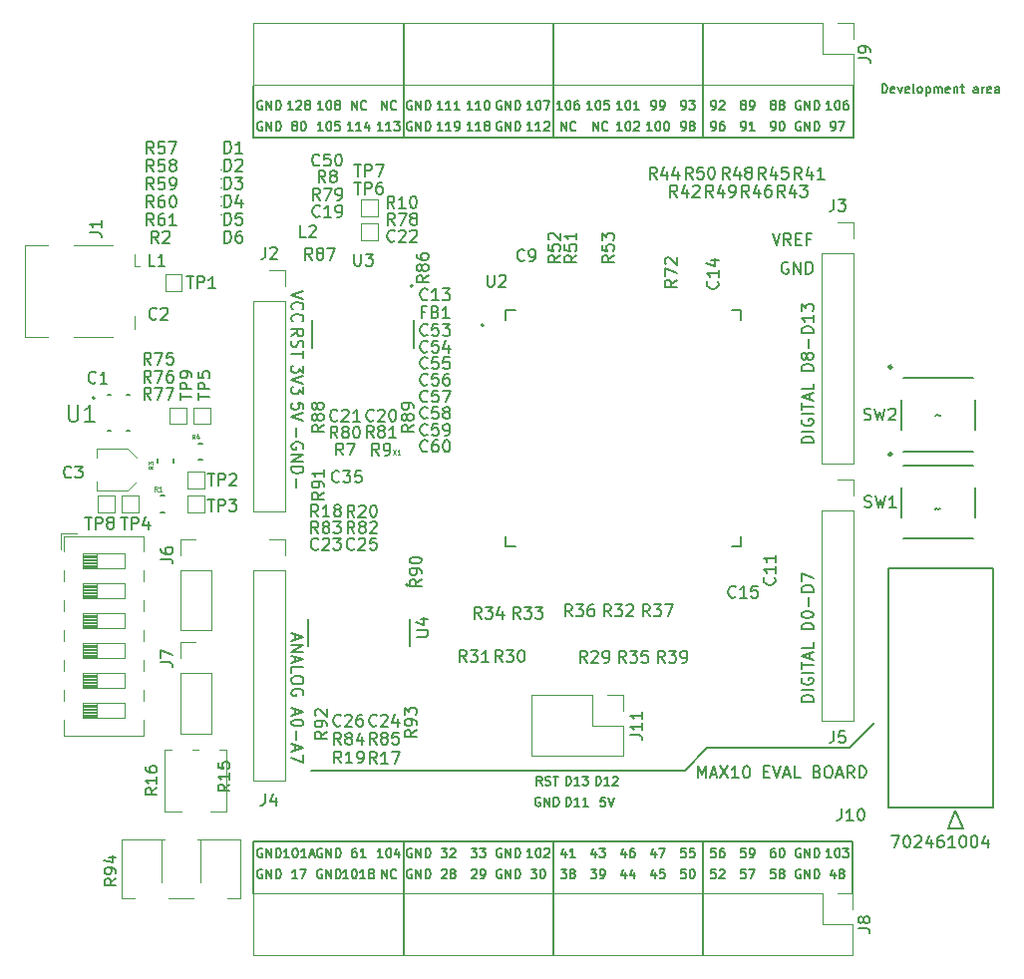
<source format=gbr>
%TF.GenerationSoftware,KiCad,Pcbnew,8.0.1*%
%TF.CreationDate,2024-05-02T11:18:55+05:30*%
%TF.ProjectId,MAX10eval,4d415831-3065-4766-916c-2e6b69636164,rev?*%
%TF.SameCoordinates,Original*%
%TF.FileFunction,Legend,Top*%
%TF.FilePolarity,Positive*%
%FSLAX46Y46*%
G04 Gerber Fmt 4.6, Leading zero omitted, Abs format (unit mm)*
G04 Created by KiCad (PCBNEW 8.0.1) date 2024-05-02 11:18:55*
%MOMM*%
%LPD*%
G01*
G04 APERTURE LIST*
%ADD10C,0.150000*%
%ADD11C,0.152400*%
%ADD12C,0.200000*%
%ADD13C,0.098531*%
%ADD14C,0.098425*%
%ADD15C,0.100000*%
%ADD16C,0.254000*%
%ADD17C,0.120000*%
%ADD18C,0.127000*%
G04 APERTURE END LIST*
D10*
X138557000Y-61239400D02*
X138557000Y-56159400D01*
X151257000Y-135128000D02*
X151257000Y-130048000D01*
X125771600Y-125568400D02*
X176691600Y-125568400D01*
X125771600Y-129988000D02*
X125771600Y-125568400D01*
X176691600Y-129988000D02*
X176691600Y-125568400D01*
X164338000Y-117602000D02*
X176403000Y-117602000D01*
X125813200Y-65760600D02*
X176733200Y-65760600D01*
X151257000Y-61239400D02*
X151257000Y-56159400D01*
X138557000Y-129988000D02*
X138557000Y-125568400D01*
X176733200Y-65760600D02*
X176733200Y-61341000D01*
X138557000Y-135128000D02*
X138557000Y-130048000D01*
X130683000Y-119507000D02*
X162433000Y-119507000D01*
X151257000Y-129921000D02*
X151257000Y-125552200D01*
X176403000Y-117602000D02*
X178562000Y-115443000D01*
X138557000Y-65760600D02*
X138557000Y-61341000D01*
X162433000Y-119507000D02*
X164338000Y-117602000D01*
X163957000Y-129971800D02*
X163957000Y-125552200D01*
X163957000Y-61239400D02*
X163957000Y-56159400D01*
X151257000Y-65709800D02*
X151257000Y-61341000D01*
X125813200Y-65760600D02*
X125813200Y-61341000D01*
X163957000Y-65760600D02*
X163957000Y-61341000D01*
X163957000Y-135128000D02*
X163957000Y-130048000D01*
D11*
X136779000Y-65176820D02*
X136343571Y-65176820D01*
X136561286Y-65176820D02*
X136561286Y-64414820D01*
X136561286Y-64414820D02*
X136488714Y-64523677D01*
X136488714Y-64523677D02*
X136416143Y-64596249D01*
X136416143Y-64596249D02*
X136343571Y-64632535D01*
X137504714Y-65176820D02*
X137069285Y-65176820D01*
X137287000Y-65176820D02*
X137287000Y-64414820D01*
X137287000Y-64414820D02*
X137214428Y-64523677D01*
X137214428Y-64523677D02*
X137141857Y-64596249D01*
X137141857Y-64596249D02*
X137069285Y-64632535D01*
X137758714Y-64414820D02*
X138230428Y-64414820D01*
X138230428Y-64414820D02*
X137976428Y-64705106D01*
X137976428Y-64705106D02*
X138085285Y-64705106D01*
X138085285Y-64705106D02*
X138157857Y-64741392D01*
X138157857Y-64741392D02*
X138194142Y-64777677D01*
X138194142Y-64777677D02*
X138230428Y-64850249D01*
X138230428Y-64850249D02*
X138230428Y-65031677D01*
X138230428Y-65031677D02*
X138194142Y-65104249D01*
X138194142Y-65104249D02*
X138157857Y-65140535D01*
X138157857Y-65140535D02*
X138085285Y-65176820D01*
X138085285Y-65176820D02*
X137867571Y-65176820D01*
X137867571Y-65176820D02*
X137794999Y-65140535D01*
X137794999Y-65140535D02*
X137758714Y-65104249D01*
X134529286Y-126136820D02*
X134384143Y-126136820D01*
X134384143Y-126136820D02*
X134311571Y-126173106D01*
X134311571Y-126173106D02*
X134275286Y-126209392D01*
X134275286Y-126209392D02*
X134202714Y-126318249D01*
X134202714Y-126318249D02*
X134166428Y-126463392D01*
X134166428Y-126463392D02*
X134166428Y-126753677D01*
X134166428Y-126753677D02*
X134202714Y-126826249D01*
X134202714Y-126826249D02*
X134239000Y-126862535D01*
X134239000Y-126862535D02*
X134311571Y-126898820D01*
X134311571Y-126898820D02*
X134456714Y-126898820D01*
X134456714Y-126898820D02*
X134529286Y-126862535D01*
X134529286Y-126862535D02*
X134565571Y-126826249D01*
X134565571Y-126826249D02*
X134601857Y-126753677D01*
X134601857Y-126753677D02*
X134601857Y-126572249D01*
X134601857Y-126572249D02*
X134565571Y-126499677D01*
X134565571Y-126499677D02*
X134529286Y-126463392D01*
X134529286Y-126463392D02*
X134456714Y-126427106D01*
X134456714Y-126427106D02*
X134311571Y-126427106D01*
X134311571Y-126427106D02*
X134239000Y-126463392D01*
X134239000Y-126463392D02*
X134202714Y-126499677D01*
X134202714Y-126499677D02*
X134166428Y-126572249D01*
X135327571Y-126898820D02*
X134892142Y-126898820D01*
X135109857Y-126898820D02*
X135109857Y-126136820D01*
X135109857Y-126136820D02*
X135037285Y-126245677D01*
X135037285Y-126245677D02*
X134964714Y-126318249D01*
X134964714Y-126318249D02*
X134892142Y-126354535D01*
X141859000Y-63398820D02*
X141423571Y-63398820D01*
X141641286Y-63398820D02*
X141641286Y-62636820D01*
X141641286Y-62636820D02*
X141568714Y-62745677D01*
X141568714Y-62745677D02*
X141496143Y-62818249D01*
X141496143Y-62818249D02*
X141423571Y-62854535D01*
X142584714Y-63398820D02*
X142149285Y-63398820D01*
X142367000Y-63398820D02*
X142367000Y-62636820D01*
X142367000Y-62636820D02*
X142294428Y-62745677D01*
X142294428Y-62745677D02*
X142221857Y-62818249D01*
X142221857Y-62818249D02*
X142149285Y-62854535D01*
X143310428Y-63398820D02*
X142874999Y-63398820D01*
X143092714Y-63398820D02*
X143092714Y-62636820D01*
X143092714Y-62636820D02*
X143020142Y-62745677D01*
X143020142Y-62745677D02*
X142947571Y-62818249D01*
X142947571Y-62818249D02*
X142874999Y-62854535D01*
X152019000Y-63398820D02*
X151583571Y-63398820D01*
X151801286Y-63398820D02*
X151801286Y-62636820D01*
X151801286Y-62636820D02*
X151728714Y-62745677D01*
X151728714Y-62745677D02*
X151656143Y-62818249D01*
X151656143Y-62818249D02*
X151583571Y-62854535D01*
X152490714Y-62636820D02*
X152563285Y-62636820D01*
X152563285Y-62636820D02*
X152635857Y-62673106D01*
X152635857Y-62673106D02*
X152672143Y-62709392D01*
X152672143Y-62709392D02*
X152708428Y-62781963D01*
X152708428Y-62781963D02*
X152744714Y-62927106D01*
X152744714Y-62927106D02*
X152744714Y-63108535D01*
X152744714Y-63108535D02*
X152708428Y-63253677D01*
X152708428Y-63253677D02*
X152672143Y-63326249D01*
X152672143Y-63326249D02*
X152635857Y-63362535D01*
X152635857Y-63362535D02*
X152563285Y-63398820D01*
X152563285Y-63398820D02*
X152490714Y-63398820D01*
X152490714Y-63398820D02*
X152418143Y-63362535D01*
X152418143Y-63362535D02*
X152381857Y-63326249D01*
X152381857Y-63326249D02*
X152345571Y-63253677D01*
X152345571Y-63253677D02*
X152309285Y-63108535D01*
X152309285Y-63108535D02*
X152309285Y-62927106D01*
X152309285Y-62927106D02*
X152345571Y-62781963D01*
X152345571Y-62781963D02*
X152381857Y-62709392D01*
X152381857Y-62709392D02*
X152418143Y-62673106D01*
X152418143Y-62673106D02*
X152490714Y-62636820D01*
X153397857Y-62636820D02*
X153252714Y-62636820D01*
X153252714Y-62636820D02*
X153180142Y-62673106D01*
X153180142Y-62673106D02*
X153143857Y-62709392D01*
X153143857Y-62709392D02*
X153071285Y-62818249D01*
X153071285Y-62818249D02*
X153034999Y-62963392D01*
X153034999Y-62963392D02*
X153034999Y-63253677D01*
X153034999Y-63253677D02*
X153071285Y-63326249D01*
X153071285Y-63326249D02*
X153107571Y-63362535D01*
X153107571Y-63362535D02*
X153180142Y-63398820D01*
X153180142Y-63398820D02*
X153325285Y-63398820D01*
X153325285Y-63398820D02*
X153397857Y-63362535D01*
X153397857Y-63362535D02*
X153434142Y-63326249D01*
X153434142Y-63326249D02*
X153470428Y-63253677D01*
X153470428Y-63253677D02*
X153470428Y-63072249D01*
X153470428Y-63072249D02*
X153434142Y-62999677D01*
X153434142Y-62999677D02*
X153397857Y-62963392D01*
X153397857Y-62963392D02*
X153325285Y-62927106D01*
X153325285Y-62927106D02*
X153180142Y-62927106D01*
X153180142Y-62927106D02*
X153107571Y-62963392D01*
X153107571Y-62963392D02*
X153071285Y-62999677D01*
X153071285Y-62999677D02*
X153034999Y-63072249D01*
X146866428Y-126173106D02*
X146793857Y-126136820D01*
X146793857Y-126136820D02*
X146684999Y-126136820D01*
X146684999Y-126136820D02*
X146576142Y-126173106D01*
X146576142Y-126173106D02*
X146503571Y-126245677D01*
X146503571Y-126245677D02*
X146467285Y-126318249D01*
X146467285Y-126318249D02*
X146430999Y-126463392D01*
X146430999Y-126463392D02*
X146430999Y-126572249D01*
X146430999Y-126572249D02*
X146467285Y-126717392D01*
X146467285Y-126717392D02*
X146503571Y-126789963D01*
X146503571Y-126789963D02*
X146576142Y-126862535D01*
X146576142Y-126862535D02*
X146684999Y-126898820D01*
X146684999Y-126898820D02*
X146757571Y-126898820D01*
X146757571Y-126898820D02*
X146866428Y-126862535D01*
X146866428Y-126862535D02*
X146902714Y-126826249D01*
X146902714Y-126826249D02*
X146902714Y-126572249D01*
X146902714Y-126572249D02*
X146757571Y-126572249D01*
X147229285Y-126898820D02*
X147229285Y-126136820D01*
X147229285Y-126136820D02*
X147664714Y-126898820D01*
X147664714Y-126898820D02*
X147664714Y-126136820D01*
X148027571Y-126898820D02*
X148027571Y-126136820D01*
X148027571Y-126136820D02*
X148209000Y-126136820D01*
X148209000Y-126136820D02*
X148317857Y-126173106D01*
X148317857Y-126173106D02*
X148390428Y-126245677D01*
X148390428Y-126245677D02*
X148426714Y-126318249D01*
X148426714Y-126318249D02*
X148463000Y-126463392D01*
X148463000Y-126463392D02*
X148463000Y-126572249D01*
X148463000Y-126572249D02*
X148426714Y-126717392D01*
X148426714Y-126717392D02*
X148390428Y-126789963D01*
X148390428Y-126789963D02*
X148317857Y-126862535D01*
X148317857Y-126862535D02*
X148209000Y-126898820D01*
X148209000Y-126898820D02*
X148027571Y-126898820D01*
X162179000Y-63398820D02*
X162324143Y-63398820D01*
X162324143Y-63398820D02*
X162396714Y-63362535D01*
X162396714Y-63362535D02*
X162433000Y-63326249D01*
X162433000Y-63326249D02*
X162505571Y-63217392D01*
X162505571Y-63217392D02*
X162541857Y-63072249D01*
X162541857Y-63072249D02*
X162541857Y-62781963D01*
X162541857Y-62781963D02*
X162505571Y-62709392D01*
X162505571Y-62709392D02*
X162469286Y-62673106D01*
X162469286Y-62673106D02*
X162396714Y-62636820D01*
X162396714Y-62636820D02*
X162251571Y-62636820D01*
X162251571Y-62636820D02*
X162179000Y-62673106D01*
X162179000Y-62673106D02*
X162142714Y-62709392D01*
X162142714Y-62709392D02*
X162106428Y-62781963D01*
X162106428Y-62781963D02*
X162106428Y-62963392D01*
X162106428Y-62963392D02*
X162142714Y-63035963D01*
X162142714Y-63035963D02*
X162179000Y-63072249D01*
X162179000Y-63072249D02*
X162251571Y-63108535D01*
X162251571Y-63108535D02*
X162396714Y-63108535D01*
X162396714Y-63108535D02*
X162469286Y-63072249D01*
X162469286Y-63072249D02*
X162505571Y-63035963D01*
X162505571Y-63035963D02*
X162541857Y-62963392D01*
X162795857Y-62636820D02*
X163267571Y-62636820D01*
X163267571Y-62636820D02*
X163013571Y-62927106D01*
X163013571Y-62927106D02*
X163122428Y-62927106D01*
X163122428Y-62927106D02*
X163195000Y-62963392D01*
X163195000Y-62963392D02*
X163231285Y-62999677D01*
X163231285Y-62999677D02*
X163267571Y-63072249D01*
X163267571Y-63072249D02*
X163267571Y-63253677D01*
X163267571Y-63253677D02*
X163231285Y-63326249D01*
X163231285Y-63326249D02*
X163195000Y-63362535D01*
X163195000Y-63362535D02*
X163122428Y-63398820D01*
X163122428Y-63398820D02*
X162904714Y-63398820D01*
X162904714Y-63398820D02*
X162832142Y-63362535D01*
X162832142Y-63362535D02*
X162795857Y-63326249D01*
X141750143Y-126136820D02*
X142221857Y-126136820D01*
X142221857Y-126136820D02*
X141967857Y-126427106D01*
X141967857Y-126427106D02*
X142076714Y-126427106D01*
X142076714Y-126427106D02*
X142149286Y-126463392D01*
X142149286Y-126463392D02*
X142185571Y-126499677D01*
X142185571Y-126499677D02*
X142221857Y-126572249D01*
X142221857Y-126572249D02*
X142221857Y-126753677D01*
X142221857Y-126753677D02*
X142185571Y-126826249D01*
X142185571Y-126826249D02*
X142149286Y-126862535D01*
X142149286Y-126862535D02*
X142076714Y-126898820D01*
X142076714Y-126898820D02*
X141859000Y-126898820D01*
X141859000Y-126898820D02*
X141786428Y-126862535D01*
X141786428Y-126862535D02*
X141750143Y-126826249D01*
X142512142Y-126209392D02*
X142548428Y-126173106D01*
X142548428Y-126173106D02*
X142621000Y-126136820D01*
X142621000Y-126136820D02*
X142802428Y-126136820D01*
X142802428Y-126136820D02*
X142875000Y-126173106D01*
X142875000Y-126173106D02*
X142911285Y-126209392D01*
X142911285Y-126209392D02*
X142947571Y-126281963D01*
X142947571Y-126281963D02*
X142947571Y-126354535D01*
X142947571Y-126354535D02*
X142911285Y-126463392D01*
X142911285Y-126463392D02*
X142475857Y-126898820D01*
X142475857Y-126898820D02*
X142947571Y-126898820D01*
X128832429Y-126898820D02*
X128397000Y-126898820D01*
X128614715Y-126898820D02*
X128614715Y-126136820D01*
X128614715Y-126136820D02*
X128542143Y-126245677D01*
X128542143Y-126245677D02*
X128469572Y-126318249D01*
X128469572Y-126318249D02*
X128397000Y-126354535D01*
X129304143Y-126136820D02*
X129376714Y-126136820D01*
X129376714Y-126136820D02*
X129449286Y-126173106D01*
X129449286Y-126173106D02*
X129485572Y-126209392D01*
X129485572Y-126209392D02*
X129521857Y-126281963D01*
X129521857Y-126281963D02*
X129558143Y-126427106D01*
X129558143Y-126427106D02*
X129558143Y-126608535D01*
X129558143Y-126608535D02*
X129521857Y-126753677D01*
X129521857Y-126753677D02*
X129485572Y-126826249D01*
X129485572Y-126826249D02*
X129449286Y-126862535D01*
X129449286Y-126862535D02*
X129376714Y-126898820D01*
X129376714Y-126898820D02*
X129304143Y-126898820D01*
X129304143Y-126898820D02*
X129231572Y-126862535D01*
X129231572Y-126862535D02*
X129195286Y-126826249D01*
X129195286Y-126826249D02*
X129159000Y-126753677D01*
X129159000Y-126753677D02*
X129122714Y-126608535D01*
X129122714Y-126608535D02*
X129122714Y-126427106D01*
X129122714Y-126427106D02*
X129159000Y-126281963D01*
X129159000Y-126281963D02*
X129195286Y-126209392D01*
X129195286Y-126209392D02*
X129231572Y-126173106D01*
X129231572Y-126173106D02*
X129304143Y-126136820D01*
X130283857Y-126898820D02*
X129848428Y-126898820D01*
X130066143Y-126898820D02*
X130066143Y-126136820D01*
X130066143Y-126136820D02*
X129993571Y-126245677D01*
X129993571Y-126245677D02*
X129921000Y-126318249D01*
X129921000Y-126318249D02*
X129848428Y-126354535D01*
X130574142Y-126681106D02*
X130937000Y-126681106D01*
X130501571Y-126898820D02*
X130755571Y-126136820D01*
X130755571Y-126136820D02*
X131009571Y-126898820D01*
X150306315Y-120777420D02*
X150052315Y-120414563D01*
X149870886Y-120777420D02*
X149870886Y-120015420D01*
X149870886Y-120015420D02*
X150161172Y-120015420D01*
X150161172Y-120015420D02*
X150233743Y-120051706D01*
X150233743Y-120051706D02*
X150270029Y-120087992D01*
X150270029Y-120087992D02*
X150306315Y-120160563D01*
X150306315Y-120160563D02*
X150306315Y-120269420D01*
X150306315Y-120269420D02*
X150270029Y-120341992D01*
X150270029Y-120341992D02*
X150233743Y-120378277D01*
X150233743Y-120378277D02*
X150161172Y-120414563D01*
X150161172Y-120414563D02*
X149870886Y-120414563D01*
X150596600Y-120741135D02*
X150705458Y-120777420D01*
X150705458Y-120777420D02*
X150886886Y-120777420D01*
X150886886Y-120777420D02*
X150959458Y-120741135D01*
X150959458Y-120741135D02*
X150995743Y-120704849D01*
X150995743Y-120704849D02*
X151032029Y-120632277D01*
X151032029Y-120632277D02*
X151032029Y-120559706D01*
X151032029Y-120559706D02*
X150995743Y-120487135D01*
X150995743Y-120487135D02*
X150959458Y-120450849D01*
X150959458Y-120450849D02*
X150886886Y-120414563D01*
X150886886Y-120414563D02*
X150741743Y-120378277D01*
X150741743Y-120378277D02*
X150669172Y-120341992D01*
X150669172Y-120341992D02*
X150632886Y-120305706D01*
X150632886Y-120305706D02*
X150596600Y-120233135D01*
X150596600Y-120233135D02*
X150596600Y-120160563D01*
X150596600Y-120160563D02*
X150632886Y-120087992D01*
X150632886Y-120087992D02*
X150669172Y-120051706D01*
X150669172Y-120051706D02*
X150741743Y-120015420D01*
X150741743Y-120015420D02*
X150923172Y-120015420D01*
X150923172Y-120015420D02*
X151032029Y-120051706D01*
X151249743Y-120015420D02*
X151685172Y-120015420D01*
X151467457Y-120777420D02*
X151467457Y-120015420D01*
X131626428Y-126173106D02*
X131553857Y-126136820D01*
X131553857Y-126136820D02*
X131444999Y-126136820D01*
X131444999Y-126136820D02*
X131336142Y-126173106D01*
X131336142Y-126173106D02*
X131263571Y-126245677D01*
X131263571Y-126245677D02*
X131227285Y-126318249D01*
X131227285Y-126318249D02*
X131190999Y-126463392D01*
X131190999Y-126463392D02*
X131190999Y-126572249D01*
X131190999Y-126572249D02*
X131227285Y-126717392D01*
X131227285Y-126717392D02*
X131263571Y-126789963D01*
X131263571Y-126789963D02*
X131336142Y-126862535D01*
X131336142Y-126862535D02*
X131444999Y-126898820D01*
X131444999Y-126898820D02*
X131517571Y-126898820D01*
X131517571Y-126898820D02*
X131626428Y-126862535D01*
X131626428Y-126862535D02*
X131662714Y-126826249D01*
X131662714Y-126826249D02*
X131662714Y-126572249D01*
X131662714Y-126572249D02*
X131517571Y-126572249D01*
X131989285Y-126898820D02*
X131989285Y-126136820D01*
X131989285Y-126136820D02*
X132424714Y-126898820D01*
X132424714Y-126898820D02*
X132424714Y-126136820D01*
X132787571Y-126898820D02*
X132787571Y-126136820D01*
X132787571Y-126136820D02*
X132969000Y-126136820D01*
X132969000Y-126136820D02*
X133077857Y-126173106D01*
X133077857Y-126173106D02*
X133150428Y-126245677D01*
X133150428Y-126245677D02*
X133186714Y-126318249D01*
X133186714Y-126318249D02*
X133223000Y-126463392D01*
X133223000Y-126463392D02*
X133223000Y-126572249D01*
X133223000Y-126572249D02*
X133186714Y-126717392D01*
X133186714Y-126717392D02*
X133150428Y-126789963D01*
X133150428Y-126789963D02*
X133077857Y-126862535D01*
X133077857Y-126862535D02*
X132969000Y-126898820D01*
X132969000Y-126898820D02*
X132787571Y-126898820D01*
X154849286Y-126390820D02*
X154849286Y-126898820D01*
X154667857Y-126100535D02*
X154486428Y-126644820D01*
X154486428Y-126644820D02*
X154958143Y-126644820D01*
X155175857Y-126136820D02*
X155647571Y-126136820D01*
X155647571Y-126136820D02*
X155393571Y-126427106D01*
X155393571Y-126427106D02*
X155502428Y-126427106D01*
X155502428Y-126427106D02*
X155575000Y-126463392D01*
X155575000Y-126463392D02*
X155611285Y-126499677D01*
X155611285Y-126499677D02*
X155647571Y-126572249D01*
X155647571Y-126572249D02*
X155647571Y-126753677D01*
X155647571Y-126753677D02*
X155611285Y-126826249D01*
X155611285Y-126826249D02*
X155575000Y-126862535D01*
X155575000Y-126862535D02*
X155502428Y-126898820D01*
X155502428Y-126898820D02*
X155284714Y-126898820D01*
X155284714Y-126898820D02*
X155212142Y-126862535D01*
X155212142Y-126862535D02*
X155175857Y-126826249D01*
X144326428Y-127987392D02*
X144362714Y-127951106D01*
X144362714Y-127951106D02*
X144435286Y-127914820D01*
X144435286Y-127914820D02*
X144616714Y-127914820D01*
X144616714Y-127914820D02*
X144689286Y-127951106D01*
X144689286Y-127951106D02*
X144725571Y-127987392D01*
X144725571Y-127987392D02*
X144761857Y-128059963D01*
X144761857Y-128059963D02*
X144761857Y-128132535D01*
X144761857Y-128132535D02*
X144725571Y-128241392D01*
X144725571Y-128241392D02*
X144290143Y-128676820D01*
X144290143Y-128676820D02*
X144761857Y-128676820D01*
X145124714Y-128676820D02*
X145269857Y-128676820D01*
X145269857Y-128676820D02*
X145342428Y-128640535D01*
X145342428Y-128640535D02*
X145378714Y-128604249D01*
X145378714Y-128604249D02*
X145451285Y-128495392D01*
X145451285Y-128495392D02*
X145487571Y-128350249D01*
X145487571Y-128350249D02*
X145487571Y-128059963D01*
X145487571Y-128059963D02*
X145451285Y-127987392D01*
X145451285Y-127987392D02*
X145415000Y-127951106D01*
X145415000Y-127951106D02*
X145342428Y-127914820D01*
X145342428Y-127914820D02*
X145197285Y-127914820D01*
X145197285Y-127914820D02*
X145124714Y-127951106D01*
X145124714Y-127951106D02*
X145088428Y-127987392D01*
X145088428Y-127987392D02*
X145052142Y-128059963D01*
X145052142Y-128059963D02*
X145052142Y-128241392D01*
X145052142Y-128241392D02*
X145088428Y-128313963D01*
X145088428Y-128313963D02*
X145124714Y-128350249D01*
X145124714Y-128350249D02*
X145197285Y-128386535D01*
X145197285Y-128386535D02*
X145342428Y-128386535D01*
X145342428Y-128386535D02*
X145415000Y-128350249D01*
X145415000Y-128350249D02*
X145451285Y-128313963D01*
X145451285Y-128313963D02*
X145487571Y-128241392D01*
X167331571Y-62963392D02*
X167259000Y-62927106D01*
X167259000Y-62927106D02*
X167222714Y-62890820D01*
X167222714Y-62890820D02*
X167186428Y-62818249D01*
X167186428Y-62818249D02*
X167186428Y-62781963D01*
X167186428Y-62781963D02*
X167222714Y-62709392D01*
X167222714Y-62709392D02*
X167259000Y-62673106D01*
X167259000Y-62673106D02*
X167331571Y-62636820D01*
X167331571Y-62636820D02*
X167476714Y-62636820D01*
X167476714Y-62636820D02*
X167549286Y-62673106D01*
X167549286Y-62673106D02*
X167585571Y-62709392D01*
X167585571Y-62709392D02*
X167621857Y-62781963D01*
X167621857Y-62781963D02*
X167621857Y-62818249D01*
X167621857Y-62818249D02*
X167585571Y-62890820D01*
X167585571Y-62890820D02*
X167549286Y-62927106D01*
X167549286Y-62927106D02*
X167476714Y-62963392D01*
X167476714Y-62963392D02*
X167331571Y-62963392D01*
X167331571Y-62963392D02*
X167259000Y-62999677D01*
X167259000Y-62999677D02*
X167222714Y-63035963D01*
X167222714Y-63035963D02*
X167186428Y-63108535D01*
X167186428Y-63108535D02*
X167186428Y-63253677D01*
X167186428Y-63253677D02*
X167222714Y-63326249D01*
X167222714Y-63326249D02*
X167259000Y-63362535D01*
X167259000Y-63362535D02*
X167331571Y-63398820D01*
X167331571Y-63398820D02*
X167476714Y-63398820D01*
X167476714Y-63398820D02*
X167549286Y-63362535D01*
X167549286Y-63362535D02*
X167585571Y-63326249D01*
X167585571Y-63326249D02*
X167621857Y-63253677D01*
X167621857Y-63253677D02*
X167621857Y-63108535D01*
X167621857Y-63108535D02*
X167585571Y-63035963D01*
X167585571Y-63035963D02*
X167549286Y-62999677D01*
X167549286Y-62999677D02*
X167476714Y-62963392D01*
X167984714Y-63398820D02*
X168129857Y-63398820D01*
X168129857Y-63398820D02*
X168202428Y-63362535D01*
X168202428Y-63362535D02*
X168238714Y-63326249D01*
X168238714Y-63326249D02*
X168311285Y-63217392D01*
X168311285Y-63217392D02*
X168347571Y-63072249D01*
X168347571Y-63072249D02*
X168347571Y-62781963D01*
X168347571Y-62781963D02*
X168311285Y-62709392D01*
X168311285Y-62709392D02*
X168275000Y-62673106D01*
X168275000Y-62673106D02*
X168202428Y-62636820D01*
X168202428Y-62636820D02*
X168057285Y-62636820D01*
X168057285Y-62636820D02*
X167984714Y-62673106D01*
X167984714Y-62673106D02*
X167948428Y-62709392D01*
X167948428Y-62709392D02*
X167912142Y-62781963D01*
X167912142Y-62781963D02*
X167912142Y-62963392D01*
X167912142Y-62963392D02*
X167948428Y-63035963D01*
X167948428Y-63035963D02*
X167984714Y-63072249D01*
X167984714Y-63072249D02*
X168057285Y-63108535D01*
X168057285Y-63108535D02*
X168202428Y-63108535D01*
X168202428Y-63108535D02*
X168275000Y-63072249D01*
X168275000Y-63072249D02*
X168311285Y-63035963D01*
X168311285Y-63035963D02*
X168347571Y-62963392D01*
X154559000Y-63398820D02*
X154123571Y-63398820D01*
X154341286Y-63398820D02*
X154341286Y-62636820D01*
X154341286Y-62636820D02*
X154268714Y-62745677D01*
X154268714Y-62745677D02*
X154196143Y-62818249D01*
X154196143Y-62818249D02*
X154123571Y-62854535D01*
X155030714Y-62636820D02*
X155103285Y-62636820D01*
X155103285Y-62636820D02*
X155175857Y-62673106D01*
X155175857Y-62673106D02*
X155212143Y-62709392D01*
X155212143Y-62709392D02*
X155248428Y-62781963D01*
X155248428Y-62781963D02*
X155284714Y-62927106D01*
X155284714Y-62927106D02*
X155284714Y-63108535D01*
X155284714Y-63108535D02*
X155248428Y-63253677D01*
X155248428Y-63253677D02*
X155212143Y-63326249D01*
X155212143Y-63326249D02*
X155175857Y-63362535D01*
X155175857Y-63362535D02*
X155103285Y-63398820D01*
X155103285Y-63398820D02*
X155030714Y-63398820D01*
X155030714Y-63398820D02*
X154958143Y-63362535D01*
X154958143Y-63362535D02*
X154921857Y-63326249D01*
X154921857Y-63326249D02*
X154885571Y-63253677D01*
X154885571Y-63253677D02*
X154849285Y-63108535D01*
X154849285Y-63108535D02*
X154849285Y-62927106D01*
X154849285Y-62927106D02*
X154885571Y-62781963D01*
X154885571Y-62781963D02*
X154921857Y-62709392D01*
X154921857Y-62709392D02*
X154958143Y-62673106D01*
X154958143Y-62673106D02*
X155030714Y-62636820D01*
X155974142Y-62636820D02*
X155611285Y-62636820D01*
X155611285Y-62636820D02*
X155574999Y-62999677D01*
X155574999Y-62999677D02*
X155611285Y-62963392D01*
X155611285Y-62963392D02*
X155683857Y-62927106D01*
X155683857Y-62927106D02*
X155865285Y-62927106D01*
X155865285Y-62927106D02*
X155937857Y-62963392D01*
X155937857Y-62963392D02*
X155974142Y-62999677D01*
X155974142Y-62999677D02*
X156010428Y-63072249D01*
X156010428Y-63072249D02*
X156010428Y-63253677D01*
X156010428Y-63253677D02*
X155974142Y-63326249D01*
X155974142Y-63326249D02*
X155937857Y-63362535D01*
X155937857Y-63362535D02*
X155865285Y-63398820D01*
X155865285Y-63398820D02*
X155683857Y-63398820D01*
X155683857Y-63398820D02*
X155611285Y-63362535D01*
X155611285Y-63362535D02*
X155574999Y-63326249D01*
X139246428Y-126173106D02*
X139173857Y-126136820D01*
X139173857Y-126136820D02*
X139064999Y-126136820D01*
X139064999Y-126136820D02*
X138956142Y-126173106D01*
X138956142Y-126173106D02*
X138883571Y-126245677D01*
X138883571Y-126245677D02*
X138847285Y-126318249D01*
X138847285Y-126318249D02*
X138810999Y-126463392D01*
X138810999Y-126463392D02*
X138810999Y-126572249D01*
X138810999Y-126572249D02*
X138847285Y-126717392D01*
X138847285Y-126717392D02*
X138883571Y-126789963D01*
X138883571Y-126789963D02*
X138956142Y-126862535D01*
X138956142Y-126862535D02*
X139064999Y-126898820D01*
X139064999Y-126898820D02*
X139137571Y-126898820D01*
X139137571Y-126898820D02*
X139246428Y-126862535D01*
X139246428Y-126862535D02*
X139282714Y-126826249D01*
X139282714Y-126826249D02*
X139282714Y-126572249D01*
X139282714Y-126572249D02*
X139137571Y-126572249D01*
X139609285Y-126898820D02*
X139609285Y-126136820D01*
X139609285Y-126136820D02*
X140044714Y-126898820D01*
X140044714Y-126898820D02*
X140044714Y-126136820D01*
X140407571Y-126898820D02*
X140407571Y-126136820D01*
X140407571Y-126136820D02*
X140589000Y-126136820D01*
X140589000Y-126136820D02*
X140697857Y-126173106D01*
X140697857Y-126173106D02*
X140770428Y-126245677D01*
X140770428Y-126245677D02*
X140806714Y-126318249D01*
X140806714Y-126318249D02*
X140843000Y-126463392D01*
X140843000Y-126463392D02*
X140843000Y-126572249D01*
X140843000Y-126572249D02*
X140806714Y-126717392D01*
X140806714Y-126717392D02*
X140770428Y-126789963D01*
X140770428Y-126789963D02*
X140697857Y-126862535D01*
X140697857Y-126862535D02*
X140589000Y-126898820D01*
X140589000Y-126898820D02*
X140407571Y-126898820D01*
X150143028Y-121829706D02*
X150070457Y-121793420D01*
X150070457Y-121793420D02*
X149961599Y-121793420D01*
X149961599Y-121793420D02*
X149852742Y-121829706D01*
X149852742Y-121829706D02*
X149780171Y-121902277D01*
X149780171Y-121902277D02*
X149743885Y-121974849D01*
X149743885Y-121974849D02*
X149707599Y-122119992D01*
X149707599Y-122119992D02*
X149707599Y-122228849D01*
X149707599Y-122228849D02*
X149743885Y-122373992D01*
X149743885Y-122373992D02*
X149780171Y-122446563D01*
X149780171Y-122446563D02*
X149852742Y-122519135D01*
X149852742Y-122519135D02*
X149961599Y-122555420D01*
X149961599Y-122555420D02*
X150034171Y-122555420D01*
X150034171Y-122555420D02*
X150143028Y-122519135D01*
X150143028Y-122519135D02*
X150179314Y-122482849D01*
X150179314Y-122482849D02*
X150179314Y-122228849D01*
X150179314Y-122228849D02*
X150034171Y-122228849D01*
X150505885Y-122555420D02*
X150505885Y-121793420D01*
X150505885Y-121793420D02*
X150941314Y-122555420D01*
X150941314Y-122555420D02*
X150941314Y-121793420D01*
X151304171Y-122555420D02*
X151304171Y-121793420D01*
X151304171Y-121793420D02*
X151485600Y-121793420D01*
X151485600Y-121793420D02*
X151594457Y-121829706D01*
X151594457Y-121829706D02*
X151667028Y-121902277D01*
X151667028Y-121902277D02*
X151703314Y-121974849D01*
X151703314Y-121974849D02*
X151739600Y-122119992D01*
X151739600Y-122119992D02*
X151739600Y-122228849D01*
X151739600Y-122228849D02*
X151703314Y-122373992D01*
X151703314Y-122373992D02*
X151667028Y-122446563D01*
X151667028Y-122446563D02*
X151594457Y-122519135D01*
X151594457Y-122519135D02*
X151485600Y-122555420D01*
X151485600Y-122555420D02*
X151304171Y-122555420D01*
X129521857Y-128676820D02*
X129086428Y-128676820D01*
X129304143Y-128676820D02*
X129304143Y-127914820D01*
X129304143Y-127914820D02*
X129231571Y-128023677D01*
X129231571Y-128023677D02*
X129159000Y-128096249D01*
X129159000Y-128096249D02*
X129086428Y-128132535D01*
X129775857Y-127914820D02*
X130283857Y-127914820D01*
X130283857Y-127914820D02*
X129957285Y-128676820D01*
X159929286Y-128168820D02*
X159929286Y-128676820D01*
X159747857Y-127878535D02*
X159566428Y-128422820D01*
X159566428Y-128422820D02*
X160038143Y-128422820D01*
X160691285Y-127914820D02*
X160328428Y-127914820D01*
X160328428Y-127914820D02*
X160292142Y-128277677D01*
X160292142Y-128277677D02*
X160328428Y-128241392D01*
X160328428Y-128241392D02*
X160401000Y-128205106D01*
X160401000Y-128205106D02*
X160582428Y-128205106D01*
X160582428Y-128205106D02*
X160655000Y-128241392D01*
X160655000Y-128241392D02*
X160691285Y-128277677D01*
X160691285Y-128277677D02*
X160727571Y-128350249D01*
X160727571Y-128350249D02*
X160727571Y-128531677D01*
X160727571Y-128531677D02*
X160691285Y-128604249D01*
X160691285Y-128604249D02*
X160655000Y-128640535D01*
X160655000Y-128640535D02*
X160582428Y-128676820D01*
X160582428Y-128676820D02*
X160401000Y-128676820D01*
X160401000Y-128676820D02*
X160328428Y-128640535D01*
X160328428Y-128640535D02*
X160292142Y-128604249D01*
X133858000Y-128676820D02*
X133422571Y-128676820D01*
X133640286Y-128676820D02*
X133640286Y-127914820D01*
X133640286Y-127914820D02*
X133567714Y-128023677D01*
X133567714Y-128023677D02*
X133495143Y-128096249D01*
X133495143Y-128096249D02*
X133422571Y-128132535D01*
X134329714Y-127914820D02*
X134402285Y-127914820D01*
X134402285Y-127914820D02*
X134474857Y-127951106D01*
X134474857Y-127951106D02*
X134511143Y-127987392D01*
X134511143Y-127987392D02*
X134547428Y-128059963D01*
X134547428Y-128059963D02*
X134583714Y-128205106D01*
X134583714Y-128205106D02*
X134583714Y-128386535D01*
X134583714Y-128386535D02*
X134547428Y-128531677D01*
X134547428Y-128531677D02*
X134511143Y-128604249D01*
X134511143Y-128604249D02*
X134474857Y-128640535D01*
X134474857Y-128640535D02*
X134402285Y-128676820D01*
X134402285Y-128676820D02*
X134329714Y-128676820D01*
X134329714Y-128676820D02*
X134257143Y-128640535D01*
X134257143Y-128640535D02*
X134220857Y-128604249D01*
X134220857Y-128604249D02*
X134184571Y-128531677D01*
X134184571Y-128531677D02*
X134148285Y-128386535D01*
X134148285Y-128386535D02*
X134148285Y-128205106D01*
X134148285Y-128205106D02*
X134184571Y-128059963D01*
X134184571Y-128059963D02*
X134220857Y-127987392D01*
X134220857Y-127987392D02*
X134257143Y-127951106D01*
X134257143Y-127951106D02*
X134329714Y-127914820D01*
X135309428Y-128676820D02*
X134873999Y-128676820D01*
X135091714Y-128676820D02*
X135091714Y-127914820D01*
X135091714Y-127914820D02*
X135019142Y-128023677D01*
X135019142Y-128023677D02*
X134946571Y-128096249D01*
X134946571Y-128096249D02*
X134873999Y-128132535D01*
X135889999Y-128277677D02*
X135998856Y-128313963D01*
X135998856Y-128313963D02*
X136035142Y-128350249D01*
X136035142Y-128350249D02*
X136071428Y-128422820D01*
X136071428Y-128422820D02*
X136071428Y-128531677D01*
X136071428Y-128531677D02*
X136035142Y-128604249D01*
X136035142Y-128604249D02*
X135998856Y-128640535D01*
X135998856Y-128640535D02*
X135926285Y-128676820D01*
X135926285Y-128676820D02*
X135635999Y-128676820D01*
X135635999Y-128676820D02*
X135635999Y-127914820D01*
X135635999Y-127914820D02*
X135889999Y-127914820D01*
X135889999Y-127914820D02*
X135962571Y-127951106D01*
X135962571Y-127951106D02*
X135998856Y-127987392D01*
X135998856Y-127987392D02*
X136035142Y-128059963D01*
X136035142Y-128059963D02*
X136035142Y-128132535D01*
X136035142Y-128132535D02*
X135998856Y-128205106D01*
X135998856Y-128205106D02*
X135962571Y-128241392D01*
X135962571Y-128241392D02*
X135889999Y-128277677D01*
X135889999Y-128277677D02*
X135635999Y-128277677D01*
X151928285Y-65176820D02*
X151928285Y-64414820D01*
X151928285Y-64414820D02*
X152363714Y-65176820D01*
X152363714Y-65176820D02*
X152363714Y-64414820D01*
X153162000Y-65104249D02*
X153125714Y-65140535D01*
X153125714Y-65140535D02*
X153016857Y-65176820D01*
X153016857Y-65176820D02*
X152944285Y-65176820D01*
X152944285Y-65176820D02*
X152835428Y-65140535D01*
X152835428Y-65140535D02*
X152762857Y-65067963D01*
X152762857Y-65067963D02*
X152726571Y-64995392D01*
X152726571Y-64995392D02*
X152690285Y-64850249D01*
X152690285Y-64850249D02*
X152690285Y-64741392D01*
X152690285Y-64741392D02*
X152726571Y-64596249D01*
X152726571Y-64596249D02*
X152762857Y-64523677D01*
X152762857Y-64523677D02*
X152835428Y-64451106D01*
X152835428Y-64451106D02*
X152944285Y-64414820D01*
X152944285Y-64414820D02*
X153016857Y-64414820D01*
X153016857Y-64414820D02*
X153125714Y-64451106D01*
X153125714Y-64451106D02*
X153162000Y-64487392D01*
X157389286Y-126390820D02*
X157389286Y-126898820D01*
X157207857Y-126100535D02*
X157026428Y-126644820D01*
X157026428Y-126644820D02*
X157498143Y-126644820D01*
X158115000Y-126136820D02*
X157969857Y-126136820D01*
X157969857Y-126136820D02*
X157897285Y-126173106D01*
X157897285Y-126173106D02*
X157861000Y-126209392D01*
X157861000Y-126209392D02*
X157788428Y-126318249D01*
X157788428Y-126318249D02*
X157752142Y-126463392D01*
X157752142Y-126463392D02*
X157752142Y-126753677D01*
X157752142Y-126753677D02*
X157788428Y-126826249D01*
X157788428Y-126826249D02*
X157824714Y-126862535D01*
X157824714Y-126862535D02*
X157897285Y-126898820D01*
X157897285Y-126898820D02*
X158042428Y-126898820D01*
X158042428Y-126898820D02*
X158115000Y-126862535D01*
X158115000Y-126862535D02*
X158151285Y-126826249D01*
X158151285Y-126826249D02*
X158187571Y-126753677D01*
X158187571Y-126753677D02*
X158187571Y-126572249D01*
X158187571Y-126572249D02*
X158151285Y-126499677D01*
X158151285Y-126499677D02*
X158115000Y-126463392D01*
X158115000Y-126463392D02*
X158042428Y-126427106D01*
X158042428Y-126427106D02*
X157897285Y-126427106D01*
X157897285Y-126427106D02*
X157824714Y-126463392D01*
X157824714Y-126463392D02*
X157788428Y-126499677D01*
X157788428Y-126499677D02*
X157752142Y-126572249D01*
D12*
X129418733Y-90440191D02*
X129418733Y-91202096D01*
X129990161Y-92202095D02*
X130037780Y-92106857D01*
X130037780Y-92106857D02*
X130037780Y-91964000D01*
X130037780Y-91964000D02*
X129990161Y-91821143D01*
X129990161Y-91821143D02*
X129894923Y-91725905D01*
X129894923Y-91725905D02*
X129799685Y-91678286D01*
X129799685Y-91678286D02*
X129609209Y-91630667D01*
X129609209Y-91630667D02*
X129466352Y-91630667D01*
X129466352Y-91630667D02*
X129275876Y-91678286D01*
X129275876Y-91678286D02*
X129180638Y-91725905D01*
X129180638Y-91725905D02*
X129085400Y-91821143D01*
X129085400Y-91821143D02*
X129037780Y-91964000D01*
X129037780Y-91964000D02*
X129037780Y-92059238D01*
X129037780Y-92059238D02*
X129085400Y-92202095D01*
X129085400Y-92202095D02*
X129133019Y-92249714D01*
X129133019Y-92249714D02*
X129466352Y-92249714D01*
X129466352Y-92249714D02*
X129466352Y-92059238D01*
X129037780Y-92678286D02*
X130037780Y-92678286D01*
X130037780Y-92678286D02*
X129037780Y-93249714D01*
X129037780Y-93249714D02*
X130037780Y-93249714D01*
X129037780Y-93725905D02*
X130037780Y-93725905D01*
X130037780Y-93725905D02*
X130037780Y-93964000D01*
X130037780Y-93964000D02*
X129990161Y-94106857D01*
X129990161Y-94106857D02*
X129894923Y-94202095D01*
X129894923Y-94202095D02*
X129799685Y-94249714D01*
X129799685Y-94249714D02*
X129609209Y-94297333D01*
X129609209Y-94297333D02*
X129466352Y-94297333D01*
X129466352Y-94297333D02*
X129275876Y-94249714D01*
X129275876Y-94249714D02*
X129180638Y-94202095D01*
X129180638Y-94202095D02*
X129085400Y-94106857D01*
X129085400Y-94106857D02*
X129037780Y-93964000D01*
X129037780Y-93964000D02*
X129037780Y-93725905D01*
X129418733Y-94725905D02*
X129418733Y-95487810D01*
D11*
X174879000Y-63398820D02*
X174443571Y-63398820D01*
X174661286Y-63398820D02*
X174661286Y-62636820D01*
X174661286Y-62636820D02*
X174588714Y-62745677D01*
X174588714Y-62745677D02*
X174516143Y-62818249D01*
X174516143Y-62818249D02*
X174443571Y-62854535D01*
X175350714Y-62636820D02*
X175423285Y-62636820D01*
X175423285Y-62636820D02*
X175495857Y-62673106D01*
X175495857Y-62673106D02*
X175532143Y-62709392D01*
X175532143Y-62709392D02*
X175568428Y-62781963D01*
X175568428Y-62781963D02*
X175604714Y-62927106D01*
X175604714Y-62927106D02*
X175604714Y-63108535D01*
X175604714Y-63108535D02*
X175568428Y-63253677D01*
X175568428Y-63253677D02*
X175532143Y-63326249D01*
X175532143Y-63326249D02*
X175495857Y-63362535D01*
X175495857Y-63362535D02*
X175423285Y-63398820D01*
X175423285Y-63398820D02*
X175350714Y-63398820D01*
X175350714Y-63398820D02*
X175278143Y-63362535D01*
X175278143Y-63362535D02*
X175241857Y-63326249D01*
X175241857Y-63326249D02*
X175205571Y-63253677D01*
X175205571Y-63253677D02*
X175169285Y-63108535D01*
X175169285Y-63108535D02*
X175169285Y-62927106D01*
X175169285Y-62927106D02*
X175205571Y-62781963D01*
X175205571Y-62781963D02*
X175241857Y-62709392D01*
X175241857Y-62709392D02*
X175278143Y-62673106D01*
X175278143Y-62673106D02*
X175350714Y-62636820D01*
X176257857Y-62636820D02*
X176112714Y-62636820D01*
X176112714Y-62636820D02*
X176040142Y-62673106D01*
X176040142Y-62673106D02*
X176003857Y-62709392D01*
X176003857Y-62709392D02*
X175931285Y-62818249D01*
X175931285Y-62818249D02*
X175894999Y-62963392D01*
X175894999Y-62963392D02*
X175894999Y-63253677D01*
X175894999Y-63253677D02*
X175931285Y-63326249D01*
X175931285Y-63326249D02*
X175967571Y-63362535D01*
X175967571Y-63362535D02*
X176040142Y-63398820D01*
X176040142Y-63398820D02*
X176185285Y-63398820D01*
X176185285Y-63398820D02*
X176257857Y-63362535D01*
X176257857Y-63362535D02*
X176294142Y-63326249D01*
X176294142Y-63326249D02*
X176330428Y-63253677D01*
X176330428Y-63253677D02*
X176330428Y-63072249D01*
X176330428Y-63072249D02*
X176294142Y-62999677D01*
X176294142Y-62999677D02*
X176257857Y-62963392D01*
X176257857Y-62963392D02*
X176185285Y-62927106D01*
X176185285Y-62927106D02*
X176040142Y-62927106D01*
X176040142Y-62927106D02*
X175967571Y-62963392D01*
X175967571Y-62963392D02*
X175931285Y-62999677D01*
X175931285Y-62999677D02*
X175894999Y-63072249D01*
X157389286Y-128168820D02*
X157389286Y-128676820D01*
X157207857Y-127878535D02*
X157026428Y-128422820D01*
X157026428Y-128422820D02*
X157498143Y-128422820D01*
X158115000Y-128168820D02*
X158115000Y-128676820D01*
X157933571Y-127878535D02*
X157752142Y-128422820D01*
X157752142Y-128422820D02*
X158223857Y-128422820D01*
X134239000Y-65176820D02*
X133803571Y-65176820D01*
X134021286Y-65176820D02*
X134021286Y-64414820D01*
X134021286Y-64414820D02*
X133948714Y-64523677D01*
X133948714Y-64523677D02*
X133876143Y-64596249D01*
X133876143Y-64596249D02*
X133803571Y-64632535D01*
X134964714Y-65176820D02*
X134529285Y-65176820D01*
X134747000Y-65176820D02*
X134747000Y-64414820D01*
X134747000Y-64414820D02*
X134674428Y-64523677D01*
X134674428Y-64523677D02*
X134601857Y-64596249D01*
X134601857Y-64596249D02*
X134529285Y-64632535D01*
X135617857Y-64668820D02*
X135617857Y-65176820D01*
X135436428Y-64378535D02*
X135254999Y-64922820D01*
X135254999Y-64922820D02*
X135726714Y-64922820D01*
X169871571Y-62963392D02*
X169799000Y-62927106D01*
X169799000Y-62927106D02*
X169762714Y-62890820D01*
X169762714Y-62890820D02*
X169726428Y-62818249D01*
X169726428Y-62818249D02*
X169726428Y-62781963D01*
X169726428Y-62781963D02*
X169762714Y-62709392D01*
X169762714Y-62709392D02*
X169799000Y-62673106D01*
X169799000Y-62673106D02*
X169871571Y-62636820D01*
X169871571Y-62636820D02*
X170016714Y-62636820D01*
X170016714Y-62636820D02*
X170089286Y-62673106D01*
X170089286Y-62673106D02*
X170125571Y-62709392D01*
X170125571Y-62709392D02*
X170161857Y-62781963D01*
X170161857Y-62781963D02*
X170161857Y-62818249D01*
X170161857Y-62818249D02*
X170125571Y-62890820D01*
X170125571Y-62890820D02*
X170089286Y-62927106D01*
X170089286Y-62927106D02*
X170016714Y-62963392D01*
X170016714Y-62963392D02*
X169871571Y-62963392D01*
X169871571Y-62963392D02*
X169799000Y-62999677D01*
X169799000Y-62999677D02*
X169762714Y-63035963D01*
X169762714Y-63035963D02*
X169726428Y-63108535D01*
X169726428Y-63108535D02*
X169726428Y-63253677D01*
X169726428Y-63253677D02*
X169762714Y-63326249D01*
X169762714Y-63326249D02*
X169799000Y-63362535D01*
X169799000Y-63362535D02*
X169871571Y-63398820D01*
X169871571Y-63398820D02*
X170016714Y-63398820D01*
X170016714Y-63398820D02*
X170089286Y-63362535D01*
X170089286Y-63362535D02*
X170125571Y-63326249D01*
X170125571Y-63326249D02*
X170161857Y-63253677D01*
X170161857Y-63253677D02*
X170161857Y-63108535D01*
X170161857Y-63108535D02*
X170125571Y-63035963D01*
X170125571Y-63035963D02*
X170089286Y-62999677D01*
X170089286Y-62999677D02*
X170016714Y-62963392D01*
X170597285Y-62963392D02*
X170524714Y-62927106D01*
X170524714Y-62927106D02*
X170488428Y-62890820D01*
X170488428Y-62890820D02*
X170452142Y-62818249D01*
X170452142Y-62818249D02*
X170452142Y-62781963D01*
X170452142Y-62781963D02*
X170488428Y-62709392D01*
X170488428Y-62709392D02*
X170524714Y-62673106D01*
X170524714Y-62673106D02*
X170597285Y-62636820D01*
X170597285Y-62636820D02*
X170742428Y-62636820D01*
X170742428Y-62636820D02*
X170815000Y-62673106D01*
X170815000Y-62673106D02*
X170851285Y-62709392D01*
X170851285Y-62709392D02*
X170887571Y-62781963D01*
X170887571Y-62781963D02*
X170887571Y-62818249D01*
X170887571Y-62818249D02*
X170851285Y-62890820D01*
X170851285Y-62890820D02*
X170815000Y-62927106D01*
X170815000Y-62927106D02*
X170742428Y-62963392D01*
X170742428Y-62963392D02*
X170597285Y-62963392D01*
X170597285Y-62963392D02*
X170524714Y-62999677D01*
X170524714Y-62999677D02*
X170488428Y-63035963D01*
X170488428Y-63035963D02*
X170452142Y-63108535D01*
X170452142Y-63108535D02*
X170452142Y-63253677D01*
X170452142Y-63253677D02*
X170488428Y-63326249D01*
X170488428Y-63326249D02*
X170524714Y-63362535D01*
X170524714Y-63362535D02*
X170597285Y-63398820D01*
X170597285Y-63398820D02*
X170742428Y-63398820D01*
X170742428Y-63398820D02*
X170815000Y-63362535D01*
X170815000Y-63362535D02*
X170851285Y-63326249D01*
X170851285Y-63326249D02*
X170887571Y-63253677D01*
X170887571Y-63253677D02*
X170887571Y-63108535D01*
X170887571Y-63108535D02*
X170851285Y-63035963D01*
X170851285Y-63035963D02*
X170815000Y-62999677D01*
X170815000Y-62999677D02*
X170742428Y-62963392D01*
X126546428Y-126173106D02*
X126473857Y-126136820D01*
X126473857Y-126136820D02*
X126364999Y-126136820D01*
X126364999Y-126136820D02*
X126256142Y-126173106D01*
X126256142Y-126173106D02*
X126183571Y-126245677D01*
X126183571Y-126245677D02*
X126147285Y-126318249D01*
X126147285Y-126318249D02*
X126110999Y-126463392D01*
X126110999Y-126463392D02*
X126110999Y-126572249D01*
X126110999Y-126572249D02*
X126147285Y-126717392D01*
X126147285Y-126717392D02*
X126183571Y-126789963D01*
X126183571Y-126789963D02*
X126256142Y-126862535D01*
X126256142Y-126862535D02*
X126364999Y-126898820D01*
X126364999Y-126898820D02*
X126437571Y-126898820D01*
X126437571Y-126898820D02*
X126546428Y-126862535D01*
X126546428Y-126862535D02*
X126582714Y-126826249D01*
X126582714Y-126826249D02*
X126582714Y-126572249D01*
X126582714Y-126572249D02*
X126437571Y-126572249D01*
X126909285Y-126898820D02*
X126909285Y-126136820D01*
X126909285Y-126136820D02*
X127344714Y-126898820D01*
X127344714Y-126898820D02*
X127344714Y-126136820D01*
X127707571Y-126898820D02*
X127707571Y-126136820D01*
X127707571Y-126136820D02*
X127889000Y-126136820D01*
X127889000Y-126136820D02*
X127997857Y-126173106D01*
X127997857Y-126173106D02*
X128070428Y-126245677D01*
X128070428Y-126245677D02*
X128106714Y-126318249D01*
X128106714Y-126318249D02*
X128143000Y-126463392D01*
X128143000Y-126463392D02*
X128143000Y-126572249D01*
X128143000Y-126572249D02*
X128106714Y-126717392D01*
X128106714Y-126717392D02*
X128070428Y-126789963D01*
X128070428Y-126789963D02*
X127997857Y-126862535D01*
X127997857Y-126862535D02*
X127889000Y-126898820D01*
X127889000Y-126898820D02*
X127707571Y-126898820D01*
X159639000Y-63398820D02*
X159784143Y-63398820D01*
X159784143Y-63398820D02*
X159856714Y-63362535D01*
X159856714Y-63362535D02*
X159893000Y-63326249D01*
X159893000Y-63326249D02*
X159965571Y-63217392D01*
X159965571Y-63217392D02*
X160001857Y-63072249D01*
X160001857Y-63072249D02*
X160001857Y-62781963D01*
X160001857Y-62781963D02*
X159965571Y-62709392D01*
X159965571Y-62709392D02*
X159929286Y-62673106D01*
X159929286Y-62673106D02*
X159856714Y-62636820D01*
X159856714Y-62636820D02*
X159711571Y-62636820D01*
X159711571Y-62636820D02*
X159639000Y-62673106D01*
X159639000Y-62673106D02*
X159602714Y-62709392D01*
X159602714Y-62709392D02*
X159566428Y-62781963D01*
X159566428Y-62781963D02*
X159566428Y-62963392D01*
X159566428Y-62963392D02*
X159602714Y-63035963D01*
X159602714Y-63035963D02*
X159639000Y-63072249D01*
X159639000Y-63072249D02*
X159711571Y-63108535D01*
X159711571Y-63108535D02*
X159856714Y-63108535D01*
X159856714Y-63108535D02*
X159929286Y-63072249D01*
X159929286Y-63072249D02*
X159965571Y-63035963D01*
X159965571Y-63035963D02*
X160001857Y-62963392D01*
X160364714Y-63398820D02*
X160509857Y-63398820D01*
X160509857Y-63398820D02*
X160582428Y-63362535D01*
X160582428Y-63362535D02*
X160618714Y-63326249D01*
X160618714Y-63326249D02*
X160691285Y-63217392D01*
X160691285Y-63217392D02*
X160727571Y-63072249D01*
X160727571Y-63072249D02*
X160727571Y-62781963D01*
X160727571Y-62781963D02*
X160691285Y-62709392D01*
X160691285Y-62709392D02*
X160655000Y-62673106D01*
X160655000Y-62673106D02*
X160582428Y-62636820D01*
X160582428Y-62636820D02*
X160437285Y-62636820D01*
X160437285Y-62636820D02*
X160364714Y-62673106D01*
X160364714Y-62673106D02*
X160328428Y-62709392D01*
X160328428Y-62709392D02*
X160292142Y-62781963D01*
X160292142Y-62781963D02*
X160292142Y-62963392D01*
X160292142Y-62963392D02*
X160328428Y-63035963D01*
X160328428Y-63035963D02*
X160364714Y-63072249D01*
X160364714Y-63072249D02*
X160437285Y-63108535D01*
X160437285Y-63108535D02*
X160582428Y-63108535D01*
X160582428Y-63108535D02*
X160655000Y-63072249D01*
X160655000Y-63072249D02*
X160691285Y-63035963D01*
X160691285Y-63035963D02*
X160727571Y-62963392D01*
X165045571Y-127914820D02*
X164682714Y-127914820D01*
X164682714Y-127914820D02*
X164646428Y-128277677D01*
X164646428Y-128277677D02*
X164682714Y-128241392D01*
X164682714Y-128241392D02*
X164755286Y-128205106D01*
X164755286Y-128205106D02*
X164936714Y-128205106D01*
X164936714Y-128205106D02*
X165009286Y-128241392D01*
X165009286Y-128241392D02*
X165045571Y-128277677D01*
X165045571Y-128277677D02*
X165081857Y-128350249D01*
X165081857Y-128350249D02*
X165081857Y-128531677D01*
X165081857Y-128531677D02*
X165045571Y-128604249D01*
X165045571Y-128604249D02*
X165009286Y-128640535D01*
X165009286Y-128640535D02*
X164936714Y-128676820D01*
X164936714Y-128676820D02*
X164755286Y-128676820D01*
X164755286Y-128676820D02*
X164682714Y-128640535D01*
X164682714Y-128640535D02*
X164646428Y-128604249D01*
X165372142Y-127987392D02*
X165408428Y-127951106D01*
X165408428Y-127951106D02*
X165481000Y-127914820D01*
X165481000Y-127914820D02*
X165662428Y-127914820D01*
X165662428Y-127914820D02*
X165735000Y-127951106D01*
X165735000Y-127951106D02*
X165771285Y-127987392D01*
X165771285Y-127987392D02*
X165807571Y-128059963D01*
X165807571Y-128059963D02*
X165807571Y-128132535D01*
X165807571Y-128132535D02*
X165771285Y-128241392D01*
X165771285Y-128241392D02*
X165335857Y-128676820D01*
X165335857Y-128676820D02*
X165807571Y-128676820D01*
X139246428Y-127951106D02*
X139173857Y-127914820D01*
X139173857Y-127914820D02*
X139064999Y-127914820D01*
X139064999Y-127914820D02*
X138956142Y-127951106D01*
X138956142Y-127951106D02*
X138883571Y-128023677D01*
X138883571Y-128023677D02*
X138847285Y-128096249D01*
X138847285Y-128096249D02*
X138810999Y-128241392D01*
X138810999Y-128241392D02*
X138810999Y-128350249D01*
X138810999Y-128350249D02*
X138847285Y-128495392D01*
X138847285Y-128495392D02*
X138883571Y-128567963D01*
X138883571Y-128567963D02*
X138956142Y-128640535D01*
X138956142Y-128640535D02*
X139064999Y-128676820D01*
X139064999Y-128676820D02*
X139137571Y-128676820D01*
X139137571Y-128676820D02*
X139246428Y-128640535D01*
X139246428Y-128640535D02*
X139282714Y-128604249D01*
X139282714Y-128604249D02*
X139282714Y-128350249D01*
X139282714Y-128350249D02*
X139137571Y-128350249D01*
X139609285Y-128676820D02*
X139609285Y-127914820D01*
X139609285Y-127914820D02*
X140044714Y-128676820D01*
X140044714Y-128676820D02*
X140044714Y-127914820D01*
X140407571Y-128676820D02*
X140407571Y-127914820D01*
X140407571Y-127914820D02*
X140589000Y-127914820D01*
X140589000Y-127914820D02*
X140697857Y-127951106D01*
X140697857Y-127951106D02*
X140770428Y-128023677D01*
X140770428Y-128023677D02*
X140806714Y-128096249D01*
X140806714Y-128096249D02*
X140843000Y-128241392D01*
X140843000Y-128241392D02*
X140843000Y-128350249D01*
X140843000Y-128350249D02*
X140806714Y-128495392D01*
X140806714Y-128495392D02*
X140770428Y-128567963D01*
X140770428Y-128567963D02*
X140697857Y-128640535D01*
X140697857Y-128640535D02*
X140589000Y-128676820D01*
X140589000Y-128676820D02*
X140407571Y-128676820D01*
X152338314Y-120777420D02*
X152338314Y-120015420D01*
X152338314Y-120015420D02*
X152519743Y-120015420D01*
X152519743Y-120015420D02*
X152628600Y-120051706D01*
X152628600Y-120051706D02*
X152701171Y-120124277D01*
X152701171Y-120124277D02*
X152737457Y-120196849D01*
X152737457Y-120196849D02*
X152773743Y-120341992D01*
X152773743Y-120341992D02*
X152773743Y-120450849D01*
X152773743Y-120450849D02*
X152737457Y-120595992D01*
X152737457Y-120595992D02*
X152701171Y-120668563D01*
X152701171Y-120668563D02*
X152628600Y-120741135D01*
X152628600Y-120741135D02*
X152519743Y-120777420D01*
X152519743Y-120777420D02*
X152338314Y-120777420D01*
X153499457Y-120777420D02*
X153064028Y-120777420D01*
X153281743Y-120777420D02*
X153281743Y-120015420D01*
X153281743Y-120015420D02*
X153209171Y-120124277D01*
X153209171Y-120124277D02*
X153136600Y-120196849D01*
X153136600Y-120196849D02*
X153064028Y-120233135D01*
X153753457Y-120015420D02*
X154225171Y-120015420D01*
X154225171Y-120015420D02*
X153971171Y-120305706D01*
X153971171Y-120305706D02*
X154080028Y-120305706D01*
X154080028Y-120305706D02*
X154152600Y-120341992D01*
X154152600Y-120341992D02*
X154188885Y-120378277D01*
X154188885Y-120378277D02*
X154225171Y-120450849D01*
X154225171Y-120450849D02*
X154225171Y-120632277D01*
X154225171Y-120632277D02*
X154188885Y-120704849D01*
X154188885Y-120704849D02*
X154152600Y-120741135D01*
X154152600Y-120741135D02*
X154080028Y-120777420D01*
X154080028Y-120777420D02*
X153862314Y-120777420D01*
X153862314Y-120777420D02*
X153789742Y-120741135D01*
X153789742Y-120741135D02*
X153753457Y-120704849D01*
X126546428Y-64451106D02*
X126473857Y-64414820D01*
X126473857Y-64414820D02*
X126364999Y-64414820D01*
X126364999Y-64414820D02*
X126256142Y-64451106D01*
X126256142Y-64451106D02*
X126183571Y-64523677D01*
X126183571Y-64523677D02*
X126147285Y-64596249D01*
X126147285Y-64596249D02*
X126110999Y-64741392D01*
X126110999Y-64741392D02*
X126110999Y-64850249D01*
X126110999Y-64850249D02*
X126147285Y-64995392D01*
X126147285Y-64995392D02*
X126183571Y-65067963D01*
X126183571Y-65067963D02*
X126256142Y-65140535D01*
X126256142Y-65140535D02*
X126364999Y-65176820D01*
X126364999Y-65176820D02*
X126437571Y-65176820D01*
X126437571Y-65176820D02*
X126546428Y-65140535D01*
X126546428Y-65140535D02*
X126582714Y-65104249D01*
X126582714Y-65104249D02*
X126582714Y-64850249D01*
X126582714Y-64850249D02*
X126437571Y-64850249D01*
X126909285Y-65176820D02*
X126909285Y-64414820D01*
X126909285Y-64414820D02*
X127344714Y-65176820D01*
X127344714Y-65176820D02*
X127344714Y-64414820D01*
X127707571Y-65176820D02*
X127707571Y-64414820D01*
X127707571Y-64414820D02*
X127889000Y-64414820D01*
X127889000Y-64414820D02*
X127997857Y-64451106D01*
X127997857Y-64451106D02*
X128070428Y-64523677D01*
X128070428Y-64523677D02*
X128106714Y-64596249D01*
X128106714Y-64596249D02*
X128143000Y-64741392D01*
X128143000Y-64741392D02*
X128143000Y-64850249D01*
X128143000Y-64850249D02*
X128106714Y-64995392D01*
X128106714Y-64995392D02*
X128070428Y-65067963D01*
X128070428Y-65067963D02*
X127997857Y-65140535D01*
X127997857Y-65140535D02*
X127889000Y-65176820D01*
X127889000Y-65176820D02*
X127707571Y-65176820D01*
D12*
X173349219Y-91705326D02*
X172349219Y-91705326D01*
X172349219Y-91705326D02*
X172349219Y-91467231D01*
X172349219Y-91467231D02*
X172396838Y-91324374D01*
X172396838Y-91324374D02*
X172492076Y-91229136D01*
X172492076Y-91229136D02*
X172587314Y-91181517D01*
X172587314Y-91181517D02*
X172777790Y-91133898D01*
X172777790Y-91133898D02*
X172920647Y-91133898D01*
X172920647Y-91133898D02*
X173111123Y-91181517D01*
X173111123Y-91181517D02*
X173206361Y-91229136D01*
X173206361Y-91229136D02*
X173301600Y-91324374D01*
X173301600Y-91324374D02*
X173349219Y-91467231D01*
X173349219Y-91467231D02*
X173349219Y-91705326D01*
X173349219Y-90705326D02*
X172349219Y-90705326D01*
X172396838Y-89705327D02*
X172349219Y-89800565D01*
X172349219Y-89800565D02*
X172349219Y-89943422D01*
X172349219Y-89943422D02*
X172396838Y-90086279D01*
X172396838Y-90086279D02*
X172492076Y-90181517D01*
X172492076Y-90181517D02*
X172587314Y-90229136D01*
X172587314Y-90229136D02*
X172777790Y-90276755D01*
X172777790Y-90276755D02*
X172920647Y-90276755D01*
X172920647Y-90276755D02*
X173111123Y-90229136D01*
X173111123Y-90229136D02*
X173206361Y-90181517D01*
X173206361Y-90181517D02*
X173301600Y-90086279D01*
X173301600Y-90086279D02*
X173349219Y-89943422D01*
X173349219Y-89943422D02*
X173349219Y-89848184D01*
X173349219Y-89848184D02*
X173301600Y-89705327D01*
X173301600Y-89705327D02*
X173253980Y-89657708D01*
X173253980Y-89657708D02*
X172920647Y-89657708D01*
X172920647Y-89657708D02*
X172920647Y-89848184D01*
X173349219Y-89229136D02*
X172349219Y-89229136D01*
X172349219Y-88895803D02*
X172349219Y-88324375D01*
X173349219Y-88610089D02*
X172349219Y-88610089D01*
X173063504Y-88038660D02*
X173063504Y-87562470D01*
X173349219Y-88133898D02*
X172349219Y-87800565D01*
X172349219Y-87800565D02*
X173349219Y-87467232D01*
X173349219Y-86657708D02*
X173349219Y-87133898D01*
X173349219Y-87133898D02*
X172349219Y-87133898D01*
X173349219Y-85562469D02*
X172349219Y-85562469D01*
X172349219Y-85562469D02*
X172349219Y-85324374D01*
X172349219Y-85324374D02*
X172396838Y-85181517D01*
X172396838Y-85181517D02*
X172492076Y-85086279D01*
X172492076Y-85086279D02*
X172587314Y-85038660D01*
X172587314Y-85038660D02*
X172777790Y-84991041D01*
X172777790Y-84991041D02*
X172920647Y-84991041D01*
X172920647Y-84991041D02*
X173111123Y-85038660D01*
X173111123Y-85038660D02*
X173206361Y-85086279D01*
X173206361Y-85086279D02*
X173301600Y-85181517D01*
X173301600Y-85181517D02*
X173349219Y-85324374D01*
X173349219Y-85324374D02*
X173349219Y-85562469D01*
X172777790Y-84419612D02*
X172730171Y-84514850D01*
X172730171Y-84514850D02*
X172682552Y-84562469D01*
X172682552Y-84562469D02*
X172587314Y-84610088D01*
X172587314Y-84610088D02*
X172539695Y-84610088D01*
X172539695Y-84610088D02*
X172444457Y-84562469D01*
X172444457Y-84562469D02*
X172396838Y-84514850D01*
X172396838Y-84514850D02*
X172349219Y-84419612D01*
X172349219Y-84419612D02*
X172349219Y-84229136D01*
X172349219Y-84229136D02*
X172396838Y-84133898D01*
X172396838Y-84133898D02*
X172444457Y-84086279D01*
X172444457Y-84086279D02*
X172539695Y-84038660D01*
X172539695Y-84038660D02*
X172587314Y-84038660D01*
X172587314Y-84038660D02*
X172682552Y-84086279D01*
X172682552Y-84086279D02*
X172730171Y-84133898D01*
X172730171Y-84133898D02*
X172777790Y-84229136D01*
X172777790Y-84229136D02*
X172777790Y-84419612D01*
X172777790Y-84419612D02*
X172825409Y-84514850D01*
X172825409Y-84514850D02*
X172873028Y-84562469D01*
X172873028Y-84562469D02*
X172968266Y-84610088D01*
X172968266Y-84610088D02*
X173158742Y-84610088D01*
X173158742Y-84610088D02*
X173253980Y-84562469D01*
X173253980Y-84562469D02*
X173301600Y-84514850D01*
X173301600Y-84514850D02*
X173349219Y-84419612D01*
X173349219Y-84419612D02*
X173349219Y-84229136D01*
X173349219Y-84229136D02*
X173301600Y-84133898D01*
X173301600Y-84133898D02*
X173253980Y-84086279D01*
X173253980Y-84086279D02*
X173158742Y-84038660D01*
X173158742Y-84038660D02*
X172968266Y-84038660D01*
X172968266Y-84038660D02*
X172873028Y-84086279D01*
X172873028Y-84086279D02*
X172825409Y-84133898D01*
X172825409Y-84133898D02*
X172777790Y-84229136D01*
X172968266Y-83610088D02*
X172968266Y-82848184D01*
X173349219Y-82371993D02*
X172349219Y-82371993D01*
X172349219Y-82371993D02*
X172349219Y-82133898D01*
X172349219Y-82133898D02*
X172396838Y-81991041D01*
X172396838Y-81991041D02*
X172492076Y-81895803D01*
X172492076Y-81895803D02*
X172587314Y-81848184D01*
X172587314Y-81848184D02*
X172777790Y-81800565D01*
X172777790Y-81800565D02*
X172920647Y-81800565D01*
X172920647Y-81800565D02*
X173111123Y-81848184D01*
X173111123Y-81848184D02*
X173206361Y-81895803D01*
X173206361Y-81895803D02*
X173301600Y-81991041D01*
X173301600Y-81991041D02*
X173349219Y-82133898D01*
X173349219Y-82133898D02*
X173349219Y-82371993D01*
X173349219Y-80848184D02*
X173349219Y-81419612D01*
X173349219Y-81133898D02*
X172349219Y-81133898D01*
X172349219Y-81133898D02*
X172492076Y-81229136D01*
X172492076Y-81229136D02*
X172587314Y-81324374D01*
X172587314Y-81324374D02*
X172634933Y-81419612D01*
X172349219Y-80514850D02*
X172349219Y-79895803D01*
X172349219Y-79895803D02*
X172730171Y-80229136D01*
X172730171Y-80229136D02*
X172730171Y-80086279D01*
X172730171Y-80086279D02*
X172777790Y-79991041D01*
X172777790Y-79991041D02*
X172825409Y-79943422D01*
X172825409Y-79943422D02*
X172920647Y-79895803D01*
X172920647Y-79895803D02*
X173158742Y-79895803D01*
X173158742Y-79895803D02*
X173253980Y-79943422D01*
X173253980Y-79943422D02*
X173301600Y-79991041D01*
X173301600Y-79991041D02*
X173349219Y-80086279D01*
X173349219Y-80086279D02*
X173349219Y-80371993D01*
X173349219Y-80371993D02*
X173301600Y-80467231D01*
X173301600Y-80467231D02*
X173253980Y-80514850D01*
D11*
X139246428Y-64451106D02*
X139173857Y-64414820D01*
X139173857Y-64414820D02*
X139064999Y-64414820D01*
X139064999Y-64414820D02*
X138956142Y-64451106D01*
X138956142Y-64451106D02*
X138883571Y-64523677D01*
X138883571Y-64523677D02*
X138847285Y-64596249D01*
X138847285Y-64596249D02*
X138810999Y-64741392D01*
X138810999Y-64741392D02*
X138810999Y-64850249D01*
X138810999Y-64850249D02*
X138847285Y-64995392D01*
X138847285Y-64995392D02*
X138883571Y-65067963D01*
X138883571Y-65067963D02*
X138956142Y-65140535D01*
X138956142Y-65140535D02*
X139064999Y-65176820D01*
X139064999Y-65176820D02*
X139137571Y-65176820D01*
X139137571Y-65176820D02*
X139246428Y-65140535D01*
X139246428Y-65140535D02*
X139282714Y-65104249D01*
X139282714Y-65104249D02*
X139282714Y-64850249D01*
X139282714Y-64850249D02*
X139137571Y-64850249D01*
X139609285Y-65176820D02*
X139609285Y-64414820D01*
X139609285Y-64414820D02*
X140044714Y-65176820D01*
X140044714Y-65176820D02*
X140044714Y-64414820D01*
X140407571Y-65176820D02*
X140407571Y-64414820D01*
X140407571Y-64414820D02*
X140589000Y-64414820D01*
X140589000Y-64414820D02*
X140697857Y-64451106D01*
X140697857Y-64451106D02*
X140770428Y-64523677D01*
X140770428Y-64523677D02*
X140806714Y-64596249D01*
X140806714Y-64596249D02*
X140843000Y-64741392D01*
X140843000Y-64741392D02*
X140843000Y-64850249D01*
X140843000Y-64850249D02*
X140806714Y-64995392D01*
X140806714Y-64995392D02*
X140770428Y-65067963D01*
X140770428Y-65067963D02*
X140697857Y-65140535D01*
X140697857Y-65140535D02*
X140589000Y-65176820D01*
X140589000Y-65176820D02*
X140407571Y-65176820D01*
X164719000Y-65176820D02*
X164864143Y-65176820D01*
X164864143Y-65176820D02*
X164936714Y-65140535D01*
X164936714Y-65140535D02*
X164973000Y-65104249D01*
X164973000Y-65104249D02*
X165045571Y-64995392D01*
X165045571Y-64995392D02*
X165081857Y-64850249D01*
X165081857Y-64850249D02*
X165081857Y-64559963D01*
X165081857Y-64559963D02*
X165045571Y-64487392D01*
X165045571Y-64487392D02*
X165009286Y-64451106D01*
X165009286Y-64451106D02*
X164936714Y-64414820D01*
X164936714Y-64414820D02*
X164791571Y-64414820D01*
X164791571Y-64414820D02*
X164719000Y-64451106D01*
X164719000Y-64451106D02*
X164682714Y-64487392D01*
X164682714Y-64487392D02*
X164646428Y-64559963D01*
X164646428Y-64559963D02*
X164646428Y-64741392D01*
X164646428Y-64741392D02*
X164682714Y-64813963D01*
X164682714Y-64813963D02*
X164719000Y-64850249D01*
X164719000Y-64850249D02*
X164791571Y-64886535D01*
X164791571Y-64886535D02*
X164936714Y-64886535D01*
X164936714Y-64886535D02*
X165009286Y-64850249D01*
X165009286Y-64850249D02*
X165045571Y-64813963D01*
X165045571Y-64813963D02*
X165081857Y-64741392D01*
X165735000Y-64414820D02*
X165589857Y-64414820D01*
X165589857Y-64414820D02*
X165517285Y-64451106D01*
X165517285Y-64451106D02*
X165481000Y-64487392D01*
X165481000Y-64487392D02*
X165408428Y-64596249D01*
X165408428Y-64596249D02*
X165372142Y-64741392D01*
X165372142Y-64741392D02*
X165372142Y-65031677D01*
X165372142Y-65031677D02*
X165408428Y-65104249D01*
X165408428Y-65104249D02*
X165444714Y-65140535D01*
X165444714Y-65140535D02*
X165517285Y-65176820D01*
X165517285Y-65176820D02*
X165662428Y-65176820D01*
X165662428Y-65176820D02*
X165735000Y-65140535D01*
X165735000Y-65140535D02*
X165771285Y-65104249D01*
X165771285Y-65104249D02*
X165807571Y-65031677D01*
X165807571Y-65031677D02*
X165807571Y-64850249D01*
X165807571Y-64850249D02*
X165771285Y-64777677D01*
X165771285Y-64777677D02*
X165735000Y-64741392D01*
X165735000Y-64741392D02*
X165662428Y-64705106D01*
X165662428Y-64705106D02*
X165517285Y-64705106D01*
X165517285Y-64705106D02*
X165444714Y-64741392D01*
X165444714Y-64741392D02*
X165408428Y-64777677D01*
X165408428Y-64777677D02*
X165372142Y-64850249D01*
X129231571Y-64741392D02*
X129159000Y-64705106D01*
X129159000Y-64705106D02*
X129122714Y-64668820D01*
X129122714Y-64668820D02*
X129086428Y-64596249D01*
X129086428Y-64596249D02*
X129086428Y-64559963D01*
X129086428Y-64559963D02*
X129122714Y-64487392D01*
X129122714Y-64487392D02*
X129159000Y-64451106D01*
X129159000Y-64451106D02*
X129231571Y-64414820D01*
X129231571Y-64414820D02*
X129376714Y-64414820D01*
X129376714Y-64414820D02*
X129449286Y-64451106D01*
X129449286Y-64451106D02*
X129485571Y-64487392D01*
X129485571Y-64487392D02*
X129521857Y-64559963D01*
X129521857Y-64559963D02*
X129521857Y-64596249D01*
X129521857Y-64596249D02*
X129485571Y-64668820D01*
X129485571Y-64668820D02*
X129449286Y-64705106D01*
X129449286Y-64705106D02*
X129376714Y-64741392D01*
X129376714Y-64741392D02*
X129231571Y-64741392D01*
X129231571Y-64741392D02*
X129159000Y-64777677D01*
X129159000Y-64777677D02*
X129122714Y-64813963D01*
X129122714Y-64813963D02*
X129086428Y-64886535D01*
X129086428Y-64886535D02*
X129086428Y-65031677D01*
X129086428Y-65031677D02*
X129122714Y-65104249D01*
X129122714Y-65104249D02*
X129159000Y-65140535D01*
X129159000Y-65140535D02*
X129231571Y-65176820D01*
X129231571Y-65176820D02*
X129376714Y-65176820D01*
X129376714Y-65176820D02*
X129449286Y-65140535D01*
X129449286Y-65140535D02*
X129485571Y-65104249D01*
X129485571Y-65104249D02*
X129521857Y-65031677D01*
X129521857Y-65031677D02*
X129521857Y-64886535D01*
X129521857Y-64886535D02*
X129485571Y-64813963D01*
X129485571Y-64813963D02*
X129449286Y-64777677D01*
X129449286Y-64777677D02*
X129376714Y-64741392D01*
X129993571Y-64414820D02*
X130066142Y-64414820D01*
X130066142Y-64414820D02*
X130138714Y-64451106D01*
X130138714Y-64451106D02*
X130175000Y-64487392D01*
X130175000Y-64487392D02*
X130211285Y-64559963D01*
X130211285Y-64559963D02*
X130247571Y-64705106D01*
X130247571Y-64705106D02*
X130247571Y-64886535D01*
X130247571Y-64886535D02*
X130211285Y-65031677D01*
X130211285Y-65031677D02*
X130175000Y-65104249D01*
X130175000Y-65104249D02*
X130138714Y-65140535D01*
X130138714Y-65140535D02*
X130066142Y-65176820D01*
X130066142Y-65176820D02*
X129993571Y-65176820D01*
X129993571Y-65176820D02*
X129921000Y-65140535D01*
X129921000Y-65140535D02*
X129884714Y-65104249D01*
X129884714Y-65104249D02*
X129848428Y-65031677D01*
X129848428Y-65031677D02*
X129812142Y-64886535D01*
X129812142Y-64886535D02*
X129812142Y-64705106D01*
X129812142Y-64705106D02*
X129848428Y-64559963D01*
X129848428Y-64559963D02*
X129884714Y-64487392D01*
X129884714Y-64487392D02*
X129921000Y-64451106D01*
X129921000Y-64451106D02*
X129993571Y-64414820D01*
X149479000Y-63398820D02*
X149043571Y-63398820D01*
X149261286Y-63398820D02*
X149261286Y-62636820D01*
X149261286Y-62636820D02*
X149188714Y-62745677D01*
X149188714Y-62745677D02*
X149116143Y-62818249D01*
X149116143Y-62818249D02*
X149043571Y-62854535D01*
X149950714Y-62636820D02*
X150023285Y-62636820D01*
X150023285Y-62636820D02*
X150095857Y-62673106D01*
X150095857Y-62673106D02*
X150132143Y-62709392D01*
X150132143Y-62709392D02*
X150168428Y-62781963D01*
X150168428Y-62781963D02*
X150204714Y-62927106D01*
X150204714Y-62927106D02*
X150204714Y-63108535D01*
X150204714Y-63108535D02*
X150168428Y-63253677D01*
X150168428Y-63253677D02*
X150132143Y-63326249D01*
X150132143Y-63326249D02*
X150095857Y-63362535D01*
X150095857Y-63362535D02*
X150023285Y-63398820D01*
X150023285Y-63398820D02*
X149950714Y-63398820D01*
X149950714Y-63398820D02*
X149878143Y-63362535D01*
X149878143Y-63362535D02*
X149841857Y-63326249D01*
X149841857Y-63326249D02*
X149805571Y-63253677D01*
X149805571Y-63253677D02*
X149769285Y-63108535D01*
X149769285Y-63108535D02*
X149769285Y-62927106D01*
X149769285Y-62927106D02*
X149805571Y-62781963D01*
X149805571Y-62781963D02*
X149841857Y-62709392D01*
X149841857Y-62709392D02*
X149878143Y-62673106D01*
X149878143Y-62673106D02*
X149950714Y-62636820D01*
X150458714Y-62636820D02*
X150966714Y-62636820D01*
X150966714Y-62636820D02*
X150640142Y-63398820D01*
D12*
X129037780Y-82637380D02*
X129513971Y-82304047D01*
X129037780Y-82065952D02*
X130037780Y-82065952D01*
X130037780Y-82065952D02*
X130037780Y-82446904D01*
X130037780Y-82446904D02*
X129990161Y-82542142D01*
X129990161Y-82542142D02*
X129942542Y-82589761D01*
X129942542Y-82589761D02*
X129847304Y-82637380D01*
X129847304Y-82637380D02*
X129704447Y-82637380D01*
X129704447Y-82637380D02*
X129609209Y-82589761D01*
X129609209Y-82589761D02*
X129561590Y-82542142D01*
X129561590Y-82542142D02*
X129513971Y-82446904D01*
X129513971Y-82446904D02*
X129513971Y-82065952D01*
X129085400Y-83018333D02*
X129037780Y-83161190D01*
X129037780Y-83161190D02*
X129037780Y-83399285D01*
X129037780Y-83399285D02*
X129085400Y-83494523D01*
X129085400Y-83494523D02*
X129133019Y-83542142D01*
X129133019Y-83542142D02*
X129228257Y-83589761D01*
X129228257Y-83589761D02*
X129323495Y-83589761D01*
X129323495Y-83589761D02*
X129418733Y-83542142D01*
X129418733Y-83542142D02*
X129466352Y-83494523D01*
X129466352Y-83494523D02*
X129513971Y-83399285D01*
X129513971Y-83399285D02*
X129561590Y-83208809D01*
X129561590Y-83208809D02*
X129609209Y-83113571D01*
X129609209Y-83113571D02*
X129656828Y-83065952D01*
X129656828Y-83065952D02*
X129752066Y-83018333D01*
X129752066Y-83018333D02*
X129847304Y-83018333D01*
X129847304Y-83018333D02*
X129942542Y-83065952D01*
X129942542Y-83065952D02*
X129990161Y-83113571D01*
X129990161Y-83113571D02*
X130037780Y-83208809D01*
X130037780Y-83208809D02*
X130037780Y-83446904D01*
X130037780Y-83446904D02*
X129990161Y-83589761D01*
X130037780Y-83875476D02*
X130037780Y-84446904D01*
X129037780Y-84161190D02*
X130037780Y-84161190D01*
D11*
X136779000Y-126898820D02*
X136343571Y-126898820D01*
X136561286Y-126898820D02*
X136561286Y-126136820D01*
X136561286Y-126136820D02*
X136488714Y-126245677D01*
X136488714Y-126245677D02*
X136416143Y-126318249D01*
X136416143Y-126318249D02*
X136343571Y-126354535D01*
X137250714Y-126136820D02*
X137323285Y-126136820D01*
X137323285Y-126136820D02*
X137395857Y-126173106D01*
X137395857Y-126173106D02*
X137432143Y-126209392D01*
X137432143Y-126209392D02*
X137468428Y-126281963D01*
X137468428Y-126281963D02*
X137504714Y-126427106D01*
X137504714Y-126427106D02*
X137504714Y-126608535D01*
X137504714Y-126608535D02*
X137468428Y-126753677D01*
X137468428Y-126753677D02*
X137432143Y-126826249D01*
X137432143Y-126826249D02*
X137395857Y-126862535D01*
X137395857Y-126862535D02*
X137323285Y-126898820D01*
X137323285Y-126898820D02*
X137250714Y-126898820D01*
X137250714Y-126898820D02*
X137178143Y-126862535D01*
X137178143Y-126862535D02*
X137141857Y-126826249D01*
X137141857Y-126826249D02*
X137105571Y-126753677D01*
X137105571Y-126753677D02*
X137069285Y-126608535D01*
X137069285Y-126608535D02*
X137069285Y-126427106D01*
X137069285Y-126427106D02*
X137105571Y-126281963D01*
X137105571Y-126281963D02*
X137141857Y-126209392D01*
X137141857Y-126209392D02*
X137178143Y-126173106D01*
X137178143Y-126173106D02*
X137250714Y-126136820D01*
X138157857Y-126390820D02*
X138157857Y-126898820D01*
X137976428Y-126100535D02*
X137794999Y-126644820D01*
X137794999Y-126644820D02*
X138266714Y-126644820D01*
X159929286Y-126390820D02*
X159929286Y-126898820D01*
X159747857Y-126100535D02*
X159566428Y-126644820D01*
X159566428Y-126644820D02*
X160038143Y-126644820D01*
X160255857Y-126136820D02*
X160763857Y-126136820D01*
X160763857Y-126136820D02*
X160437285Y-126898820D01*
X141859000Y-65176820D02*
X141423571Y-65176820D01*
X141641286Y-65176820D02*
X141641286Y-64414820D01*
X141641286Y-64414820D02*
X141568714Y-64523677D01*
X141568714Y-64523677D02*
X141496143Y-64596249D01*
X141496143Y-64596249D02*
X141423571Y-64632535D01*
X142584714Y-65176820D02*
X142149285Y-65176820D01*
X142367000Y-65176820D02*
X142367000Y-64414820D01*
X142367000Y-64414820D02*
X142294428Y-64523677D01*
X142294428Y-64523677D02*
X142221857Y-64596249D01*
X142221857Y-64596249D02*
X142149285Y-64632535D01*
X142947571Y-65176820D02*
X143092714Y-65176820D01*
X143092714Y-65176820D02*
X143165285Y-65140535D01*
X143165285Y-65140535D02*
X143201571Y-65104249D01*
X143201571Y-65104249D02*
X143274142Y-64995392D01*
X143274142Y-64995392D02*
X143310428Y-64850249D01*
X143310428Y-64850249D02*
X143310428Y-64559963D01*
X143310428Y-64559963D02*
X143274142Y-64487392D01*
X143274142Y-64487392D02*
X143237857Y-64451106D01*
X143237857Y-64451106D02*
X143165285Y-64414820D01*
X143165285Y-64414820D02*
X143020142Y-64414820D01*
X143020142Y-64414820D02*
X142947571Y-64451106D01*
X142947571Y-64451106D02*
X142911285Y-64487392D01*
X142911285Y-64487392D02*
X142874999Y-64559963D01*
X142874999Y-64559963D02*
X142874999Y-64741392D01*
X142874999Y-64741392D02*
X142911285Y-64813963D01*
X142911285Y-64813963D02*
X142947571Y-64850249D01*
X142947571Y-64850249D02*
X143020142Y-64886535D01*
X143020142Y-64886535D02*
X143165285Y-64886535D01*
X143165285Y-64886535D02*
X143237857Y-64850249D01*
X143237857Y-64850249D02*
X143274142Y-64813963D01*
X143274142Y-64813963D02*
X143310428Y-64741392D01*
X162505571Y-126136820D02*
X162142714Y-126136820D01*
X162142714Y-126136820D02*
X162106428Y-126499677D01*
X162106428Y-126499677D02*
X162142714Y-126463392D01*
X162142714Y-126463392D02*
X162215286Y-126427106D01*
X162215286Y-126427106D02*
X162396714Y-126427106D01*
X162396714Y-126427106D02*
X162469286Y-126463392D01*
X162469286Y-126463392D02*
X162505571Y-126499677D01*
X162505571Y-126499677D02*
X162541857Y-126572249D01*
X162541857Y-126572249D02*
X162541857Y-126753677D01*
X162541857Y-126753677D02*
X162505571Y-126826249D01*
X162505571Y-126826249D02*
X162469286Y-126862535D01*
X162469286Y-126862535D02*
X162396714Y-126898820D01*
X162396714Y-126898820D02*
X162215286Y-126898820D01*
X162215286Y-126898820D02*
X162142714Y-126862535D01*
X162142714Y-126862535D02*
X162106428Y-126826249D01*
X163231285Y-126136820D02*
X162868428Y-126136820D01*
X162868428Y-126136820D02*
X162832142Y-126499677D01*
X162832142Y-126499677D02*
X162868428Y-126463392D01*
X162868428Y-126463392D02*
X162941000Y-126427106D01*
X162941000Y-126427106D02*
X163122428Y-126427106D01*
X163122428Y-126427106D02*
X163195000Y-126463392D01*
X163195000Y-126463392D02*
X163231285Y-126499677D01*
X163231285Y-126499677D02*
X163267571Y-126572249D01*
X163267571Y-126572249D02*
X163267571Y-126753677D01*
X163267571Y-126753677D02*
X163231285Y-126826249D01*
X163231285Y-126826249D02*
X163195000Y-126862535D01*
X163195000Y-126862535D02*
X163122428Y-126898820D01*
X163122428Y-126898820D02*
X162941000Y-126898820D01*
X162941000Y-126898820D02*
X162868428Y-126862535D01*
X162868428Y-126862535D02*
X162832142Y-126826249D01*
D12*
X169862714Y-73924219D02*
X170196047Y-74924219D01*
X170196047Y-74924219D02*
X170529380Y-73924219D01*
X171434142Y-74924219D02*
X171100809Y-74448028D01*
X170862714Y-74924219D02*
X170862714Y-73924219D01*
X170862714Y-73924219D02*
X171243666Y-73924219D01*
X171243666Y-73924219D02*
X171338904Y-73971838D01*
X171338904Y-73971838D02*
X171386523Y-74019457D01*
X171386523Y-74019457D02*
X171434142Y-74114695D01*
X171434142Y-74114695D02*
X171434142Y-74257552D01*
X171434142Y-74257552D02*
X171386523Y-74352790D01*
X171386523Y-74352790D02*
X171338904Y-74400409D01*
X171338904Y-74400409D02*
X171243666Y-74448028D01*
X171243666Y-74448028D02*
X170862714Y-74448028D01*
X171862714Y-74400409D02*
X172196047Y-74400409D01*
X172338904Y-74924219D02*
X171862714Y-74924219D01*
X171862714Y-74924219D02*
X171862714Y-73924219D01*
X171862714Y-73924219D02*
X172338904Y-73924219D01*
X173100809Y-74400409D02*
X172767476Y-74400409D01*
X172767476Y-74924219D02*
X172767476Y-73924219D01*
X172767476Y-73924219D02*
X173243666Y-73924219D01*
X129323495Y-107946802D02*
X129323495Y-108422992D01*
X129037780Y-107851564D02*
X130037780Y-108184897D01*
X130037780Y-108184897D02*
X129037780Y-108518230D01*
X129037780Y-108851564D02*
X130037780Y-108851564D01*
X130037780Y-108851564D02*
X129037780Y-109422992D01*
X129037780Y-109422992D02*
X130037780Y-109422992D01*
X129323495Y-109851564D02*
X129323495Y-110327754D01*
X129037780Y-109756326D02*
X130037780Y-110089659D01*
X130037780Y-110089659D02*
X129037780Y-110422992D01*
X129037780Y-111232516D02*
X129037780Y-110756326D01*
X129037780Y-110756326D02*
X130037780Y-110756326D01*
X130037780Y-111756326D02*
X130037780Y-111946802D01*
X130037780Y-111946802D02*
X129990161Y-112042040D01*
X129990161Y-112042040D02*
X129894923Y-112137278D01*
X129894923Y-112137278D02*
X129704447Y-112184897D01*
X129704447Y-112184897D02*
X129371114Y-112184897D01*
X129371114Y-112184897D02*
X129180638Y-112137278D01*
X129180638Y-112137278D02*
X129085400Y-112042040D01*
X129085400Y-112042040D02*
X129037780Y-111946802D01*
X129037780Y-111946802D02*
X129037780Y-111756326D01*
X129037780Y-111756326D02*
X129085400Y-111661088D01*
X129085400Y-111661088D02*
X129180638Y-111565850D01*
X129180638Y-111565850D02*
X129371114Y-111518231D01*
X129371114Y-111518231D02*
X129704447Y-111518231D01*
X129704447Y-111518231D02*
X129894923Y-111565850D01*
X129894923Y-111565850D02*
X129990161Y-111661088D01*
X129990161Y-111661088D02*
X130037780Y-111756326D01*
X129990161Y-113137278D02*
X130037780Y-113042040D01*
X130037780Y-113042040D02*
X130037780Y-112899183D01*
X130037780Y-112899183D02*
X129990161Y-112756326D01*
X129990161Y-112756326D02*
X129894923Y-112661088D01*
X129894923Y-112661088D02*
X129799685Y-112613469D01*
X129799685Y-112613469D02*
X129609209Y-112565850D01*
X129609209Y-112565850D02*
X129466352Y-112565850D01*
X129466352Y-112565850D02*
X129275876Y-112613469D01*
X129275876Y-112613469D02*
X129180638Y-112661088D01*
X129180638Y-112661088D02*
X129085400Y-112756326D01*
X129085400Y-112756326D02*
X129037780Y-112899183D01*
X129037780Y-112899183D02*
X129037780Y-112994421D01*
X129037780Y-112994421D02*
X129085400Y-113137278D01*
X129085400Y-113137278D02*
X129133019Y-113184897D01*
X129133019Y-113184897D02*
X129466352Y-113184897D01*
X129466352Y-113184897D02*
X129466352Y-112994421D01*
X129323495Y-114327755D02*
X129323495Y-114803945D01*
X129037780Y-114232517D02*
X130037780Y-114565850D01*
X130037780Y-114565850D02*
X129037780Y-114899183D01*
X130037780Y-115422993D02*
X130037780Y-115518231D01*
X130037780Y-115518231D02*
X129990161Y-115613469D01*
X129990161Y-115613469D02*
X129942542Y-115661088D01*
X129942542Y-115661088D02*
X129847304Y-115708707D01*
X129847304Y-115708707D02*
X129656828Y-115756326D01*
X129656828Y-115756326D02*
X129418733Y-115756326D01*
X129418733Y-115756326D02*
X129228257Y-115708707D01*
X129228257Y-115708707D02*
X129133019Y-115661088D01*
X129133019Y-115661088D02*
X129085400Y-115613469D01*
X129085400Y-115613469D02*
X129037780Y-115518231D01*
X129037780Y-115518231D02*
X129037780Y-115422993D01*
X129037780Y-115422993D02*
X129085400Y-115327755D01*
X129085400Y-115327755D02*
X129133019Y-115280136D01*
X129133019Y-115280136D02*
X129228257Y-115232517D01*
X129228257Y-115232517D02*
X129418733Y-115184898D01*
X129418733Y-115184898D02*
X129656828Y-115184898D01*
X129656828Y-115184898D02*
X129847304Y-115232517D01*
X129847304Y-115232517D02*
X129942542Y-115280136D01*
X129942542Y-115280136D02*
X129990161Y-115327755D01*
X129990161Y-115327755D02*
X130037780Y-115422993D01*
X129418733Y-116184898D02*
X129418733Y-116946803D01*
X129323495Y-117375374D02*
X129323495Y-117851564D01*
X129037780Y-117280136D02*
X130037780Y-117613469D01*
X130037780Y-117613469D02*
X129037780Y-117946802D01*
X130037780Y-118184898D02*
X130037780Y-118851564D01*
X130037780Y-118851564D02*
X129037780Y-118422993D01*
D11*
X174879000Y-65176820D02*
X175024143Y-65176820D01*
X175024143Y-65176820D02*
X175096714Y-65140535D01*
X175096714Y-65140535D02*
X175133000Y-65104249D01*
X175133000Y-65104249D02*
X175205571Y-64995392D01*
X175205571Y-64995392D02*
X175241857Y-64850249D01*
X175241857Y-64850249D02*
X175241857Y-64559963D01*
X175241857Y-64559963D02*
X175205571Y-64487392D01*
X175205571Y-64487392D02*
X175169286Y-64451106D01*
X175169286Y-64451106D02*
X175096714Y-64414820D01*
X175096714Y-64414820D02*
X174951571Y-64414820D01*
X174951571Y-64414820D02*
X174879000Y-64451106D01*
X174879000Y-64451106D02*
X174842714Y-64487392D01*
X174842714Y-64487392D02*
X174806428Y-64559963D01*
X174806428Y-64559963D02*
X174806428Y-64741392D01*
X174806428Y-64741392D02*
X174842714Y-64813963D01*
X174842714Y-64813963D02*
X174879000Y-64850249D01*
X174879000Y-64850249D02*
X174951571Y-64886535D01*
X174951571Y-64886535D02*
X175096714Y-64886535D01*
X175096714Y-64886535D02*
X175169286Y-64850249D01*
X175169286Y-64850249D02*
X175205571Y-64813963D01*
X175205571Y-64813963D02*
X175241857Y-64741392D01*
X175495857Y-64414820D02*
X176003857Y-64414820D01*
X176003857Y-64414820D02*
X175677285Y-65176820D01*
D12*
X130037780Y-88836523D02*
X130037780Y-88360333D01*
X130037780Y-88360333D02*
X129561590Y-88312714D01*
X129561590Y-88312714D02*
X129609209Y-88360333D01*
X129609209Y-88360333D02*
X129656828Y-88455571D01*
X129656828Y-88455571D02*
X129656828Y-88693666D01*
X129656828Y-88693666D02*
X129609209Y-88788904D01*
X129609209Y-88788904D02*
X129561590Y-88836523D01*
X129561590Y-88836523D02*
X129466352Y-88884142D01*
X129466352Y-88884142D02*
X129228257Y-88884142D01*
X129228257Y-88884142D02*
X129133019Y-88836523D01*
X129133019Y-88836523D02*
X129085400Y-88788904D01*
X129085400Y-88788904D02*
X129037780Y-88693666D01*
X129037780Y-88693666D02*
X129037780Y-88455571D01*
X129037780Y-88455571D02*
X129085400Y-88360333D01*
X129085400Y-88360333D02*
X129133019Y-88312714D01*
X130037780Y-89169857D02*
X129037780Y-89503190D01*
X129037780Y-89503190D02*
X130037780Y-89836523D01*
D11*
X141786428Y-127987392D02*
X141822714Y-127951106D01*
X141822714Y-127951106D02*
X141895286Y-127914820D01*
X141895286Y-127914820D02*
X142076714Y-127914820D01*
X142076714Y-127914820D02*
X142149286Y-127951106D01*
X142149286Y-127951106D02*
X142185571Y-127987392D01*
X142185571Y-127987392D02*
X142221857Y-128059963D01*
X142221857Y-128059963D02*
X142221857Y-128132535D01*
X142221857Y-128132535D02*
X142185571Y-128241392D01*
X142185571Y-128241392D02*
X141750143Y-128676820D01*
X141750143Y-128676820D02*
X142221857Y-128676820D01*
X142657285Y-128241392D02*
X142584714Y-128205106D01*
X142584714Y-128205106D02*
X142548428Y-128168820D01*
X142548428Y-128168820D02*
X142512142Y-128096249D01*
X142512142Y-128096249D02*
X142512142Y-128059963D01*
X142512142Y-128059963D02*
X142548428Y-127987392D01*
X142548428Y-127987392D02*
X142584714Y-127951106D01*
X142584714Y-127951106D02*
X142657285Y-127914820D01*
X142657285Y-127914820D02*
X142802428Y-127914820D01*
X142802428Y-127914820D02*
X142875000Y-127951106D01*
X142875000Y-127951106D02*
X142911285Y-127987392D01*
X142911285Y-127987392D02*
X142947571Y-128059963D01*
X142947571Y-128059963D02*
X142947571Y-128096249D01*
X142947571Y-128096249D02*
X142911285Y-128168820D01*
X142911285Y-128168820D02*
X142875000Y-128205106D01*
X142875000Y-128205106D02*
X142802428Y-128241392D01*
X142802428Y-128241392D02*
X142657285Y-128241392D01*
X142657285Y-128241392D02*
X142584714Y-128277677D01*
X142584714Y-128277677D02*
X142548428Y-128313963D01*
X142548428Y-128313963D02*
X142512142Y-128386535D01*
X142512142Y-128386535D02*
X142512142Y-128531677D01*
X142512142Y-128531677D02*
X142548428Y-128604249D01*
X142548428Y-128604249D02*
X142584714Y-128640535D01*
X142584714Y-128640535D02*
X142657285Y-128676820D01*
X142657285Y-128676820D02*
X142802428Y-128676820D01*
X142802428Y-128676820D02*
X142875000Y-128640535D01*
X142875000Y-128640535D02*
X142911285Y-128604249D01*
X142911285Y-128604249D02*
X142947571Y-128531677D01*
X142947571Y-128531677D02*
X142947571Y-128386535D01*
X142947571Y-128386535D02*
X142911285Y-128313963D01*
X142911285Y-128313963D02*
X142875000Y-128277677D01*
X142875000Y-128277677D02*
X142802428Y-128241392D01*
X154631571Y-65176820D02*
X154631571Y-64414820D01*
X154631571Y-64414820D02*
X155067000Y-65176820D01*
X155067000Y-65176820D02*
X155067000Y-64414820D01*
X155865286Y-65104249D02*
X155829000Y-65140535D01*
X155829000Y-65140535D02*
X155720143Y-65176820D01*
X155720143Y-65176820D02*
X155647571Y-65176820D01*
X155647571Y-65176820D02*
X155538714Y-65140535D01*
X155538714Y-65140535D02*
X155466143Y-65067963D01*
X155466143Y-65067963D02*
X155429857Y-64995392D01*
X155429857Y-64995392D02*
X155393571Y-64850249D01*
X155393571Y-64850249D02*
X155393571Y-64741392D01*
X155393571Y-64741392D02*
X155429857Y-64596249D01*
X155429857Y-64596249D02*
X155466143Y-64523677D01*
X155466143Y-64523677D02*
X155538714Y-64451106D01*
X155538714Y-64451106D02*
X155647571Y-64414820D01*
X155647571Y-64414820D02*
X155720143Y-64414820D01*
X155720143Y-64414820D02*
X155829000Y-64451106D01*
X155829000Y-64451106D02*
X155865286Y-64487392D01*
X154878314Y-120777420D02*
X154878314Y-120015420D01*
X154878314Y-120015420D02*
X155059743Y-120015420D01*
X155059743Y-120015420D02*
X155168600Y-120051706D01*
X155168600Y-120051706D02*
X155241171Y-120124277D01*
X155241171Y-120124277D02*
X155277457Y-120196849D01*
X155277457Y-120196849D02*
X155313743Y-120341992D01*
X155313743Y-120341992D02*
X155313743Y-120450849D01*
X155313743Y-120450849D02*
X155277457Y-120595992D01*
X155277457Y-120595992D02*
X155241171Y-120668563D01*
X155241171Y-120668563D02*
X155168600Y-120741135D01*
X155168600Y-120741135D02*
X155059743Y-120777420D01*
X155059743Y-120777420D02*
X154878314Y-120777420D01*
X156039457Y-120777420D02*
X155604028Y-120777420D01*
X155821743Y-120777420D02*
X155821743Y-120015420D01*
X155821743Y-120015420D02*
X155749171Y-120124277D01*
X155749171Y-120124277D02*
X155676600Y-120196849D01*
X155676600Y-120196849D02*
X155604028Y-120233135D01*
X156329742Y-120087992D02*
X156366028Y-120051706D01*
X156366028Y-120051706D02*
X156438600Y-120015420D01*
X156438600Y-120015420D02*
X156620028Y-120015420D01*
X156620028Y-120015420D02*
X156692600Y-120051706D01*
X156692600Y-120051706D02*
X156728885Y-120087992D01*
X156728885Y-120087992D02*
X156765171Y-120160563D01*
X156765171Y-120160563D02*
X156765171Y-120233135D01*
X156765171Y-120233135D02*
X156728885Y-120341992D01*
X156728885Y-120341992D02*
X156293457Y-120777420D01*
X156293457Y-120777420D02*
X156765171Y-120777420D01*
X126546428Y-62673106D02*
X126473857Y-62636820D01*
X126473857Y-62636820D02*
X126364999Y-62636820D01*
X126364999Y-62636820D02*
X126256142Y-62673106D01*
X126256142Y-62673106D02*
X126183571Y-62745677D01*
X126183571Y-62745677D02*
X126147285Y-62818249D01*
X126147285Y-62818249D02*
X126110999Y-62963392D01*
X126110999Y-62963392D02*
X126110999Y-63072249D01*
X126110999Y-63072249D02*
X126147285Y-63217392D01*
X126147285Y-63217392D02*
X126183571Y-63289963D01*
X126183571Y-63289963D02*
X126256142Y-63362535D01*
X126256142Y-63362535D02*
X126364999Y-63398820D01*
X126364999Y-63398820D02*
X126437571Y-63398820D01*
X126437571Y-63398820D02*
X126546428Y-63362535D01*
X126546428Y-63362535D02*
X126582714Y-63326249D01*
X126582714Y-63326249D02*
X126582714Y-63072249D01*
X126582714Y-63072249D02*
X126437571Y-63072249D01*
X126909285Y-63398820D02*
X126909285Y-62636820D01*
X126909285Y-62636820D02*
X127344714Y-63398820D01*
X127344714Y-63398820D02*
X127344714Y-62636820D01*
X127707571Y-63398820D02*
X127707571Y-62636820D01*
X127707571Y-62636820D02*
X127889000Y-62636820D01*
X127889000Y-62636820D02*
X127997857Y-62673106D01*
X127997857Y-62673106D02*
X128070428Y-62745677D01*
X128070428Y-62745677D02*
X128106714Y-62818249D01*
X128106714Y-62818249D02*
X128143000Y-62963392D01*
X128143000Y-62963392D02*
X128143000Y-63072249D01*
X128143000Y-63072249D02*
X128106714Y-63217392D01*
X128106714Y-63217392D02*
X128070428Y-63289963D01*
X128070428Y-63289963D02*
X127997857Y-63362535D01*
X127997857Y-63362535D02*
X127889000Y-63398820D01*
X127889000Y-63398820D02*
X127707571Y-63398820D01*
D12*
X171200482Y-76384838D02*
X171105244Y-76337219D01*
X171105244Y-76337219D02*
X170962387Y-76337219D01*
X170962387Y-76337219D02*
X170819530Y-76384838D01*
X170819530Y-76384838D02*
X170724292Y-76480076D01*
X170724292Y-76480076D02*
X170676673Y-76575314D01*
X170676673Y-76575314D02*
X170629054Y-76765790D01*
X170629054Y-76765790D02*
X170629054Y-76908647D01*
X170629054Y-76908647D02*
X170676673Y-77099123D01*
X170676673Y-77099123D02*
X170724292Y-77194361D01*
X170724292Y-77194361D02*
X170819530Y-77289600D01*
X170819530Y-77289600D02*
X170962387Y-77337219D01*
X170962387Y-77337219D02*
X171057625Y-77337219D01*
X171057625Y-77337219D02*
X171200482Y-77289600D01*
X171200482Y-77289600D02*
X171248101Y-77241980D01*
X171248101Y-77241980D02*
X171248101Y-76908647D01*
X171248101Y-76908647D02*
X171057625Y-76908647D01*
X171676673Y-77337219D02*
X171676673Y-76337219D01*
X171676673Y-76337219D02*
X172248101Y-77337219D01*
X172248101Y-77337219D02*
X172248101Y-76337219D01*
X172724292Y-77337219D02*
X172724292Y-76337219D01*
X172724292Y-76337219D02*
X172962387Y-76337219D01*
X172962387Y-76337219D02*
X173105244Y-76384838D01*
X173105244Y-76384838D02*
X173200482Y-76480076D01*
X173200482Y-76480076D02*
X173248101Y-76575314D01*
X173248101Y-76575314D02*
X173295720Y-76765790D01*
X173295720Y-76765790D02*
X173295720Y-76908647D01*
X173295720Y-76908647D02*
X173248101Y-77099123D01*
X173248101Y-77099123D02*
X173200482Y-77194361D01*
X173200482Y-77194361D02*
X173105244Y-77289600D01*
X173105244Y-77289600D02*
X172962387Y-77337219D01*
X172962387Y-77337219D02*
X172724292Y-77337219D01*
D11*
X155658457Y-121793420D02*
X155295600Y-121793420D01*
X155295600Y-121793420D02*
X155259314Y-122156277D01*
X155259314Y-122156277D02*
X155295600Y-122119992D01*
X155295600Y-122119992D02*
X155368172Y-122083706D01*
X155368172Y-122083706D02*
X155549600Y-122083706D01*
X155549600Y-122083706D02*
X155622172Y-122119992D01*
X155622172Y-122119992D02*
X155658457Y-122156277D01*
X155658457Y-122156277D02*
X155694743Y-122228849D01*
X155694743Y-122228849D02*
X155694743Y-122410277D01*
X155694743Y-122410277D02*
X155658457Y-122482849D01*
X155658457Y-122482849D02*
X155622172Y-122519135D01*
X155622172Y-122519135D02*
X155549600Y-122555420D01*
X155549600Y-122555420D02*
X155368172Y-122555420D01*
X155368172Y-122555420D02*
X155295600Y-122519135D01*
X155295600Y-122519135D02*
X155259314Y-122482849D01*
X155912457Y-121793420D02*
X156166457Y-122555420D01*
X156166457Y-122555420D02*
X156420457Y-121793420D01*
X144399000Y-63398820D02*
X143963571Y-63398820D01*
X144181286Y-63398820D02*
X144181286Y-62636820D01*
X144181286Y-62636820D02*
X144108714Y-62745677D01*
X144108714Y-62745677D02*
X144036143Y-62818249D01*
X144036143Y-62818249D02*
X143963571Y-62854535D01*
X145124714Y-63398820D02*
X144689285Y-63398820D01*
X144907000Y-63398820D02*
X144907000Y-62636820D01*
X144907000Y-62636820D02*
X144834428Y-62745677D01*
X144834428Y-62745677D02*
X144761857Y-62818249D01*
X144761857Y-62818249D02*
X144689285Y-62854535D01*
X145596428Y-62636820D02*
X145668999Y-62636820D01*
X145668999Y-62636820D02*
X145741571Y-62673106D01*
X145741571Y-62673106D02*
X145777857Y-62709392D01*
X145777857Y-62709392D02*
X145814142Y-62781963D01*
X145814142Y-62781963D02*
X145850428Y-62927106D01*
X145850428Y-62927106D02*
X145850428Y-63108535D01*
X145850428Y-63108535D02*
X145814142Y-63253677D01*
X145814142Y-63253677D02*
X145777857Y-63326249D01*
X145777857Y-63326249D02*
X145741571Y-63362535D01*
X145741571Y-63362535D02*
X145668999Y-63398820D01*
X145668999Y-63398820D02*
X145596428Y-63398820D01*
X145596428Y-63398820D02*
X145523857Y-63362535D01*
X145523857Y-63362535D02*
X145487571Y-63326249D01*
X145487571Y-63326249D02*
X145451285Y-63253677D01*
X145451285Y-63253677D02*
X145414999Y-63108535D01*
X145414999Y-63108535D02*
X145414999Y-62927106D01*
X145414999Y-62927106D02*
X145451285Y-62781963D01*
X145451285Y-62781963D02*
X145487571Y-62709392D01*
X145487571Y-62709392D02*
X145523857Y-62673106D01*
X145523857Y-62673106D02*
X145596428Y-62636820D01*
X163533358Y-120138694D02*
X163533358Y-119138694D01*
X163533358Y-119138694D02*
X163866691Y-119852979D01*
X163866691Y-119852979D02*
X164200024Y-119138694D01*
X164200024Y-119138694D02*
X164200024Y-120138694D01*
X164628596Y-119852979D02*
X165104786Y-119852979D01*
X164533358Y-120138694D02*
X164866691Y-119138694D01*
X164866691Y-119138694D02*
X165200024Y-120138694D01*
X165438120Y-119138694D02*
X166104786Y-120138694D01*
X166104786Y-119138694D02*
X165438120Y-120138694D01*
X167009548Y-120138694D02*
X166438120Y-120138694D01*
X166723834Y-120138694D02*
X166723834Y-119138694D01*
X166723834Y-119138694D02*
X166628596Y-119281551D01*
X166628596Y-119281551D02*
X166533358Y-119376789D01*
X166533358Y-119376789D02*
X166438120Y-119424408D01*
X167628596Y-119138694D02*
X167723834Y-119138694D01*
X167723834Y-119138694D02*
X167819072Y-119186313D01*
X167819072Y-119186313D02*
X167866691Y-119233932D01*
X167866691Y-119233932D02*
X167914310Y-119329170D01*
X167914310Y-119329170D02*
X167961929Y-119519646D01*
X167961929Y-119519646D02*
X167961929Y-119757741D01*
X167961929Y-119757741D02*
X167914310Y-119948217D01*
X167914310Y-119948217D02*
X167866691Y-120043455D01*
X167866691Y-120043455D02*
X167819072Y-120091075D01*
X167819072Y-120091075D02*
X167723834Y-120138694D01*
X167723834Y-120138694D02*
X167628596Y-120138694D01*
X167628596Y-120138694D02*
X167533358Y-120091075D01*
X167533358Y-120091075D02*
X167485739Y-120043455D01*
X167485739Y-120043455D02*
X167438120Y-119948217D01*
X167438120Y-119948217D02*
X167390501Y-119757741D01*
X167390501Y-119757741D02*
X167390501Y-119519646D01*
X167390501Y-119519646D02*
X167438120Y-119329170D01*
X167438120Y-119329170D02*
X167485739Y-119233932D01*
X167485739Y-119233932D02*
X167533358Y-119186313D01*
X167533358Y-119186313D02*
X167628596Y-119138694D01*
X169152406Y-119614884D02*
X169485739Y-119614884D01*
X169628596Y-120138694D02*
X169152406Y-120138694D01*
X169152406Y-120138694D02*
X169152406Y-119138694D01*
X169152406Y-119138694D02*
X169628596Y-119138694D01*
X169914311Y-119138694D02*
X170247644Y-120138694D01*
X170247644Y-120138694D02*
X170580977Y-119138694D01*
X170866692Y-119852979D02*
X171342882Y-119852979D01*
X170771454Y-120138694D02*
X171104787Y-119138694D01*
X171104787Y-119138694D02*
X171438120Y-120138694D01*
X172247644Y-120138694D02*
X171771454Y-120138694D01*
X171771454Y-120138694D02*
X171771454Y-119138694D01*
X173676216Y-119614884D02*
X173819073Y-119662503D01*
X173819073Y-119662503D02*
X173866692Y-119710122D01*
X173866692Y-119710122D02*
X173914311Y-119805360D01*
X173914311Y-119805360D02*
X173914311Y-119948217D01*
X173914311Y-119948217D02*
X173866692Y-120043455D01*
X173866692Y-120043455D02*
X173819073Y-120091075D01*
X173819073Y-120091075D02*
X173723835Y-120138694D01*
X173723835Y-120138694D02*
X173342883Y-120138694D01*
X173342883Y-120138694D02*
X173342883Y-119138694D01*
X173342883Y-119138694D02*
X173676216Y-119138694D01*
X173676216Y-119138694D02*
X173771454Y-119186313D01*
X173771454Y-119186313D02*
X173819073Y-119233932D01*
X173819073Y-119233932D02*
X173866692Y-119329170D01*
X173866692Y-119329170D02*
X173866692Y-119424408D01*
X173866692Y-119424408D02*
X173819073Y-119519646D01*
X173819073Y-119519646D02*
X173771454Y-119567265D01*
X173771454Y-119567265D02*
X173676216Y-119614884D01*
X173676216Y-119614884D02*
X173342883Y-119614884D01*
X174533359Y-119138694D02*
X174723835Y-119138694D01*
X174723835Y-119138694D02*
X174819073Y-119186313D01*
X174819073Y-119186313D02*
X174914311Y-119281551D01*
X174914311Y-119281551D02*
X174961930Y-119472027D01*
X174961930Y-119472027D02*
X174961930Y-119805360D01*
X174961930Y-119805360D02*
X174914311Y-119995836D01*
X174914311Y-119995836D02*
X174819073Y-120091075D01*
X174819073Y-120091075D02*
X174723835Y-120138694D01*
X174723835Y-120138694D02*
X174533359Y-120138694D01*
X174533359Y-120138694D02*
X174438121Y-120091075D01*
X174438121Y-120091075D02*
X174342883Y-119995836D01*
X174342883Y-119995836D02*
X174295264Y-119805360D01*
X174295264Y-119805360D02*
X174295264Y-119472027D01*
X174295264Y-119472027D02*
X174342883Y-119281551D01*
X174342883Y-119281551D02*
X174438121Y-119186313D01*
X174438121Y-119186313D02*
X174533359Y-119138694D01*
X175342883Y-119852979D02*
X175819073Y-119852979D01*
X175247645Y-120138694D02*
X175580978Y-119138694D01*
X175580978Y-119138694D02*
X175914311Y-120138694D01*
X176819073Y-120138694D02*
X176485740Y-119662503D01*
X176247645Y-120138694D02*
X176247645Y-119138694D01*
X176247645Y-119138694D02*
X176628597Y-119138694D01*
X176628597Y-119138694D02*
X176723835Y-119186313D01*
X176723835Y-119186313D02*
X176771454Y-119233932D01*
X176771454Y-119233932D02*
X176819073Y-119329170D01*
X176819073Y-119329170D02*
X176819073Y-119472027D01*
X176819073Y-119472027D02*
X176771454Y-119567265D01*
X176771454Y-119567265D02*
X176723835Y-119614884D01*
X176723835Y-119614884D02*
X176628597Y-119662503D01*
X176628597Y-119662503D02*
X176247645Y-119662503D01*
X177247645Y-120138694D02*
X177247645Y-119138694D01*
X177247645Y-119138694D02*
X177485740Y-119138694D01*
X177485740Y-119138694D02*
X177628597Y-119186313D01*
X177628597Y-119186313D02*
X177723835Y-119281551D01*
X177723835Y-119281551D02*
X177771454Y-119376789D01*
X177771454Y-119376789D02*
X177819073Y-119567265D01*
X177819073Y-119567265D02*
X177819073Y-119710122D01*
X177819073Y-119710122D02*
X177771454Y-119900598D01*
X177771454Y-119900598D02*
X177723835Y-119995836D01*
X177723835Y-119995836D02*
X177628597Y-120091075D01*
X177628597Y-120091075D02*
X177485740Y-120138694D01*
X177485740Y-120138694D02*
X177247645Y-120138694D01*
X134148285Y-63398820D02*
X134148285Y-62636820D01*
X134148285Y-62636820D02*
X134583714Y-63398820D01*
X134583714Y-63398820D02*
X134583714Y-62636820D01*
X135382000Y-63326249D02*
X135345714Y-63362535D01*
X135345714Y-63362535D02*
X135236857Y-63398820D01*
X135236857Y-63398820D02*
X135164285Y-63398820D01*
X135164285Y-63398820D02*
X135055428Y-63362535D01*
X135055428Y-63362535D02*
X134982857Y-63289963D01*
X134982857Y-63289963D02*
X134946571Y-63217392D01*
X134946571Y-63217392D02*
X134910285Y-63072249D01*
X134910285Y-63072249D02*
X134910285Y-62963392D01*
X134910285Y-62963392D02*
X134946571Y-62818249D01*
X134946571Y-62818249D02*
X134982857Y-62745677D01*
X134982857Y-62745677D02*
X135055428Y-62673106D01*
X135055428Y-62673106D02*
X135164285Y-62636820D01*
X135164285Y-62636820D02*
X135236857Y-62636820D01*
X135236857Y-62636820D02*
X135345714Y-62673106D01*
X135345714Y-62673106D02*
X135382000Y-62709392D01*
X146866428Y-62673106D02*
X146793857Y-62636820D01*
X146793857Y-62636820D02*
X146684999Y-62636820D01*
X146684999Y-62636820D02*
X146576142Y-62673106D01*
X146576142Y-62673106D02*
X146503571Y-62745677D01*
X146503571Y-62745677D02*
X146467285Y-62818249D01*
X146467285Y-62818249D02*
X146430999Y-62963392D01*
X146430999Y-62963392D02*
X146430999Y-63072249D01*
X146430999Y-63072249D02*
X146467285Y-63217392D01*
X146467285Y-63217392D02*
X146503571Y-63289963D01*
X146503571Y-63289963D02*
X146576142Y-63362535D01*
X146576142Y-63362535D02*
X146684999Y-63398820D01*
X146684999Y-63398820D02*
X146757571Y-63398820D01*
X146757571Y-63398820D02*
X146866428Y-63362535D01*
X146866428Y-63362535D02*
X146902714Y-63326249D01*
X146902714Y-63326249D02*
X146902714Y-63072249D01*
X146902714Y-63072249D02*
X146757571Y-63072249D01*
X147229285Y-63398820D02*
X147229285Y-62636820D01*
X147229285Y-62636820D02*
X147664714Y-63398820D01*
X147664714Y-63398820D02*
X147664714Y-62636820D01*
X148027571Y-63398820D02*
X148027571Y-62636820D01*
X148027571Y-62636820D02*
X148209000Y-62636820D01*
X148209000Y-62636820D02*
X148317857Y-62673106D01*
X148317857Y-62673106D02*
X148390428Y-62745677D01*
X148390428Y-62745677D02*
X148426714Y-62818249D01*
X148426714Y-62818249D02*
X148463000Y-62963392D01*
X148463000Y-62963392D02*
X148463000Y-63072249D01*
X148463000Y-63072249D02*
X148426714Y-63217392D01*
X148426714Y-63217392D02*
X148390428Y-63289963D01*
X148390428Y-63289963D02*
X148317857Y-63362535D01*
X148317857Y-63362535D02*
X148209000Y-63398820D01*
X148209000Y-63398820D02*
X148027571Y-63398820D01*
X162505571Y-127914820D02*
X162142714Y-127914820D01*
X162142714Y-127914820D02*
X162106428Y-128277677D01*
X162106428Y-128277677D02*
X162142714Y-128241392D01*
X162142714Y-128241392D02*
X162215286Y-128205106D01*
X162215286Y-128205106D02*
X162396714Y-128205106D01*
X162396714Y-128205106D02*
X162469286Y-128241392D01*
X162469286Y-128241392D02*
X162505571Y-128277677D01*
X162505571Y-128277677D02*
X162541857Y-128350249D01*
X162541857Y-128350249D02*
X162541857Y-128531677D01*
X162541857Y-128531677D02*
X162505571Y-128604249D01*
X162505571Y-128604249D02*
X162469286Y-128640535D01*
X162469286Y-128640535D02*
X162396714Y-128676820D01*
X162396714Y-128676820D02*
X162215286Y-128676820D01*
X162215286Y-128676820D02*
X162142714Y-128640535D01*
X162142714Y-128640535D02*
X162106428Y-128604249D01*
X163013571Y-127914820D02*
X163086142Y-127914820D01*
X163086142Y-127914820D02*
X163158714Y-127951106D01*
X163158714Y-127951106D02*
X163195000Y-127987392D01*
X163195000Y-127987392D02*
X163231285Y-128059963D01*
X163231285Y-128059963D02*
X163267571Y-128205106D01*
X163267571Y-128205106D02*
X163267571Y-128386535D01*
X163267571Y-128386535D02*
X163231285Y-128531677D01*
X163231285Y-128531677D02*
X163195000Y-128604249D01*
X163195000Y-128604249D02*
X163158714Y-128640535D01*
X163158714Y-128640535D02*
X163086142Y-128676820D01*
X163086142Y-128676820D02*
X163013571Y-128676820D01*
X163013571Y-128676820D02*
X162941000Y-128640535D01*
X162941000Y-128640535D02*
X162904714Y-128604249D01*
X162904714Y-128604249D02*
X162868428Y-128531677D01*
X162868428Y-128531677D02*
X162832142Y-128386535D01*
X162832142Y-128386535D02*
X162832142Y-128205106D01*
X162832142Y-128205106D02*
X162868428Y-128059963D01*
X162868428Y-128059963D02*
X162904714Y-127987392D01*
X162904714Y-127987392D02*
X162941000Y-127951106D01*
X162941000Y-127951106D02*
X163013571Y-127914820D01*
X172266428Y-62673106D02*
X172193857Y-62636820D01*
X172193857Y-62636820D02*
X172084999Y-62636820D01*
X172084999Y-62636820D02*
X171976142Y-62673106D01*
X171976142Y-62673106D02*
X171903571Y-62745677D01*
X171903571Y-62745677D02*
X171867285Y-62818249D01*
X171867285Y-62818249D02*
X171830999Y-62963392D01*
X171830999Y-62963392D02*
X171830999Y-63072249D01*
X171830999Y-63072249D02*
X171867285Y-63217392D01*
X171867285Y-63217392D02*
X171903571Y-63289963D01*
X171903571Y-63289963D02*
X171976142Y-63362535D01*
X171976142Y-63362535D02*
X172084999Y-63398820D01*
X172084999Y-63398820D02*
X172157571Y-63398820D01*
X172157571Y-63398820D02*
X172266428Y-63362535D01*
X172266428Y-63362535D02*
X172302714Y-63326249D01*
X172302714Y-63326249D02*
X172302714Y-63072249D01*
X172302714Y-63072249D02*
X172157571Y-63072249D01*
X172629285Y-63398820D02*
X172629285Y-62636820D01*
X172629285Y-62636820D02*
X173064714Y-63398820D01*
X173064714Y-63398820D02*
X173064714Y-62636820D01*
X173427571Y-63398820D02*
X173427571Y-62636820D01*
X173427571Y-62636820D02*
X173609000Y-62636820D01*
X173609000Y-62636820D02*
X173717857Y-62673106D01*
X173717857Y-62673106D02*
X173790428Y-62745677D01*
X173790428Y-62745677D02*
X173826714Y-62818249D01*
X173826714Y-62818249D02*
X173863000Y-62963392D01*
X173863000Y-62963392D02*
X173863000Y-63072249D01*
X173863000Y-63072249D02*
X173826714Y-63217392D01*
X173826714Y-63217392D02*
X173790428Y-63289963D01*
X173790428Y-63289963D02*
X173717857Y-63362535D01*
X173717857Y-63362535D02*
X173609000Y-63398820D01*
X173609000Y-63398820D02*
X173427571Y-63398820D01*
X167585571Y-126136820D02*
X167222714Y-126136820D01*
X167222714Y-126136820D02*
X167186428Y-126499677D01*
X167186428Y-126499677D02*
X167222714Y-126463392D01*
X167222714Y-126463392D02*
X167295286Y-126427106D01*
X167295286Y-126427106D02*
X167476714Y-126427106D01*
X167476714Y-126427106D02*
X167549286Y-126463392D01*
X167549286Y-126463392D02*
X167585571Y-126499677D01*
X167585571Y-126499677D02*
X167621857Y-126572249D01*
X167621857Y-126572249D02*
X167621857Y-126753677D01*
X167621857Y-126753677D02*
X167585571Y-126826249D01*
X167585571Y-126826249D02*
X167549286Y-126862535D01*
X167549286Y-126862535D02*
X167476714Y-126898820D01*
X167476714Y-126898820D02*
X167295286Y-126898820D01*
X167295286Y-126898820D02*
X167222714Y-126862535D01*
X167222714Y-126862535D02*
X167186428Y-126826249D01*
X167984714Y-126898820D02*
X168129857Y-126898820D01*
X168129857Y-126898820D02*
X168202428Y-126862535D01*
X168202428Y-126862535D02*
X168238714Y-126826249D01*
X168238714Y-126826249D02*
X168311285Y-126717392D01*
X168311285Y-126717392D02*
X168347571Y-126572249D01*
X168347571Y-126572249D02*
X168347571Y-126281963D01*
X168347571Y-126281963D02*
X168311285Y-126209392D01*
X168311285Y-126209392D02*
X168275000Y-126173106D01*
X168275000Y-126173106D02*
X168202428Y-126136820D01*
X168202428Y-126136820D02*
X168057285Y-126136820D01*
X168057285Y-126136820D02*
X167984714Y-126173106D01*
X167984714Y-126173106D02*
X167948428Y-126209392D01*
X167948428Y-126209392D02*
X167912142Y-126281963D01*
X167912142Y-126281963D02*
X167912142Y-126463392D01*
X167912142Y-126463392D02*
X167948428Y-126535963D01*
X167948428Y-126535963D02*
X167984714Y-126572249D01*
X167984714Y-126572249D02*
X168057285Y-126608535D01*
X168057285Y-126608535D02*
X168202428Y-126608535D01*
X168202428Y-126608535D02*
X168275000Y-126572249D01*
X168275000Y-126572249D02*
X168311285Y-126535963D01*
X168311285Y-126535963D02*
X168347571Y-126463392D01*
X139246428Y-62673106D02*
X139173857Y-62636820D01*
X139173857Y-62636820D02*
X139064999Y-62636820D01*
X139064999Y-62636820D02*
X138956142Y-62673106D01*
X138956142Y-62673106D02*
X138883571Y-62745677D01*
X138883571Y-62745677D02*
X138847285Y-62818249D01*
X138847285Y-62818249D02*
X138810999Y-62963392D01*
X138810999Y-62963392D02*
X138810999Y-63072249D01*
X138810999Y-63072249D02*
X138847285Y-63217392D01*
X138847285Y-63217392D02*
X138883571Y-63289963D01*
X138883571Y-63289963D02*
X138956142Y-63362535D01*
X138956142Y-63362535D02*
X139064999Y-63398820D01*
X139064999Y-63398820D02*
X139137571Y-63398820D01*
X139137571Y-63398820D02*
X139246428Y-63362535D01*
X139246428Y-63362535D02*
X139282714Y-63326249D01*
X139282714Y-63326249D02*
X139282714Y-63072249D01*
X139282714Y-63072249D02*
X139137571Y-63072249D01*
X139609285Y-63398820D02*
X139609285Y-62636820D01*
X139609285Y-62636820D02*
X140044714Y-63398820D01*
X140044714Y-63398820D02*
X140044714Y-62636820D01*
X140407571Y-63398820D02*
X140407571Y-62636820D01*
X140407571Y-62636820D02*
X140589000Y-62636820D01*
X140589000Y-62636820D02*
X140697857Y-62673106D01*
X140697857Y-62673106D02*
X140770428Y-62745677D01*
X140770428Y-62745677D02*
X140806714Y-62818249D01*
X140806714Y-62818249D02*
X140843000Y-62963392D01*
X140843000Y-62963392D02*
X140843000Y-63072249D01*
X140843000Y-63072249D02*
X140806714Y-63217392D01*
X140806714Y-63217392D02*
X140770428Y-63289963D01*
X140770428Y-63289963D02*
X140697857Y-63362535D01*
X140697857Y-63362535D02*
X140589000Y-63398820D01*
X140589000Y-63398820D02*
X140407571Y-63398820D01*
X172266428Y-64451106D02*
X172193857Y-64414820D01*
X172193857Y-64414820D02*
X172084999Y-64414820D01*
X172084999Y-64414820D02*
X171976142Y-64451106D01*
X171976142Y-64451106D02*
X171903571Y-64523677D01*
X171903571Y-64523677D02*
X171867285Y-64596249D01*
X171867285Y-64596249D02*
X171830999Y-64741392D01*
X171830999Y-64741392D02*
X171830999Y-64850249D01*
X171830999Y-64850249D02*
X171867285Y-64995392D01*
X171867285Y-64995392D02*
X171903571Y-65067963D01*
X171903571Y-65067963D02*
X171976142Y-65140535D01*
X171976142Y-65140535D02*
X172084999Y-65176820D01*
X172084999Y-65176820D02*
X172157571Y-65176820D01*
X172157571Y-65176820D02*
X172266428Y-65140535D01*
X172266428Y-65140535D02*
X172302714Y-65104249D01*
X172302714Y-65104249D02*
X172302714Y-64850249D01*
X172302714Y-64850249D02*
X172157571Y-64850249D01*
X172629285Y-65176820D02*
X172629285Y-64414820D01*
X172629285Y-64414820D02*
X173064714Y-65176820D01*
X173064714Y-65176820D02*
X173064714Y-64414820D01*
X173427571Y-65176820D02*
X173427571Y-64414820D01*
X173427571Y-64414820D02*
X173609000Y-64414820D01*
X173609000Y-64414820D02*
X173717857Y-64451106D01*
X173717857Y-64451106D02*
X173790428Y-64523677D01*
X173790428Y-64523677D02*
X173826714Y-64596249D01*
X173826714Y-64596249D02*
X173863000Y-64741392D01*
X173863000Y-64741392D02*
X173863000Y-64850249D01*
X173863000Y-64850249D02*
X173826714Y-64995392D01*
X173826714Y-64995392D02*
X173790428Y-65067963D01*
X173790428Y-65067963D02*
X173717857Y-65140535D01*
X173717857Y-65140535D02*
X173609000Y-65176820D01*
X173609000Y-65176820D02*
X173427571Y-65176820D01*
D12*
X130037780Y-78803667D02*
X129037780Y-79137000D01*
X129037780Y-79137000D02*
X130037780Y-79470333D01*
X129133019Y-80375095D02*
X129085400Y-80327476D01*
X129085400Y-80327476D02*
X129037780Y-80184619D01*
X129037780Y-80184619D02*
X129037780Y-80089381D01*
X129037780Y-80089381D02*
X129085400Y-79946524D01*
X129085400Y-79946524D02*
X129180638Y-79851286D01*
X129180638Y-79851286D02*
X129275876Y-79803667D01*
X129275876Y-79803667D02*
X129466352Y-79756048D01*
X129466352Y-79756048D02*
X129609209Y-79756048D01*
X129609209Y-79756048D02*
X129799685Y-79803667D01*
X129799685Y-79803667D02*
X129894923Y-79851286D01*
X129894923Y-79851286D02*
X129990161Y-79946524D01*
X129990161Y-79946524D02*
X130037780Y-80089381D01*
X130037780Y-80089381D02*
X130037780Y-80184619D01*
X130037780Y-80184619D02*
X129990161Y-80327476D01*
X129990161Y-80327476D02*
X129942542Y-80375095D01*
X129133019Y-81375095D02*
X129085400Y-81327476D01*
X129085400Y-81327476D02*
X129037780Y-81184619D01*
X129037780Y-81184619D02*
X129037780Y-81089381D01*
X129037780Y-81089381D02*
X129085400Y-80946524D01*
X129085400Y-80946524D02*
X129180638Y-80851286D01*
X129180638Y-80851286D02*
X129275876Y-80803667D01*
X129275876Y-80803667D02*
X129466352Y-80756048D01*
X129466352Y-80756048D02*
X129609209Y-80756048D01*
X129609209Y-80756048D02*
X129799685Y-80803667D01*
X129799685Y-80803667D02*
X129894923Y-80851286D01*
X129894923Y-80851286D02*
X129990161Y-80946524D01*
X129990161Y-80946524D02*
X130037780Y-81089381D01*
X130037780Y-81089381D02*
X130037780Y-81184619D01*
X130037780Y-81184619D02*
X129990161Y-81327476D01*
X129990161Y-81327476D02*
X129942542Y-81375095D01*
D11*
X179173891Y-61976420D02*
X179173891Y-61214420D01*
X179173891Y-61214420D02*
X179355320Y-61214420D01*
X179355320Y-61214420D02*
X179464177Y-61250706D01*
X179464177Y-61250706D02*
X179536748Y-61323277D01*
X179536748Y-61323277D02*
X179573034Y-61395849D01*
X179573034Y-61395849D02*
X179609320Y-61540992D01*
X179609320Y-61540992D02*
X179609320Y-61649849D01*
X179609320Y-61649849D02*
X179573034Y-61794992D01*
X179573034Y-61794992D02*
X179536748Y-61867563D01*
X179536748Y-61867563D02*
X179464177Y-61940135D01*
X179464177Y-61940135D02*
X179355320Y-61976420D01*
X179355320Y-61976420D02*
X179173891Y-61976420D01*
X180226177Y-61940135D02*
X180153605Y-61976420D01*
X180153605Y-61976420D02*
X180008463Y-61976420D01*
X180008463Y-61976420D02*
X179935891Y-61940135D01*
X179935891Y-61940135D02*
X179899605Y-61867563D01*
X179899605Y-61867563D02*
X179899605Y-61577277D01*
X179899605Y-61577277D02*
X179935891Y-61504706D01*
X179935891Y-61504706D02*
X180008463Y-61468420D01*
X180008463Y-61468420D02*
X180153605Y-61468420D01*
X180153605Y-61468420D02*
X180226177Y-61504706D01*
X180226177Y-61504706D02*
X180262463Y-61577277D01*
X180262463Y-61577277D02*
X180262463Y-61649849D01*
X180262463Y-61649849D02*
X179899605Y-61722420D01*
X180516463Y-61468420D02*
X180697891Y-61976420D01*
X180697891Y-61976420D02*
X180879320Y-61468420D01*
X181459891Y-61940135D02*
X181387319Y-61976420D01*
X181387319Y-61976420D02*
X181242177Y-61976420D01*
X181242177Y-61976420D02*
X181169605Y-61940135D01*
X181169605Y-61940135D02*
X181133319Y-61867563D01*
X181133319Y-61867563D02*
X181133319Y-61577277D01*
X181133319Y-61577277D02*
X181169605Y-61504706D01*
X181169605Y-61504706D02*
X181242177Y-61468420D01*
X181242177Y-61468420D02*
X181387319Y-61468420D01*
X181387319Y-61468420D02*
X181459891Y-61504706D01*
X181459891Y-61504706D02*
X181496177Y-61577277D01*
X181496177Y-61577277D02*
X181496177Y-61649849D01*
X181496177Y-61649849D02*
X181133319Y-61722420D01*
X181931605Y-61976420D02*
X181859034Y-61940135D01*
X181859034Y-61940135D02*
X181822748Y-61867563D01*
X181822748Y-61867563D02*
X181822748Y-61214420D01*
X182330748Y-61976420D02*
X182258177Y-61940135D01*
X182258177Y-61940135D02*
X182221891Y-61903849D01*
X182221891Y-61903849D02*
X182185605Y-61831277D01*
X182185605Y-61831277D02*
X182185605Y-61613563D01*
X182185605Y-61613563D02*
X182221891Y-61540992D01*
X182221891Y-61540992D02*
X182258177Y-61504706D01*
X182258177Y-61504706D02*
X182330748Y-61468420D01*
X182330748Y-61468420D02*
X182439605Y-61468420D01*
X182439605Y-61468420D02*
X182512177Y-61504706D01*
X182512177Y-61504706D02*
X182548463Y-61540992D01*
X182548463Y-61540992D02*
X182584748Y-61613563D01*
X182584748Y-61613563D02*
X182584748Y-61831277D01*
X182584748Y-61831277D02*
X182548463Y-61903849D01*
X182548463Y-61903849D02*
X182512177Y-61940135D01*
X182512177Y-61940135D02*
X182439605Y-61976420D01*
X182439605Y-61976420D02*
X182330748Y-61976420D01*
X182911320Y-61468420D02*
X182911320Y-62230420D01*
X182911320Y-61504706D02*
X182983892Y-61468420D01*
X182983892Y-61468420D02*
X183129034Y-61468420D01*
X183129034Y-61468420D02*
X183201606Y-61504706D01*
X183201606Y-61504706D02*
X183237892Y-61540992D01*
X183237892Y-61540992D02*
X183274177Y-61613563D01*
X183274177Y-61613563D02*
X183274177Y-61831277D01*
X183274177Y-61831277D02*
X183237892Y-61903849D01*
X183237892Y-61903849D02*
X183201606Y-61940135D01*
X183201606Y-61940135D02*
X183129034Y-61976420D01*
X183129034Y-61976420D02*
X182983892Y-61976420D01*
X182983892Y-61976420D02*
X182911320Y-61940135D01*
X183600749Y-61976420D02*
X183600749Y-61468420D01*
X183600749Y-61540992D02*
X183637035Y-61504706D01*
X183637035Y-61504706D02*
X183709606Y-61468420D01*
X183709606Y-61468420D02*
X183818463Y-61468420D01*
X183818463Y-61468420D02*
X183891035Y-61504706D01*
X183891035Y-61504706D02*
X183927321Y-61577277D01*
X183927321Y-61577277D02*
X183927321Y-61976420D01*
X183927321Y-61577277D02*
X183963606Y-61504706D01*
X183963606Y-61504706D02*
X184036178Y-61468420D01*
X184036178Y-61468420D02*
X184145035Y-61468420D01*
X184145035Y-61468420D02*
X184217606Y-61504706D01*
X184217606Y-61504706D02*
X184253892Y-61577277D01*
X184253892Y-61577277D02*
X184253892Y-61976420D01*
X184907035Y-61940135D02*
X184834463Y-61976420D01*
X184834463Y-61976420D02*
X184689321Y-61976420D01*
X184689321Y-61976420D02*
X184616749Y-61940135D01*
X184616749Y-61940135D02*
X184580463Y-61867563D01*
X184580463Y-61867563D02*
X184580463Y-61577277D01*
X184580463Y-61577277D02*
X184616749Y-61504706D01*
X184616749Y-61504706D02*
X184689321Y-61468420D01*
X184689321Y-61468420D02*
X184834463Y-61468420D01*
X184834463Y-61468420D02*
X184907035Y-61504706D01*
X184907035Y-61504706D02*
X184943321Y-61577277D01*
X184943321Y-61577277D02*
X184943321Y-61649849D01*
X184943321Y-61649849D02*
X184580463Y-61722420D01*
X185269892Y-61468420D02*
X185269892Y-61976420D01*
X185269892Y-61540992D02*
X185306178Y-61504706D01*
X185306178Y-61504706D02*
X185378749Y-61468420D01*
X185378749Y-61468420D02*
X185487606Y-61468420D01*
X185487606Y-61468420D02*
X185560178Y-61504706D01*
X185560178Y-61504706D02*
X185596464Y-61577277D01*
X185596464Y-61577277D02*
X185596464Y-61976420D01*
X185850464Y-61468420D02*
X186140750Y-61468420D01*
X185959321Y-61214420D02*
X185959321Y-61867563D01*
X185959321Y-61867563D02*
X185995607Y-61940135D01*
X185995607Y-61940135D02*
X186068178Y-61976420D01*
X186068178Y-61976420D02*
X186140750Y-61976420D01*
X187301893Y-61976420D02*
X187301893Y-61577277D01*
X187301893Y-61577277D02*
X187265607Y-61504706D01*
X187265607Y-61504706D02*
X187193035Y-61468420D01*
X187193035Y-61468420D02*
X187047893Y-61468420D01*
X187047893Y-61468420D02*
X186975321Y-61504706D01*
X187301893Y-61940135D02*
X187229321Y-61976420D01*
X187229321Y-61976420D02*
X187047893Y-61976420D01*
X187047893Y-61976420D02*
X186975321Y-61940135D01*
X186975321Y-61940135D02*
X186939035Y-61867563D01*
X186939035Y-61867563D02*
X186939035Y-61794992D01*
X186939035Y-61794992D02*
X186975321Y-61722420D01*
X186975321Y-61722420D02*
X187047893Y-61686135D01*
X187047893Y-61686135D02*
X187229321Y-61686135D01*
X187229321Y-61686135D02*
X187301893Y-61649849D01*
X187664750Y-61976420D02*
X187664750Y-61468420D01*
X187664750Y-61613563D02*
X187701036Y-61540992D01*
X187701036Y-61540992D02*
X187737322Y-61504706D01*
X187737322Y-61504706D02*
X187809893Y-61468420D01*
X187809893Y-61468420D02*
X187882464Y-61468420D01*
X188426750Y-61940135D02*
X188354178Y-61976420D01*
X188354178Y-61976420D02*
X188209036Y-61976420D01*
X188209036Y-61976420D02*
X188136464Y-61940135D01*
X188136464Y-61940135D02*
X188100178Y-61867563D01*
X188100178Y-61867563D02*
X188100178Y-61577277D01*
X188100178Y-61577277D02*
X188136464Y-61504706D01*
X188136464Y-61504706D02*
X188209036Y-61468420D01*
X188209036Y-61468420D02*
X188354178Y-61468420D01*
X188354178Y-61468420D02*
X188426750Y-61504706D01*
X188426750Y-61504706D02*
X188463036Y-61577277D01*
X188463036Y-61577277D02*
X188463036Y-61649849D01*
X188463036Y-61649849D02*
X188100178Y-61722420D01*
X189116179Y-61976420D02*
X189116179Y-61577277D01*
X189116179Y-61577277D02*
X189079893Y-61504706D01*
X189079893Y-61504706D02*
X189007321Y-61468420D01*
X189007321Y-61468420D02*
X188862179Y-61468420D01*
X188862179Y-61468420D02*
X188789607Y-61504706D01*
X189116179Y-61940135D02*
X189043607Y-61976420D01*
X189043607Y-61976420D02*
X188862179Y-61976420D01*
X188862179Y-61976420D02*
X188789607Y-61940135D01*
X188789607Y-61940135D02*
X188753321Y-61867563D01*
X188753321Y-61867563D02*
X188753321Y-61794992D01*
X188753321Y-61794992D02*
X188789607Y-61722420D01*
X188789607Y-61722420D02*
X188862179Y-61686135D01*
X188862179Y-61686135D02*
X189043607Y-61686135D01*
X189043607Y-61686135D02*
X189116179Y-61649849D01*
X144290143Y-126136820D02*
X144761857Y-126136820D01*
X144761857Y-126136820D02*
X144507857Y-126427106D01*
X144507857Y-126427106D02*
X144616714Y-126427106D01*
X144616714Y-126427106D02*
X144689286Y-126463392D01*
X144689286Y-126463392D02*
X144725571Y-126499677D01*
X144725571Y-126499677D02*
X144761857Y-126572249D01*
X144761857Y-126572249D02*
X144761857Y-126753677D01*
X144761857Y-126753677D02*
X144725571Y-126826249D01*
X144725571Y-126826249D02*
X144689286Y-126862535D01*
X144689286Y-126862535D02*
X144616714Y-126898820D01*
X144616714Y-126898820D02*
X144399000Y-126898820D01*
X144399000Y-126898820D02*
X144326428Y-126862535D01*
X144326428Y-126862535D02*
X144290143Y-126826249D01*
X145015857Y-126136820D02*
X145487571Y-126136820D01*
X145487571Y-126136820D02*
X145233571Y-126427106D01*
X145233571Y-126427106D02*
X145342428Y-126427106D01*
X145342428Y-126427106D02*
X145415000Y-126463392D01*
X145415000Y-126463392D02*
X145451285Y-126499677D01*
X145451285Y-126499677D02*
X145487571Y-126572249D01*
X145487571Y-126572249D02*
X145487571Y-126753677D01*
X145487571Y-126753677D02*
X145451285Y-126826249D01*
X145451285Y-126826249D02*
X145415000Y-126862535D01*
X145415000Y-126862535D02*
X145342428Y-126898820D01*
X145342428Y-126898820D02*
X145124714Y-126898820D01*
X145124714Y-126898820D02*
X145052142Y-126862535D01*
X145052142Y-126862535D02*
X145015857Y-126826249D01*
X151910143Y-127914820D02*
X152381857Y-127914820D01*
X152381857Y-127914820D02*
X152127857Y-128205106D01*
X152127857Y-128205106D02*
X152236714Y-128205106D01*
X152236714Y-128205106D02*
X152309286Y-128241392D01*
X152309286Y-128241392D02*
X152345571Y-128277677D01*
X152345571Y-128277677D02*
X152381857Y-128350249D01*
X152381857Y-128350249D02*
X152381857Y-128531677D01*
X152381857Y-128531677D02*
X152345571Y-128604249D01*
X152345571Y-128604249D02*
X152309286Y-128640535D01*
X152309286Y-128640535D02*
X152236714Y-128676820D01*
X152236714Y-128676820D02*
X152019000Y-128676820D01*
X152019000Y-128676820D02*
X151946428Y-128640535D01*
X151946428Y-128640535D02*
X151910143Y-128604249D01*
X152817285Y-128241392D02*
X152744714Y-128205106D01*
X152744714Y-128205106D02*
X152708428Y-128168820D01*
X152708428Y-128168820D02*
X152672142Y-128096249D01*
X152672142Y-128096249D02*
X152672142Y-128059963D01*
X152672142Y-128059963D02*
X152708428Y-127987392D01*
X152708428Y-127987392D02*
X152744714Y-127951106D01*
X152744714Y-127951106D02*
X152817285Y-127914820D01*
X152817285Y-127914820D02*
X152962428Y-127914820D01*
X152962428Y-127914820D02*
X153035000Y-127951106D01*
X153035000Y-127951106D02*
X153071285Y-127987392D01*
X153071285Y-127987392D02*
X153107571Y-128059963D01*
X153107571Y-128059963D02*
X153107571Y-128096249D01*
X153107571Y-128096249D02*
X153071285Y-128168820D01*
X153071285Y-128168820D02*
X153035000Y-128205106D01*
X153035000Y-128205106D02*
X152962428Y-128241392D01*
X152962428Y-128241392D02*
X152817285Y-128241392D01*
X152817285Y-128241392D02*
X152744714Y-128277677D01*
X152744714Y-128277677D02*
X152708428Y-128313963D01*
X152708428Y-128313963D02*
X152672142Y-128386535D01*
X152672142Y-128386535D02*
X152672142Y-128531677D01*
X152672142Y-128531677D02*
X152708428Y-128604249D01*
X152708428Y-128604249D02*
X152744714Y-128640535D01*
X152744714Y-128640535D02*
X152817285Y-128676820D01*
X152817285Y-128676820D02*
X152962428Y-128676820D01*
X152962428Y-128676820D02*
X153035000Y-128640535D01*
X153035000Y-128640535D02*
X153071285Y-128604249D01*
X153071285Y-128604249D02*
X153107571Y-128531677D01*
X153107571Y-128531677D02*
X153107571Y-128386535D01*
X153107571Y-128386535D02*
X153071285Y-128313963D01*
X153071285Y-128313963D02*
X153035000Y-128277677D01*
X153035000Y-128277677D02*
X152962428Y-128241392D01*
X126546428Y-127951106D02*
X126473857Y-127914820D01*
X126473857Y-127914820D02*
X126364999Y-127914820D01*
X126364999Y-127914820D02*
X126256142Y-127951106D01*
X126256142Y-127951106D02*
X126183571Y-128023677D01*
X126183571Y-128023677D02*
X126147285Y-128096249D01*
X126147285Y-128096249D02*
X126110999Y-128241392D01*
X126110999Y-128241392D02*
X126110999Y-128350249D01*
X126110999Y-128350249D02*
X126147285Y-128495392D01*
X126147285Y-128495392D02*
X126183571Y-128567963D01*
X126183571Y-128567963D02*
X126256142Y-128640535D01*
X126256142Y-128640535D02*
X126364999Y-128676820D01*
X126364999Y-128676820D02*
X126437571Y-128676820D01*
X126437571Y-128676820D02*
X126546428Y-128640535D01*
X126546428Y-128640535D02*
X126582714Y-128604249D01*
X126582714Y-128604249D02*
X126582714Y-128350249D01*
X126582714Y-128350249D02*
X126437571Y-128350249D01*
X126909285Y-128676820D02*
X126909285Y-127914820D01*
X126909285Y-127914820D02*
X127344714Y-128676820D01*
X127344714Y-128676820D02*
X127344714Y-127914820D01*
X127707571Y-128676820D02*
X127707571Y-127914820D01*
X127707571Y-127914820D02*
X127889000Y-127914820D01*
X127889000Y-127914820D02*
X127997857Y-127951106D01*
X127997857Y-127951106D02*
X128070428Y-128023677D01*
X128070428Y-128023677D02*
X128106714Y-128096249D01*
X128106714Y-128096249D02*
X128143000Y-128241392D01*
X128143000Y-128241392D02*
X128143000Y-128350249D01*
X128143000Y-128350249D02*
X128106714Y-128495392D01*
X128106714Y-128495392D02*
X128070428Y-128567963D01*
X128070428Y-128567963D02*
X127997857Y-128640535D01*
X127997857Y-128640535D02*
X127889000Y-128676820D01*
X127889000Y-128676820D02*
X127707571Y-128676820D01*
X129159000Y-63398820D02*
X128723571Y-63398820D01*
X128941286Y-63398820D02*
X128941286Y-62636820D01*
X128941286Y-62636820D02*
X128868714Y-62745677D01*
X128868714Y-62745677D02*
X128796143Y-62818249D01*
X128796143Y-62818249D02*
X128723571Y-62854535D01*
X129449285Y-62709392D02*
X129485571Y-62673106D01*
X129485571Y-62673106D02*
X129558143Y-62636820D01*
X129558143Y-62636820D02*
X129739571Y-62636820D01*
X129739571Y-62636820D02*
X129812143Y-62673106D01*
X129812143Y-62673106D02*
X129848428Y-62709392D01*
X129848428Y-62709392D02*
X129884714Y-62781963D01*
X129884714Y-62781963D02*
X129884714Y-62854535D01*
X129884714Y-62854535D02*
X129848428Y-62963392D01*
X129848428Y-62963392D02*
X129413000Y-63398820D01*
X129413000Y-63398820D02*
X129884714Y-63398820D01*
X130320142Y-62963392D02*
X130247571Y-62927106D01*
X130247571Y-62927106D02*
X130211285Y-62890820D01*
X130211285Y-62890820D02*
X130174999Y-62818249D01*
X130174999Y-62818249D02*
X130174999Y-62781963D01*
X130174999Y-62781963D02*
X130211285Y-62709392D01*
X130211285Y-62709392D02*
X130247571Y-62673106D01*
X130247571Y-62673106D02*
X130320142Y-62636820D01*
X130320142Y-62636820D02*
X130465285Y-62636820D01*
X130465285Y-62636820D02*
X130537857Y-62673106D01*
X130537857Y-62673106D02*
X130574142Y-62709392D01*
X130574142Y-62709392D02*
X130610428Y-62781963D01*
X130610428Y-62781963D02*
X130610428Y-62818249D01*
X130610428Y-62818249D02*
X130574142Y-62890820D01*
X130574142Y-62890820D02*
X130537857Y-62927106D01*
X130537857Y-62927106D02*
X130465285Y-62963392D01*
X130465285Y-62963392D02*
X130320142Y-62963392D01*
X130320142Y-62963392D02*
X130247571Y-62999677D01*
X130247571Y-62999677D02*
X130211285Y-63035963D01*
X130211285Y-63035963D02*
X130174999Y-63108535D01*
X130174999Y-63108535D02*
X130174999Y-63253677D01*
X130174999Y-63253677D02*
X130211285Y-63326249D01*
X130211285Y-63326249D02*
X130247571Y-63362535D01*
X130247571Y-63362535D02*
X130320142Y-63398820D01*
X130320142Y-63398820D02*
X130465285Y-63398820D01*
X130465285Y-63398820D02*
X130537857Y-63362535D01*
X130537857Y-63362535D02*
X130574142Y-63326249D01*
X130574142Y-63326249D02*
X130610428Y-63253677D01*
X130610428Y-63253677D02*
X130610428Y-63108535D01*
X130610428Y-63108535D02*
X130574142Y-63035963D01*
X130574142Y-63035963D02*
X130537857Y-62999677D01*
X130537857Y-62999677D02*
X130465285Y-62963392D01*
X152338314Y-122555420D02*
X152338314Y-121793420D01*
X152338314Y-121793420D02*
X152519743Y-121793420D01*
X152519743Y-121793420D02*
X152628600Y-121829706D01*
X152628600Y-121829706D02*
X152701171Y-121902277D01*
X152701171Y-121902277D02*
X152737457Y-121974849D01*
X152737457Y-121974849D02*
X152773743Y-122119992D01*
X152773743Y-122119992D02*
X152773743Y-122228849D01*
X152773743Y-122228849D02*
X152737457Y-122373992D01*
X152737457Y-122373992D02*
X152701171Y-122446563D01*
X152701171Y-122446563D02*
X152628600Y-122519135D01*
X152628600Y-122519135D02*
X152519743Y-122555420D01*
X152519743Y-122555420D02*
X152338314Y-122555420D01*
X153499457Y-122555420D02*
X153064028Y-122555420D01*
X153281743Y-122555420D02*
X153281743Y-121793420D01*
X153281743Y-121793420D02*
X153209171Y-121902277D01*
X153209171Y-121902277D02*
X153136600Y-121974849D01*
X153136600Y-121974849D02*
X153064028Y-122011135D01*
X154225171Y-122555420D02*
X153789742Y-122555420D01*
X154007457Y-122555420D02*
X154007457Y-121793420D01*
X154007457Y-121793420D02*
X153934885Y-121902277D01*
X153934885Y-121902277D02*
X153862314Y-121974849D01*
X153862314Y-121974849D02*
X153789742Y-122011135D01*
X149479000Y-65176820D02*
X149043571Y-65176820D01*
X149261286Y-65176820D02*
X149261286Y-64414820D01*
X149261286Y-64414820D02*
X149188714Y-64523677D01*
X149188714Y-64523677D02*
X149116143Y-64596249D01*
X149116143Y-64596249D02*
X149043571Y-64632535D01*
X150204714Y-65176820D02*
X149769285Y-65176820D01*
X149987000Y-65176820D02*
X149987000Y-64414820D01*
X149987000Y-64414820D02*
X149914428Y-64523677D01*
X149914428Y-64523677D02*
X149841857Y-64596249D01*
X149841857Y-64596249D02*
X149769285Y-64632535D01*
X150494999Y-64487392D02*
X150531285Y-64451106D01*
X150531285Y-64451106D02*
X150603857Y-64414820D01*
X150603857Y-64414820D02*
X150785285Y-64414820D01*
X150785285Y-64414820D02*
X150857857Y-64451106D01*
X150857857Y-64451106D02*
X150894142Y-64487392D01*
X150894142Y-64487392D02*
X150930428Y-64559963D01*
X150930428Y-64559963D02*
X150930428Y-64632535D01*
X150930428Y-64632535D02*
X150894142Y-64741392D01*
X150894142Y-64741392D02*
X150458714Y-65176820D01*
X150458714Y-65176820D02*
X150930428Y-65176820D01*
X169799000Y-65176820D02*
X169944143Y-65176820D01*
X169944143Y-65176820D02*
X170016714Y-65140535D01*
X170016714Y-65140535D02*
X170053000Y-65104249D01*
X170053000Y-65104249D02*
X170125571Y-64995392D01*
X170125571Y-64995392D02*
X170161857Y-64850249D01*
X170161857Y-64850249D02*
X170161857Y-64559963D01*
X170161857Y-64559963D02*
X170125571Y-64487392D01*
X170125571Y-64487392D02*
X170089286Y-64451106D01*
X170089286Y-64451106D02*
X170016714Y-64414820D01*
X170016714Y-64414820D02*
X169871571Y-64414820D01*
X169871571Y-64414820D02*
X169799000Y-64451106D01*
X169799000Y-64451106D02*
X169762714Y-64487392D01*
X169762714Y-64487392D02*
X169726428Y-64559963D01*
X169726428Y-64559963D02*
X169726428Y-64741392D01*
X169726428Y-64741392D02*
X169762714Y-64813963D01*
X169762714Y-64813963D02*
X169799000Y-64850249D01*
X169799000Y-64850249D02*
X169871571Y-64886535D01*
X169871571Y-64886535D02*
X170016714Y-64886535D01*
X170016714Y-64886535D02*
X170089286Y-64850249D01*
X170089286Y-64850249D02*
X170125571Y-64813963D01*
X170125571Y-64813963D02*
X170161857Y-64741392D01*
X170633571Y-64414820D02*
X170706142Y-64414820D01*
X170706142Y-64414820D02*
X170778714Y-64451106D01*
X170778714Y-64451106D02*
X170815000Y-64487392D01*
X170815000Y-64487392D02*
X170851285Y-64559963D01*
X170851285Y-64559963D02*
X170887571Y-64705106D01*
X170887571Y-64705106D02*
X170887571Y-64886535D01*
X170887571Y-64886535D02*
X170851285Y-65031677D01*
X170851285Y-65031677D02*
X170815000Y-65104249D01*
X170815000Y-65104249D02*
X170778714Y-65140535D01*
X170778714Y-65140535D02*
X170706142Y-65176820D01*
X170706142Y-65176820D02*
X170633571Y-65176820D01*
X170633571Y-65176820D02*
X170561000Y-65140535D01*
X170561000Y-65140535D02*
X170524714Y-65104249D01*
X170524714Y-65104249D02*
X170488428Y-65031677D01*
X170488428Y-65031677D02*
X170452142Y-64886535D01*
X170452142Y-64886535D02*
X170452142Y-64705106D01*
X170452142Y-64705106D02*
X170488428Y-64559963D01*
X170488428Y-64559963D02*
X170524714Y-64487392D01*
X170524714Y-64487392D02*
X170561000Y-64451106D01*
X170561000Y-64451106D02*
X170633571Y-64414820D01*
X167259000Y-65176820D02*
X167404143Y-65176820D01*
X167404143Y-65176820D02*
X167476714Y-65140535D01*
X167476714Y-65140535D02*
X167513000Y-65104249D01*
X167513000Y-65104249D02*
X167585571Y-64995392D01*
X167585571Y-64995392D02*
X167621857Y-64850249D01*
X167621857Y-64850249D02*
X167621857Y-64559963D01*
X167621857Y-64559963D02*
X167585571Y-64487392D01*
X167585571Y-64487392D02*
X167549286Y-64451106D01*
X167549286Y-64451106D02*
X167476714Y-64414820D01*
X167476714Y-64414820D02*
X167331571Y-64414820D01*
X167331571Y-64414820D02*
X167259000Y-64451106D01*
X167259000Y-64451106D02*
X167222714Y-64487392D01*
X167222714Y-64487392D02*
X167186428Y-64559963D01*
X167186428Y-64559963D02*
X167186428Y-64741392D01*
X167186428Y-64741392D02*
X167222714Y-64813963D01*
X167222714Y-64813963D02*
X167259000Y-64850249D01*
X167259000Y-64850249D02*
X167331571Y-64886535D01*
X167331571Y-64886535D02*
X167476714Y-64886535D01*
X167476714Y-64886535D02*
X167549286Y-64850249D01*
X167549286Y-64850249D02*
X167585571Y-64813963D01*
X167585571Y-64813963D02*
X167621857Y-64741392D01*
X168347571Y-65176820D02*
X167912142Y-65176820D01*
X168129857Y-65176820D02*
X168129857Y-64414820D01*
X168129857Y-64414820D02*
X168057285Y-64523677D01*
X168057285Y-64523677D02*
X167984714Y-64596249D01*
X167984714Y-64596249D02*
X167912142Y-64632535D01*
X146866428Y-64451106D02*
X146793857Y-64414820D01*
X146793857Y-64414820D02*
X146684999Y-64414820D01*
X146684999Y-64414820D02*
X146576142Y-64451106D01*
X146576142Y-64451106D02*
X146503571Y-64523677D01*
X146503571Y-64523677D02*
X146467285Y-64596249D01*
X146467285Y-64596249D02*
X146430999Y-64741392D01*
X146430999Y-64741392D02*
X146430999Y-64850249D01*
X146430999Y-64850249D02*
X146467285Y-64995392D01*
X146467285Y-64995392D02*
X146503571Y-65067963D01*
X146503571Y-65067963D02*
X146576142Y-65140535D01*
X146576142Y-65140535D02*
X146684999Y-65176820D01*
X146684999Y-65176820D02*
X146757571Y-65176820D01*
X146757571Y-65176820D02*
X146866428Y-65140535D01*
X146866428Y-65140535D02*
X146902714Y-65104249D01*
X146902714Y-65104249D02*
X146902714Y-64850249D01*
X146902714Y-64850249D02*
X146757571Y-64850249D01*
X147229285Y-65176820D02*
X147229285Y-64414820D01*
X147229285Y-64414820D02*
X147664714Y-65176820D01*
X147664714Y-65176820D02*
X147664714Y-64414820D01*
X148027571Y-65176820D02*
X148027571Y-64414820D01*
X148027571Y-64414820D02*
X148209000Y-64414820D01*
X148209000Y-64414820D02*
X148317857Y-64451106D01*
X148317857Y-64451106D02*
X148390428Y-64523677D01*
X148390428Y-64523677D02*
X148426714Y-64596249D01*
X148426714Y-64596249D02*
X148463000Y-64741392D01*
X148463000Y-64741392D02*
X148463000Y-64850249D01*
X148463000Y-64850249D02*
X148426714Y-64995392D01*
X148426714Y-64995392D02*
X148390428Y-65067963D01*
X148390428Y-65067963D02*
X148317857Y-65140535D01*
X148317857Y-65140535D02*
X148209000Y-65176820D01*
X148209000Y-65176820D02*
X148027571Y-65176820D01*
X136688285Y-128676820D02*
X136688285Y-127914820D01*
X136688285Y-127914820D02*
X137123714Y-128676820D01*
X137123714Y-128676820D02*
X137123714Y-127914820D01*
X137922000Y-128604249D02*
X137885714Y-128640535D01*
X137885714Y-128640535D02*
X137776857Y-128676820D01*
X137776857Y-128676820D02*
X137704285Y-128676820D01*
X137704285Y-128676820D02*
X137595428Y-128640535D01*
X137595428Y-128640535D02*
X137522857Y-128567963D01*
X137522857Y-128567963D02*
X137486571Y-128495392D01*
X137486571Y-128495392D02*
X137450285Y-128350249D01*
X137450285Y-128350249D02*
X137450285Y-128241392D01*
X137450285Y-128241392D02*
X137486571Y-128096249D01*
X137486571Y-128096249D02*
X137522857Y-128023677D01*
X137522857Y-128023677D02*
X137595428Y-127951106D01*
X137595428Y-127951106D02*
X137704285Y-127914820D01*
X137704285Y-127914820D02*
X137776857Y-127914820D01*
X137776857Y-127914820D02*
X137885714Y-127951106D01*
X137885714Y-127951106D02*
X137922000Y-127987392D01*
D12*
X130037780Y-85121905D02*
X130037780Y-85740952D01*
X130037780Y-85740952D02*
X129656828Y-85407619D01*
X129656828Y-85407619D02*
X129656828Y-85550476D01*
X129656828Y-85550476D02*
X129609209Y-85645714D01*
X129609209Y-85645714D02*
X129561590Y-85693333D01*
X129561590Y-85693333D02*
X129466352Y-85740952D01*
X129466352Y-85740952D02*
X129228257Y-85740952D01*
X129228257Y-85740952D02*
X129133019Y-85693333D01*
X129133019Y-85693333D02*
X129085400Y-85645714D01*
X129085400Y-85645714D02*
X129037780Y-85550476D01*
X129037780Y-85550476D02*
X129037780Y-85264762D01*
X129037780Y-85264762D02*
X129085400Y-85169524D01*
X129085400Y-85169524D02*
X129133019Y-85121905D01*
X130037780Y-86026667D02*
X129037780Y-86360000D01*
X129037780Y-86360000D02*
X130037780Y-86693333D01*
X130037780Y-86931429D02*
X130037780Y-87550476D01*
X130037780Y-87550476D02*
X129656828Y-87217143D01*
X129656828Y-87217143D02*
X129656828Y-87360000D01*
X129656828Y-87360000D02*
X129609209Y-87455238D01*
X129609209Y-87455238D02*
X129561590Y-87502857D01*
X129561590Y-87502857D02*
X129466352Y-87550476D01*
X129466352Y-87550476D02*
X129228257Y-87550476D01*
X129228257Y-87550476D02*
X129133019Y-87502857D01*
X129133019Y-87502857D02*
X129085400Y-87455238D01*
X129085400Y-87455238D02*
X129037780Y-87360000D01*
X129037780Y-87360000D02*
X129037780Y-87074286D01*
X129037780Y-87074286D02*
X129085400Y-86979048D01*
X129085400Y-86979048D02*
X129133019Y-86931429D01*
D11*
X144399000Y-65176820D02*
X143963571Y-65176820D01*
X144181286Y-65176820D02*
X144181286Y-64414820D01*
X144181286Y-64414820D02*
X144108714Y-64523677D01*
X144108714Y-64523677D02*
X144036143Y-64596249D01*
X144036143Y-64596249D02*
X143963571Y-64632535D01*
X145124714Y-65176820D02*
X144689285Y-65176820D01*
X144907000Y-65176820D02*
X144907000Y-64414820D01*
X144907000Y-64414820D02*
X144834428Y-64523677D01*
X144834428Y-64523677D02*
X144761857Y-64596249D01*
X144761857Y-64596249D02*
X144689285Y-64632535D01*
X145560142Y-64741392D02*
X145487571Y-64705106D01*
X145487571Y-64705106D02*
X145451285Y-64668820D01*
X145451285Y-64668820D02*
X145414999Y-64596249D01*
X145414999Y-64596249D02*
X145414999Y-64559963D01*
X145414999Y-64559963D02*
X145451285Y-64487392D01*
X145451285Y-64487392D02*
X145487571Y-64451106D01*
X145487571Y-64451106D02*
X145560142Y-64414820D01*
X145560142Y-64414820D02*
X145705285Y-64414820D01*
X145705285Y-64414820D02*
X145777857Y-64451106D01*
X145777857Y-64451106D02*
X145814142Y-64487392D01*
X145814142Y-64487392D02*
X145850428Y-64559963D01*
X145850428Y-64559963D02*
X145850428Y-64596249D01*
X145850428Y-64596249D02*
X145814142Y-64668820D01*
X145814142Y-64668820D02*
X145777857Y-64705106D01*
X145777857Y-64705106D02*
X145705285Y-64741392D01*
X145705285Y-64741392D02*
X145560142Y-64741392D01*
X145560142Y-64741392D02*
X145487571Y-64777677D01*
X145487571Y-64777677D02*
X145451285Y-64813963D01*
X145451285Y-64813963D02*
X145414999Y-64886535D01*
X145414999Y-64886535D02*
X145414999Y-65031677D01*
X145414999Y-65031677D02*
X145451285Y-65104249D01*
X145451285Y-65104249D02*
X145487571Y-65140535D01*
X145487571Y-65140535D02*
X145560142Y-65176820D01*
X145560142Y-65176820D02*
X145705285Y-65176820D01*
X145705285Y-65176820D02*
X145777857Y-65140535D01*
X145777857Y-65140535D02*
X145814142Y-65104249D01*
X145814142Y-65104249D02*
X145850428Y-65031677D01*
X145850428Y-65031677D02*
X145850428Y-64886535D01*
X145850428Y-64886535D02*
X145814142Y-64813963D01*
X145814142Y-64813963D02*
X145777857Y-64777677D01*
X145777857Y-64777677D02*
X145705285Y-64741392D01*
X165045571Y-126136820D02*
X164682714Y-126136820D01*
X164682714Y-126136820D02*
X164646428Y-126499677D01*
X164646428Y-126499677D02*
X164682714Y-126463392D01*
X164682714Y-126463392D02*
X164755286Y-126427106D01*
X164755286Y-126427106D02*
X164936714Y-126427106D01*
X164936714Y-126427106D02*
X165009286Y-126463392D01*
X165009286Y-126463392D02*
X165045571Y-126499677D01*
X165045571Y-126499677D02*
X165081857Y-126572249D01*
X165081857Y-126572249D02*
X165081857Y-126753677D01*
X165081857Y-126753677D02*
X165045571Y-126826249D01*
X165045571Y-126826249D02*
X165009286Y-126862535D01*
X165009286Y-126862535D02*
X164936714Y-126898820D01*
X164936714Y-126898820D02*
X164755286Y-126898820D01*
X164755286Y-126898820D02*
X164682714Y-126862535D01*
X164682714Y-126862535D02*
X164646428Y-126826249D01*
X165735000Y-126136820D02*
X165589857Y-126136820D01*
X165589857Y-126136820D02*
X165517285Y-126173106D01*
X165517285Y-126173106D02*
X165481000Y-126209392D01*
X165481000Y-126209392D02*
X165408428Y-126318249D01*
X165408428Y-126318249D02*
X165372142Y-126463392D01*
X165372142Y-126463392D02*
X165372142Y-126753677D01*
X165372142Y-126753677D02*
X165408428Y-126826249D01*
X165408428Y-126826249D02*
X165444714Y-126862535D01*
X165444714Y-126862535D02*
X165517285Y-126898820D01*
X165517285Y-126898820D02*
X165662428Y-126898820D01*
X165662428Y-126898820D02*
X165735000Y-126862535D01*
X165735000Y-126862535D02*
X165771285Y-126826249D01*
X165771285Y-126826249D02*
X165807571Y-126753677D01*
X165807571Y-126753677D02*
X165807571Y-126572249D01*
X165807571Y-126572249D02*
X165771285Y-126499677D01*
X165771285Y-126499677D02*
X165735000Y-126463392D01*
X165735000Y-126463392D02*
X165662428Y-126427106D01*
X165662428Y-126427106D02*
X165517285Y-126427106D01*
X165517285Y-126427106D02*
X165444714Y-126463392D01*
X165444714Y-126463392D02*
X165408428Y-126499677D01*
X165408428Y-126499677D02*
X165372142Y-126572249D01*
X157099000Y-63398820D02*
X156663571Y-63398820D01*
X156881286Y-63398820D02*
X156881286Y-62636820D01*
X156881286Y-62636820D02*
X156808714Y-62745677D01*
X156808714Y-62745677D02*
X156736143Y-62818249D01*
X156736143Y-62818249D02*
X156663571Y-62854535D01*
X157570714Y-62636820D02*
X157643285Y-62636820D01*
X157643285Y-62636820D02*
X157715857Y-62673106D01*
X157715857Y-62673106D02*
X157752143Y-62709392D01*
X157752143Y-62709392D02*
X157788428Y-62781963D01*
X157788428Y-62781963D02*
X157824714Y-62927106D01*
X157824714Y-62927106D02*
X157824714Y-63108535D01*
X157824714Y-63108535D02*
X157788428Y-63253677D01*
X157788428Y-63253677D02*
X157752143Y-63326249D01*
X157752143Y-63326249D02*
X157715857Y-63362535D01*
X157715857Y-63362535D02*
X157643285Y-63398820D01*
X157643285Y-63398820D02*
X157570714Y-63398820D01*
X157570714Y-63398820D02*
X157498143Y-63362535D01*
X157498143Y-63362535D02*
X157461857Y-63326249D01*
X157461857Y-63326249D02*
X157425571Y-63253677D01*
X157425571Y-63253677D02*
X157389285Y-63108535D01*
X157389285Y-63108535D02*
X157389285Y-62927106D01*
X157389285Y-62927106D02*
X157425571Y-62781963D01*
X157425571Y-62781963D02*
X157461857Y-62709392D01*
X157461857Y-62709392D02*
X157498143Y-62673106D01*
X157498143Y-62673106D02*
X157570714Y-62636820D01*
X158550428Y-63398820D02*
X158114999Y-63398820D01*
X158332714Y-63398820D02*
X158332714Y-62636820D01*
X158332714Y-62636820D02*
X158260142Y-62745677D01*
X158260142Y-62745677D02*
X158187571Y-62818249D01*
X158187571Y-62818249D02*
X158114999Y-62854535D01*
X174879000Y-126898820D02*
X174443571Y-126898820D01*
X174661286Y-126898820D02*
X174661286Y-126136820D01*
X174661286Y-126136820D02*
X174588714Y-126245677D01*
X174588714Y-126245677D02*
X174516143Y-126318249D01*
X174516143Y-126318249D02*
X174443571Y-126354535D01*
X175350714Y-126136820D02*
X175423285Y-126136820D01*
X175423285Y-126136820D02*
X175495857Y-126173106D01*
X175495857Y-126173106D02*
X175532143Y-126209392D01*
X175532143Y-126209392D02*
X175568428Y-126281963D01*
X175568428Y-126281963D02*
X175604714Y-126427106D01*
X175604714Y-126427106D02*
X175604714Y-126608535D01*
X175604714Y-126608535D02*
X175568428Y-126753677D01*
X175568428Y-126753677D02*
X175532143Y-126826249D01*
X175532143Y-126826249D02*
X175495857Y-126862535D01*
X175495857Y-126862535D02*
X175423285Y-126898820D01*
X175423285Y-126898820D02*
X175350714Y-126898820D01*
X175350714Y-126898820D02*
X175278143Y-126862535D01*
X175278143Y-126862535D02*
X175241857Y-126826249D01*
X175241857Y-126826249D02*
X175205571Y-126753677D01*
X175205571Y-126753677D02*
X175169285Y-126608535D01*
X175169285Y-126608535D02*
X175169285Y-126427106D01*
X175169285Y-126427106D02*
X175205571Y-126281963D01*
X175205571Y-126281963D02*
X175241857Y-126209392D01*
X175241857Y-126209392D02*
X175278143Y-126173106D01*
X175278143Y-126173106D02*
X175350714Y-126136820D01*
X175858714Y-126136820D02*
X176330428Y-126136820D01*
X176330428Y-126136820D02*
X176076428Y-126427106D01*
X176076428Y-126427106D02*
X176185285Y-126427106D01*
X176185285Y-126427106D02*
X176257857Y-126463392D01*
X176257857Y-126463392D02*
X176294142Y-126499677D01*
X176294142Y-126499677D02*
X176330428Y-126572249D01*
X176330428Y-126572249D02*
X176330428Y-126753677D01*
X176330428Y-126753677D02*
X176294142Y-126826249D01*
X176294142Y-126826249D02*
X176257857Y-126862535D01*
X176257857Y-126862535D02*
X176185285Y-126898820D01*
X176185285Y-126898820D02*
X175967571Y-126898820D01*
X175967571Y-126898820D02*
X175894999Y-126862535D01*
X175894999Y-126862535D02*
X175858714Y-126826249D01*
X159639000Y-65176820D02*
X159203571Y-65176820D01*
X159421286Y-65176820D02*
X159421286Y-64414820D01*
X159421286Y-64414820D02*
X159348714Y-64523677D01*
X159348714Y-64523677D02*
X159276143Y-64596249D01*
X159276143Y-64596249D02*
X159203571Y-64632535D01*
X160110714Y-64414820D02*
X160183285Y-64414820D01*
X160183285Y-64414820D02*
X160255857Y-64451106D01*
X160255857Y-64451106D02*
X160292143Y-64487392D01*
X160292143Y-64487392D02*
X160328428Y-64559963D01*
X160328428Y-64559963D02*
X160364714Y-64705106D01*
X160364714Y-64705106D02*
X160364714Y-64886535D01*
X160364714Y-64886535D02*
X160328428Y-65031677D01*
X160328428Y-65031677D02*
X160292143Y-65104249D01*
X160292143Y-65104249D02*
X160255857Y-65140535D01*
X160255857Y-65140535D02*
X160183285Y-65176820D01*
X160183285Y-65176820D02*
X160110714Y-65176820D01*
X160110714Y-65176820D02*
X160038143Y-65140535D01*
X160038143Y-65140535D02*
X160001857Y-65104249D01*
X160001857Y-65104249D02*
X159965571Y-65031677D01*
X159965571Y-65031677D02*
X159929285Y-64886535D01*
X159929285Y-64886535D02*
X159929285Y-64705106D01*
X159929285Y-64705106D02*
X159965571Y-64559963D01*
X159965571Y-64559963D02*
X160001857Y-64487392D01*
X160001857Y-64487392D02*
X160038143Y-64451106D01*
X160038143Y-64451106D02*
X160110714Y-64414820D01*
X160836428Y-64414820D02*
X160908999Y-64414820D01*
X160908999Y-64414820D02*
X160981571Y-64451106D01*
X160981571Y-64451106D02*
X161017857Y-64487392D01*
X161017857Y-64487392D02*
X161054142Y-64559963D01*
X161054142Y-64559963D02*
X161090428Y-64705106D01*
X161090428Y-64705106D02*
X161090428Y-64886535D01*
X161090428Y-64886535D02*
X161054142Y-65031677D01*
X161054142Y-65031677D02*
X161017857Y-65104249D01*
X161017857Y-65104249D02*
X160981571Y-65140535D01*
X160981571Y-65140535D02*
X160908999Y-65176820D01*
X160908999Y-65176820D02*
X160836428Y-65176820D01*
X160836428Y-65176820D02*
X160763857Y-65140535D01*
X160763857Y-65140535D02*
X160727571Y-65104249D01*
X160727571Y-65104249D02*
X160691285Y-65031677D01*
X160691285Y-65031677D02*
X160654999Y-64886535D01*
X160654999Y-64886535D02*
X160654999Y-64705106D01*
X160654999Y-64705106D02*
X160691285Y-64559963D01*
X160691285Y-64559963D02*
X160727571Y-64487392D01*
X160727571Y-64487392D02*
X160763857Y-64451106D01*
X160763857Y-64451106D02*
X160836428Y-64414820D01*
X162179000Y-65176820D02*
X162324143Y-65176820D01*
X162324143Y-65176820D02*
X162396714Y-65140535D01*
X162396714Y-65140535D02*
X162433000Y-65104249D01*
X162433000Y-65104249D02*
X162505571Y-64995392D01*
X162505571Y-64995392D02*
X162541857Y-64850249D01*
X162541857Y-64850249D02*
X162541857Y-64559963D01*
X162541857Y-64559963D02*
X162505571Y-64487392D01*
X162505571Y-64487392D02*
X162469286Y-64451106D01*
X162469286Y-64451106D02*
X162396714Y-64414820D01*
X162396714Y-64414820D02*
X162251571Y-64414820D01*
X162251571Y-64414820D02*
X162179000Y-64451106D01*
X162179000Y-64451106D02*
X162142714Y-64487392D01*
X162142714Y-64487392D02*
X162106428Y-64559963D01*
X162106428Y-64559963D02*
X162106428Y-64741392D01*
X162106428Y-64741392D02*
X162142714Y-64813963D01*
X162142714Y-64813963D02*
X162179000Y-64850249D01*
X162179000Y-64850249D02*
X162251571Y-64886535D01*
X162251571Y-64886535D02*
X162396714Y-64886535D01*
X162396714Y-64886535D02*
X162469286Y-64850249D01*
X162469286Y-64850249D02*
X162505571Y-64813963D01*
X162505571Y-64813963D02*
X162541857Y-64741392D01*
X162977285Y-64741392D02*
X162904714Y-64705106D01*
X162904714Y-64705106D02*
X162868428Y-64668820D01*
X162868428Y-64668820D02*
X162832142Y-64596249D01*
X162832142Y-64596249D02*
X162832142Y-64559963D01*
X162832142Y-64559963D02*
X162868428Y-64487392D01*
X162868428Y-64487392D02*
X162904714Y-64451106D01*
X162904714Y-64451106D02*
X162977285Y-64414820D01*
X162977285Y-64414820D02*
X163122428Y-64414820D01*
X163122428Y-64414820D02*
X163195000Y-64451106D01*
X163195000Y-64451106D02*
X163231285Y-64487392D01*
X163231285Y-64487392D02*
X163267571Y-64559963D01*
X163267571Y-64559963D02*
X163267571Y-64596249D01*
X163267571Y-64596249D02*
X163231285Y-64668820D01*
X163231285Y-64668820D02*
X163195000Y-64705106D01*
X163195000Y-64705106D02*
X163122428Y-64741392D01*
X163122428Y-64741392D02*
X162977285Y-64741392D01*
X162977285Y-64741392D02*
X162904714Y-64777677D01*
X162904714Y-64777677D02*
X162868428Y-64813963D01*
X162868428Y-64813963D02*
X162832142Y-64886535D01*
X162832142Y-64886535D02*
X162832142Y-65031677D01*
X162832142Y-65031677D02*
X162868428Y-65104249D01*
X162868428Y-65104249D02*
X162904714Y-65140535D01*
X162904714Y-65140535D02*
X162977285Y-65176820D01*
X162977285Y-65176820D02*
X163122428Y-65176820D01*
X163122428Y-65176820D02*
X163195000Y-65140535D01*
X163195000Y-65140535D02*
X163231285Y-65104249D01*
X163231285Y-65104249D02*
X163267571Y-65031677D01*
X163267571Y-65031677D02*
X163267571Y-64886535D01*
X163267571Y-64886535D02*
X163231285Y-64813963D01*
X163231285Y-64813963D02*
X163195000Y-64777677D01*
X163195000Y-64777677D02*
X163122428Y-64741392D01*
X136688285Y-63398820D02*
X136688285Y-62636820D01*
X136688285Y-62636820D02*
X137123714Y-63398820D01*
X137123714Y-63398820D02*
X137123714Y-62636820D01*
X137922000Y-63326249D02*
X137885714Y-63362535D01*
X137885714Y-63362535D02*
X137776857Y-63398820D01*
X137776857Y-63398820D02*
X137704285Y-63398820D01*
X137704285Y-63398820D02*
X137595428Y-63362535D01*
X137595428Y-63362535D02*
X137522857Y-63289963D01*
X137522857Y-63289963D02*
X137486571Y-63217392D01*
X137486571Y-63217392D02*
X137450285Y-63072249D01*
X137450285Y-63072249D02*
X137450285Y-62963392D01*
X137450285Y-62963392D02*
X137486571Y-62818249D01*
X137486571Y-62818249D02*
X137522857Y-62745677D01*
X137522857Y-62745677D02*
X137595428Y-62673106D01*
X137595428Y-62673106D02*
X137704285Y-62636820D01*
X137704285Y-62636820D02*
X137776857Y-62636820D01*
X137776857Y-62636820D02*
X137885714Y-62673106D01*
X137885714Y-62673106D02*
X137922000Y-62709392D01*
X149370143Y-127914820D02*
X149841857Y-127914820D01*
X149841857Y-127914820D02*
X149587857Y-128205106D01*
X149587857Y-128205106D02*
X149696714Y-128205106D01*
X149696714Y-128205106D02*
X149769286Y-128241392D01*
X149769286Y-128241392D02*
X149805571Y-128277677D01*
X149805571Y-128277677D02*
X149841857Y-128350249D01*
X149841857Y-128350249D02*
X149841857Y-128531677D01*
X149841857Y-128531677D02*
X149805571Y-128604249D01*
X149805571Y-128604249D02*
X149769286Y-128640535D01*
X149769286Y-128640535D02*
X149696714Y-128676820D01*
X149696714Y-128676820D02*
X149479000Y-128676820D01*
X149479000Y-128676820D02*
X149406428Y-128640535D01*
X149406428Y-128640535D02*
X149370143Y-128604249D01*
X150313571Y-127914820D02*
X150386142Y-127914820D01*
X150386142Y-127914820D02*
X150458714Y-127951106D01*
X150458714Y-127951106D02*
X150495000Y-127987392D01*
X150495000Y-127987392D02*
X150531285Y-128059963D01*
X150531285Y-128059963D02*
X150567571Y-128205106D01*
X150567571Y-128205106D02*
X150567571Y-128386535D01*
X150567571Y-128386535D02*
X150531285Y-128531677D01*
X150531285Y-128531677D02*
X150495000Y-128604249D01*
X150495000Y-128604249D02*
X150458714Y-128640535D01*
X150458714Y-128640535D02*
X150386142Y-128676820D01*
X150386142Y-128676820D02*
X150313571Y-128676820D01*
X150313571Y-128676820D02*
X150241000Y-128640535D01*
X150241000Y-128640535D02*
X150204714Y-128604249D01*
X150204714Y-128604249D02*
X150168428Y-128531677D01*
X150168428Y-128531677D02*
X150132142Y-128386535D01*
X150132142Y-128386535D02*
X150132142Y-128205106D01*
X150132142Y-128205106D02*
X150168428Y-128059963D01*
X150168428Y-128059963D02*
X150204714Y-127987392D01*
X150204714Y-127987392D02*
X150241000Y-127951106D01*
X150241000Y-127951106D02*
X150313571Y-127914820D01*
X157099000Y-65176820D02*
X156663571Y-65176820D01*
X156881286Y-65176820D02*
X156881286Y-64414820D01*
X156881286Y-64414820D02*
X156808714Y-64523677D01*
X156808714Y-64523677D02*
X156736143Y-64596249D01*
X156736143Y-64596249D02*
X156663571Y-64632535D01*
X157570714Y-64414820D02*
X157643285Y-64414820D01*
X157643285Y-64414820D02*
X157715857Y-64451106D01*
X157715857Y-64451106D02*
X157752143Y-64487392D01*
X157752143Y-64487392D02*
X157788428Y-64559963D01*
X157788428Y-64559963D02*
X157824714Y-64705106D01*
X157824714Y-64705106D02*
X157824714Y-64886535D01*
X157824714Y-64886535D02*
X157788428Y-65031677D01*
X157788428Y-65031677D02*
X157752143Y-65104249D01*
X157752143Y-65104249D02*
X157715857Y-65140535D01*
X157715857Y-65140535D02*
X157643285Y-65176820D01*
X157643285Y-65176820D02*
X157570714Y-65176820D01*
X157570714Y-65176820D02*
X157498143Y-65140535D01*
X157498143Y-65140535D02*
X157461857Y-65104249D01*
X157461857Y-65104249D02*
X157425571Y-65031677D01*
X157425571Y-65031677D02*
X157389285Y-64886535D01*
X157389285Y-64886535D02*
X157389285Y-64705106D01*
X157389285Y-64705106D02*
X157425571Y-64559963D01*
X157425571Y-64559963D02*
X157461857Y-64487392D01*
X157461857Y-64487392D02*
X157498143Y-64451106D01*
X157498143Y-64451106D02*
X157570714Y-64414820D01*
X158114999Y-64487392D02*
X158151285Y-64451106D01*
X158151285Y-64451106D02*
X158223857Y-64414820D01*
X158223857Y-64414820D02*
X158405285Y-64414820D01*
X158405285Y-64414820D02*
X158477857Y-64451106D01*
X158477857Y-64451106D02*
X158514142Y-64487392D01*
X158514142Y-64487392D02*
X158550428Y-64559963D01*
X158550428Y-64559963D02*
X158550428Y-64632535D01*
X158550428Y-64632535D02*
X158514142Y-64741392D01*
X158514142Y-64741392D02*
X158078714Y-65176820D01*
X158078714Y-65176820D02*
X158550428Y-65176820D01*
X172266428Y-127951106D02*
X172193857Y-127914820D01*
X172193857Y-127914820D02*
X172084999Y-127914820D01*
X172084999Y-127914820D02*
X171976142Y-127951106D01*
X171976142Y-127951106D02*
X171903571Y-128023677D01*
X171903571Y-128023677D02*
X171867285Y-128096249D01*
X171867285Y-128096249D02*
X171830999Y-128241392D01*
X171830999Y-128241392D02*
X171830999Y-128350249D01*
X171830999Y-128350249D02*
X171867285Y-128495392D01*
X171867285Y-128495392D02*
X171903571Y-128567963D01*
X171903571Y-128567963D02*
X171976142Y-128640535D01*
X171976142Y-128640535D02*
X172084999Y-128676820D01*
X172084999Y-128676820D02*
X172157571Y-128676820D01*
X172157571Y-128676820D02*
X172266428Y-128640535D01*
X172266428Y-128640535D02*
X172302714Y-128604249D01*
X172302714Y-128604249D02*
X172302714Y-128350249D01*
X172302714Y-128350249D02*
X172157571Y-128350249D01*
X172629285Y-128676820D02*
X172629285Y-127914820D01*
X172629285Y-127914820D02*
X173064714Y-128676820D01*
X173064714Y-128676820D02*
X173064714Y-127914820D01*
X173427571Y-128676820D02*
X173427571Y-127914820D01*
X173427571Y-127914820D02*
X173609000Y-127914820D01*
X173609000Y-127914820D02*
X173717857Y-127951106D01*
X173717857Y-127951106D02*
X173790428Y-128023677D01*
X173790428Y-128023677D02*
X173826714Y-128096249D01*
X173826714Y-128096249D02*
X173863000Y-128241392D01*
X173863000Y-128241392D02*
X173863000Y-128350249D01*
X173863000Y-128350249D02*
X173826714Y-128495392D01*
X173826714Y-128495392D02*
X173790428Y-128567963D01*
X173790428Y-128567963D02*
X173717857Y-128640535D01*
X173717857Y-128640535D02*
X173609000Y-128676820D01*
X173609000Y-128676820D02*
X173427571Y-128676820D01*
X175169286Y-128168820D02*
X175169286Y-128676820D01*
X174987857Y-127878535D02*
X174806428Y-128422820D01*
X174806428Y-128422820D02*
X175278143Y-128422820D01*
X175677285Y-128241392D02*
X175604714Y-128205106D01*
X175604714Y-128205106D02*
X175568428Y-128168820D01*
X175568428Y-128168820D02*
X175532142Y-128096249D01*
X175532142Y-128096249D02*
X175532142Y-128059963D01*
X175532142Y-128059963D02*
X175568428Y-127987392D01*
X175568428Y-127987392D02*
X175604714Y-127951106D01*
X175604714Y-127951106D02*
X175677285Y-127914820D01*
X175677285Y-127914820D02*
X175822428Y-127914820D01*
X175822428Y-127914820D02*
X175895000Y-127951106D01*
X175895000Y-127951106D02*
X175931285Y-127987392D01*
X175931285Y-127987392D02*
X175967571Y-128059963D01*
X175967571Y-128059963D02*
X175967571Y-128096249D01*
X175967571Y-128096249D02*
X175931285Y-128168820D01*
X175931285Y-128168820D02*
X175895000Y-128205106D01*
X175895000Y-128205106D02*
X175822428Y-128241392D01*
X175822428Y-128241392D02*
X175677285Y-128241392D01*
X175677285Y-128241392D02*
X175604714Y-128277677D01*
X175604714Y-128277677D02*
X175568428Y-128313963D01*
X175568428Y-128313963D02*
X175532142Y-128386535D01*
X175532142Y-128386535D02*
X175532142Y-128531677D01*
X175532142Y-128531677D02*
X175568428Y-128604249D01*
X175568428Y-128604249D02*
X175604714Y-128640535D01*
X175604714Y-128640535D02*
X175677285Y-128676820D01*
X175677285Y-128676820D02*
X175822428Y-128676820D01*
X175822428Y-128676820D02*
X175895000Y-128640535D01*
X175895000Y-128640535D02*
X175931285Y-128604249D01*
X175931285Y-128604249D02*
X175967571Y-128531677D01*
X175967571Y-128531677D02*
X175967571Y-128386535D01*
X175967571Y-128386535D02*
X175931285Y-128313963D01*
X175931285Y-128313963D02*
X175895000Y-128277677D01*
X175895000Y-128277677D02*
X175822428Y-128241392D01*
X146866428Y-127951106D02*
X146793857Y-127914820D01*
X146793857Y-127914820D02*
X146684999Y-127914820D01*
X146684999Y-127914820D02*
X146576142Y-127951106D01*
X146576142Y-127951106D02*
X146503571Y-128023677D01*
X146503571Y-128023677D02*
X146467285Y-128096249D01*
X146467285Y-128096249D02*
X146430999Y-128241392D01*
X146430999Y-128241392D02*
X146430999Y-128350249D01*
X146430999Y-128350249D02*
X146467285Y-128495392D01*
X146467285Y-128495392D02*
X146503571Y-128567963D01*
X146503571Y-128567963D02*
X146576142Y-128640535D01*
X146576142Y-128640535D02*
X146684999Y-128676820D01*
X146684999Y-128676820D02*
X146757571Y-128676820D01*
X146757571Y-128676820D02*
X146866428Y-128640535D01*
X146866428Y-128640535D02*
X146902714Y-128604249D01*
X146902714Y-128604249D02*
X146902714Y-128350249D01*
X146902714Y-128350249D02*
X146757571Y-128350249D01*
X147229285Y-128676820D02*
X147229285Y-127914820D01*
X147229285Y-127914820D02*
X147664714Y-128676820D01*
X147664714Y-128676820D02*
X147664714Y-127914820D01*
X148027571Y-128676820D02*
X148027571Y-127914820D01*
X148027571Y-127914820D02*
X148209000Y-127914820D01*
X148209000Y-127914820D02*
X148317857Y-127951106D01*
X148317857Y-127951106D02*
X148390428Y-128023677D01*
X148390428Y-128023677D02*
X148426714Y-128096249D01*
X148426714Y-128096249D02*
X148463000Y-128241392D01*
X148463000Y-128241392D02*
X148463000Y-128350249D01*
X148463000Y-128350249D02*
X148426714Y-128495392D01*
X148426714Y-128495392D02*
X148390428Y-128567963D01*
X148390428Y-128567963D02*
X148317857Y-128640535D01*
X148317857Y-128640535D02*
X148209000Y-128676820D01*
X148209000Y-128676820D02*
X148027571Y-128676820D01*
X131626428Y-127951106D02*
X131553857Y-127914820D01*
X131553857Y-127914820D02*
X131444999Y-127914820D01*
X131444999Y-127914820D02*
X131336142Y-127951106D01*
X131336142Y-127951106D02*
X131263571Y-128023677D01*
X131263571Y-128023677D02*
X131227285Y-128096249D01*
X131227285Y-128096249D02*
X131190999Y-128241392D01*
X131190999Y-128241392D02*
X131190999Y-128350249D01*
X131190999Y-128350249D02*
X131227285Y-128495392D01*
X131227285Y-128495392D02*
X131263571Y-128567963D01*
X131263571Y-128567963D02*
X131336142Y-128640535D01*
X131336142Y-128640535D02*
X131444999Y-128676820D01*
X131444999Y-128676820D02*
X131517571Y-128676820D01*
X131517571Y-128676820D02*
X131626428Y-128640535D01*
X131626428Y-128640535D02*
X131662714Y-128604249D01*
X131662714Y-128604249D02*
X131662714Y-128350249D01*
X131662714Y-128350249D02*
X131517571Y-128350249D01*
X131989285Y-128676820D02*
X131989285Y-127914820D01*
X131989285Y-127914820D02*
X132424714Y-128676820D01*
X132424714Y-128676820D02*
X132424714Y-127914820D01*
X132787571Y-128676820D02*
X132787571Y-127914820D01*
X132787571Y-127914820D02*
X132969000Y-127914820D01*
X132969000Y-127914820D02*
X133077857Y-127951106D01*
X133077857Y-127951106D02*
X133150428Y-128023677D01*
X133150428Y-128023677D02*
X133186714Y-128096249D01*
X133186714Y-128096249D02*
X133223000Y-128241392D01*
X133223000Y-128241392D02*
X133223000Y-128350249D01*
X133223000Y-128350249D02*
X133186714Y-128495392D01*
X133186714Y-128495392D02*
X133150428Y-128567963D01*
X133150428Y-128567963D02*
X133077857Y-128640535D01*
X133077857Y-128640535D02*
X132969000Y-128676820D01*
X132969000Y-128676820D02*
X132787571Y-128676820D01*
X131699000Y-63398820D02*
X131263571Y-63398820D01*
X131481286Y-63398820D02*
X131481286Y-62636820D01*
X131481286Y-62636820D02*
X131408714Y-62745677D01*
X131408714Y-62745677D02*
X131336143Y-62818249D01*
X131336143Y-62818249D02*
X131263571Y-62854535D01*
X132170714Y-62636820D02*
X132243285Y-62636820D01*
X132243285Y-62636820D02*
X132315857Y-62673106D01*
X132315857Y-62673106D02*
X132352143Y-62709392D01*
X132352143Y-62709392D02*
X132388428Y-62781963D01*
X132388428Y-62781963D02*
X132424714Y-62927106D01*
X132424714Y-62927106D02*
X132424714Y-63108535D01*
X132424714Y-63108535D02*
X132388428Y-63253677D01*
X132388428Y-63253677D02*
X132352143Y-63326249D01*
X132352143Y-63326249D02*
X132315857Y-63362535D01*
X132315857Y-63362535D02*
X132243285Y-63398820D01*
X132243285Y-63398820D02*
X132170714Y-63398820D01*
X132170714Y-63398820D02*
X132098143Y-63362535D01*
X132098143Y-63362535D02*
X132061857Y-63326249D01*
X132061857Y-63326249D02*
X132025571Y-63253677D01*
X132025571Y-63253677D02*
X131989285Y-63108535D01*
X131989285Y-63108535D02*
X131989285Y-62927106D01*
X131989285Y-62927106D02*
X132025571Y-62781963D01*
X132025571Y-62781963D02*
X132061857Y-62709392D01*
X132061857Y-62709392D02*
X132098143Y-62673106D01*
X132098143Y-62673106D02*
X132170714Y-62636820D01*
X132860142Y-62963392D02*
X132787571Y-62927106D01*
X132787571Y-62927106D02*
X132751285Y-62890820D01*
X132751285Y-62890820D02*
X132714999Y-62818249D01*
X132714999Y-62818249D02*
X132714999Y-62781963D01*
X132714999Y-62781963D02*
X132751285Y-62709392D01*
X132751285Y-62709392D02*
X132787571Y-62673106D01*
X132787571Y-62673106D02*
X132860142Y-62636820D01*
X132860142Y-62636820D02*
X133005285Y-62636820D01*
X133005285Y-62636820D02*
X133077857Y-62673106D01*
X133077857Y-62673106D02*
X133114142Y-62709392D01*
X133114142Y-62709392D02*
X133150428Y-62781963D01*
X133150428Y-62781963D02*
X133150428Y-62818249D01*
X133150428Y-62818249D02*
X133114142Y-62890820D01*
X133114142Y-62890820D02*
X133077857Y-62927106D01*
X133077857Y-62927106D02*
X133005285Y-62963392D01*
X133005285Y-62963392D02*
X132860142Y-62963392D01*
X132860142Y-62963392D02*
X132787571Y-62999677D01*
X132787571Y-62999677D02*
X132751285Y-63035963D01*
X132751285Y-63035963D02*
X132714999Y-63108535D01*
X132714999Y-63108535D02*
X132714999Y-63253677D01*
X132714999Y-63253677D02*
X132751285Y-63326249D01*
X132751285Y-63326249D02*
X132787571Y-63362535D01*
X132787571Y-63362535D02*
X132860142Y-63398820D01*
X132860142Y-63398820D02*
X133005285Y-63398820D01*
X133005285Y-63398820D02*
X133077857Y-63362535D01*
X133077857Y-63362535D02*
X133114142Y-63326249D01*
X133114142Y-63326249D02*
X133150428Y-63253677D01*
X133150428Y-63253677D02*
X133150428Y-63108535D01*
X133150428Y-63108535D02*
X133114142Y-63035963D01*
X133114142Y-63035963D02*
X133077857Y-62999677D01*
X133077857Y-62999677D02*
X133005285Y-62963392D01*
X167585571Y-127914820D02*
X167222714Y-127914820D01*
X167222714Y-127914820D02*
X167186428Y-128277677D01*
X167186428Y-128277677D02*
X167222714Y-128241392D01*
X167222714Y-128241392D02*
X167295286Y-128205106D01*
X167295286Y-128205106D02*
X167476714Y-128205106D01*
X167476714Y-128205106D02*
X167549286Y-128241392D01*
X167549286Y-128241392D02*
X167585571Y-128277677D01*
X167585571Y-128277677D02*
X167621857Y-128350249D01*
X167621857Y-128350249D02*
X167621857Y-128531677D01*
X167621857Y-128531677D02*
X167585571Y-128604249D01*
X167585571Y-128604249D02*
X167549286Y-128640535D01*
X167549286Y-128640535D02*
X167476714Y-128676820D01*
X167476714Y-128676820D02*
X167295286Y-128676820D01*
X167295286Y-128676820D02*
X167222714Y-128640535D01*
X167222714Y-128640535D02*
X167186428Y-128604249D01*
X167875857Y-127914820D02*
X168383857Y-127914820D01*
X168383857Y-127914820D02*
X168057285Y-128676820D01*
X164719000Y-63398820D02*
X164864143Y-63398820D01*
X164864143Y-63398820D02*
X164936714Y-63362535D01*
X164936714Y-63362535D02*
X164973000Y-63326249D01*
X164973000Y-63326249D02*
X165045571Y-63217392D01*
X165045571Y-63217392D02*
X165081857Y-63072249D01*
X165081857Y-63072249D02*
X165081857Y-62781963D01*
X165081857Y-62781963D02*
X165045571Y-62709392D01*
X165045571Y-62709392D02*
X165009286Y-62673106D01*
X165009286Y-62673106D02*
X164936714Y-62636820D01*
X164936714Y-62636820D02*
X164791571Y-62636820D01*
X164791571Y-62636820D02*
X164719000Y-62673106D01*
X164719000Y-62673106D02*
X164682714Y-62709392D01*
X164682714Y-62709392D02*
X164646428Y-62781963D01*
X164646428Y-62781963D02*
X164646428Y-62963392D01*
X164646428Y-62963392D02*
X164682714Y-63035963D01*
X164682714Y-63035963D02*
X164719000Y-63072249D01*
X164719000Y-63072249D02*
X164791571Y-63108535D01*
X164791571Y-63108535D02*
X164936714Y-63108535D01*
X164936714Y-63108535D02*
X165009286Y-63072249D01*
X165009286Y-63072249D02*
X165045571Y-63035963D01*
X165045571Y-63035963D02*
X165081857Y-62963392D01*
X165372142Y-62709392D02*
X165408428Y-62673106D01*
X165408428Y-62673106D02*
X165481000Y-62636820D01*
X165481000Y-62636820D02*
X165662428Y-62636820D01*
X165662428Y-62636820D02*
X165735000Y-62673106D01*
X165735000Y-62673106D02*
X165771285Y-62709392D01*
X165771285Y-62709392D02*
X165807571Y-62781963D01*
X165807571Y-62781963D02*
X165807571Y-62854535D01*
X165807571Y-62854535D02*
X165771285Y-62963392D01*
X165771285Y-62963392D02*
X165335857Y-63398820D01*
X165335857Y-63398820D02*
X165807571Y-63398820D01*
X152309286Y-126390820D02*
X152309286Y-126898820D01*
X152127857Y-126100535D02*
X151946428Y-126644820D01*
X151946428Y-126644820D02*
X152418143Y-126644820D01*
X153107571Y-126898820D02*
X152672142Y-126898820D01*
X152889857Y-126898820D02*
X152889857Y-126136820D01*
X152889857Y-126136820D02*
X152817285Y-126245677D01*
X152817285Y-126245677D02*
X152744714Y-126318249D01*
X152744714Y-126318249D02*
X152672142Y-126354535D01*
X149479000Y-126898820D02*
X149043571Y-126898820D01*
X149261286Y-126898820D02*
X149261286Y-126136820D01*
X149261286Y-126136820D02*
X149188714Y-126245677D01*
X149188714Y-126245677D02*
X149116143Y-126318249D01*
X149116143Y-126318249D02*
X149043571Y-126354535D01*
X149950714Y-126136820D02*
X150023285Y-126136820D01*
X150023285Y-126136820D02*
X150095857Y-126173106D01*
X150095857Y-126173106D02*
X150132143Y-126209392D01*
X150132143Y-126209392D02*
X150168428Y-126281963D01*
X150168428Y-126281963D02*
X150204714Y-126427106D01*
X150204714Y-126427106D02*
X150204714Y-126608535D01*
X150204714Y-126608535D02*
X150168428Y-126753677D01*
X150168428Y-126753677D02*
X150132143Y-126826249D01*
X150132143Y-126826249D02*
X150095857Y-126862535D01*
X150095857Y-126862535D02*
X150023285Y-126898820D01*
X150023285Y-126898820D02*
X149950714Y-126898820D01*
X149950714Y-126898820D02*
X149878143Y-126862535D01*
X149878143Y-126862535D02*
X149841857Y-126826249D01*
X149841857Y-126826249D02*
X149805571Y-126753677D01*
X149805571Y-126753677D02*
X149769285Y-126608535D01*
X149769285Y-126608535D02*
X149769285Y-126427106D01*
X149769285Y-126427106D02*
X149805571Y-126281963D01*
X149805571Y-126281963D02*
X149841857Y-126209392D01*
X149841857Y-126209392D02*
X149878143Y-126173106D01*
X149878143Y-126173106D02*
X149950714Y-126136820D01*
X150494999Y-126209392D02*
X150531285Y-126173106D01*
X150531285Y-126173106D02*
X150603857Y-126136820D01*
X150603857Y-126136820D02*
X150785285Y-126136820D01*
X150785285Y-126136820D02*
X150857857Y-126173106D01*
X150857857Y-126173106D02*
X150894142Y-126209392D01*
X150894142Y-126209392D02*
X150930428Y-126281963D01*
X150930428Y-126281963D02*
X150930428Y-126354535D01*
X150930428Y-126354535D02*
X150894142Y-126463392D01*
X150894142Y-126463392D02*
X150458714Y-126898820D01*
X150458714Y-126898820D02*
X150930428Y-126898820D01*
X170089286Y-126136820D02*
X169944143Y-126136820D01*
X169944143Y-126136820D02*
X169871571Y-126173106D01*
X169871571Y-126173106D02*
X169835286Y-126209392D01*
X169835286Y-126209392D02*
X169762714Y-126318249D01*
X169762714Y-126318249D02*
X169726428Y-126463392D01*
X169726428Y-126463392D02*
X169726428Y-126753677D01*
X169726428Y-126753677D02*
X169762714Y-126826249D01*
X169762714Y-126826249D02*
X169799000Y-126862535D01*
X169799000Y-126862535D02*
X169871571Y-126898820D01*
X169871571Y-126898820D02*
X170016714Y-126898820D01*
X170016714Y-126898820D02*
X170089286Y-126862535D01*
X170089286Y-126862535D02*
X170125571Y-126826249D01*
X170125571Y-126826249D02*
X170161857Y-126753677D01*
X170161857Y-126753677D02*
X170161857Y-126572249D01*
X170161857Y-126572249D02*
X170125571Y-126499677D01*
X170125571Y-126499677D02*
X170089286Y-126463392D01*
X170089286Y-126463392D02*
X170016714Y-126427106D01*
X170016714Y-126427106D02*
X169871571Y-126427106D01*
X169871571Y-126427106D02*
X169799000Y-126463392D01*
X169799000Y-126463392D02*
X169762714Y-126499677D01*
X169762714Y-126499677D02*
X169726428Y-126572249D01*
X170633571Y-126136820D02*
X170706142Y-126136820D01*
X170706142Y-126136820D02*
X170778714Y-126173106D01*
X170778714Y-126173106D02*
X170815000Y-126209392D01*
X170815000Y-126209392D02*
X170851285Y-126281963D01*
X170851285Y-126281963D02*
X170887571Y-126427106D01*
X170887571Y-126427106D02*
X170887571Y-126608535D01*
X170887571Y-126608535D02*
X170851285Y-126753677D01*
X170851285Y-126753677D02*
X170815000Y-126826249D01*
X170815000Y-126826249D02*
X170778714Y-126862535D01*
X170778714Y-126862535D02*
X170706142Y-126898820D01*
X170706142Y-126898820D02*
X170633571Y-126898820D01*
X170633571Y-126898820D02*
X170561000Y-126862535D01*
X170561000Y-126862535D02*
X170524714Y-126826249D01*
X170524714Y-126826249D02*
X170488428Y-126753677D01*
X170488428Y-126753677D02*
X170452142Y-126608535D01*
X170452142Y-126608535D02*
X170452142Y-126427106D01*
X170452142Y-126427106D02*
X170488428Y-126281963D01*
X170488428Y-126281963D02*
X170524714Y-126209392D01*
X170524714Y-126209392D02*
X170561000Y-126173106D01*
X170561000Y-126173106D02*
X170633571Y-126136820D01*
X154450143Y-127914820D02*
X154921857Y-127914820D01*
X154921857Y-127914820D02*
X154667857Y-128205106D01*
X154667857Y-128205106D02*
X154776714Y-128205106D01*
X154776714Y-128205106D02*
X154849286Y-128241392D01*
X154849286Y-128241392D02*
X154885571Y-128277677D01*
X154885571Y-128277677D02*
X154921857Y-128350249D01*
X154921857Y-128350249D02*
X154921857Y-128531677D01*
X154921857Y-128531677D02*
X154885571Y-128604249D01*
X154885571Y-128604249D02*
X154849286Y-128640535D01*
X154849286Y-128640535D02*
X154776714Y-128676820D01*
X154776714Y-128676820D02*
X154559000Y-128676820D01*
X154559000Y-128676820D02*
X154486428Y-128640535D01*
X154486428Y-128640535D02*
X154450143Y-128604249D01*
X155284714Y-128676820D02*
X155429857Y-128676820D01*
X155429857Y-128676820D02*
X155502428Y-128640535D01*
X155502428Y-128640535D02*
X155538714Y-128604249D01*
X155538714Y-128604249D02*
X155611285Y-128495392D01*
X155611285Y-128495392D02*
X155647571Y-128350249D01*
X155647571Y-128350249D02*
X155647571Y-128059963D01*
X155647571Y-128059963D02*
X155611285Y-127987392D01*
X155611285Y-127987392D02*
X155575000Y-127951106D01*
X155575000Y-127951106D02*
X155502428Y-127914820D01*
X155502428Y-127914820D02*
X155357285Y-127914820D01*
X155357285Y-127914820D02*
X155284714Y-127951106D01*
X155284714Y-127951106D02*
X155248428Y-127987392D01*
X155248428Y-127987392D02*
X155212142Y-128059963D01*
X155212142Y-128059963D02*
X155212142Y-128241392D01*
X155212142Y-128241392D02*
X155248428Y-128313963D01*
X155248428Y-128313963D02*
X155284714Y-128350249D01*
X155284714Y-128350249D02*
X155357285Y-128386535D01*
X155357285Y-128386535D02*
X155502428Y-128386535D01*
X155502428Y-128386535D02*
X155575000Y-128350249D01*
X155575000Y-128350249D02*
X155611285Y-128313963D01*
X155611285Y-128313963D02*
X155647571Y-128241392D01*
X172266428Y-126173106D02*
X172193857Y-126136820D01*
X172193857Y-126136820D02*
X172084999Y-126136820D01*
X172084999Y-126136820D02*
X171976142Y-126173106D01*
X171976142Y-126173106D02*
X171903571Y-126245677D01*
X171903571Y-126245677D02*
X171867285Y-126318249D01*
X171867285Y-126318249D02*
X171830999Y-126463392D01*
X171830999Y-126463392D02*
X171830999Y-126572249D01*
X171830999Y-126572249D02*
X171867285Y-126717392D01*
X171867285Y-126717392D02*
X171903571Y-126789963D01*
X171903571Y-126789963D02*
X171976142Y-126862535D01*
X171976142Y-126862535D02*
X172084999Y-126898820D01*
X172084999Y-126898820D02*
X172157571Y-126898820D01*
X172157571Y-126898820D02*
X172266428Y-126862535D01*
X172266428Y-126862535D02*
X172302714Y-126826249D01*
X172302714Y-126826249D02*
X172302714Y-126572249D01*
X172302714Y-126572249D02*
X172157571Y-126572249D01*
X172629285Y-126898820D02*
X172629285Y-126136820D01*
X172629285Y-126136820D02*
X173064714Y-126898820D01*
X173064714Y-126898820D02*
X173064714Y-126136820D01*
X173427571Y-126898820D02*
X173427571Y-126136820D01*
X173427571Y-126136820D02*
X173609000Y-126136820D01*
X173609000Y-126136820D02*
X173717857Y-126173106D01*
X173717857Y-126173106D02*
X173790428Y-126245677D01*
X173790428Y-126245677D02*
X173826714Y-126318249D01*
X173826714Y-126318249D02*
X173863000Y-126463392D01*
X173863000Y-126463392D02*
X173863000Y-126572249D01*
X173863000Y-126572249D02*
X173826714Y-126717392D01*
X173826714Y-126717392D02*
X173790428Y-126789963D01*
X173790428Y-126789963D02*
X173717857Y-126862535D01*
X173717857Y-126862535D02*
X173609000Y-126898820D01*
X173609000Y-126898820D02*
X173427571Y-126898820D01*
X131699000Y-65176820D02*
X131263571Y-65176820D01*
X131481286Y-65176820D02*
X131481286Y-64414820D01*
X131481286Y-64414820D02*
X131408714Y-64523677D01*
X131408714Y-64523677D02*
X131336143Y-64596249D01*
X131336143Y-64596249D02*
X131263571Y-64632535D01*
X132170714Y-64414820D02*
X132243285Y-64414820D01*
X132243285Y-64414820D02*
X132315857Y-64451106D01*
X132315857Y-64451106D02*
X132352143Y-64487392D01*
X132352143Y-64487392D02*
X132388428Y-64559963D01*
X132388428Y-64559963D02*
X132424714Y-64705106D01*
X132424714Y-64705106D02*
X132424714Y-64886535D01*
X132424714Y-64886535D02*
X132388428Y-65031677D01*
X132388428Y-65031677D02*
X132352143Y-65104249D01*
X132352143Y-65104249D02*
X132315857Y-65140535D01*
X132315857Y-65140535D02*
X132243285Y-65176820D01*
X132243285Y-65176820D02*
X132170714Y-65176820D01*
X132170714Y-65176820D02*
X132098143Y-65140535D01*
X132098143Y-65140535D02*
X132061857Y-65104249D01*
X132061857Y-65104249D02*
X132025571Y-65031677D01*
X132025571Y-65031677D02*
X131989285Y-64886535D01*
X131989285Y-64886535D02*
X131989285Y-64705106D01*
X131989285Y-64705106D02*
X132025571Y-64559963D01*
X132025571Y-64559963D02*
X132061857Y-64487392D01*
X132061857Y-64487392D02*
X132098143Y-64451106D01*
X132098143Y-64451106D02*
X132170714Y-64414820D01*
X133114142Y-64414820D02*
X132751285Y-64414820D01*
X132751285Y-64414820D02*
X132714999Y-64777677D01*
X132714999Y-64777677D02*
X132751285Y-64741392D01*
X132751285Y-64741392D02*
X132823857Y-64705106D01*
X132823857Y-64705106D02*
X133005285Y-64705106D01*
X133005285Y-64705106D02*
X133077857Y-64741392D01*
X133077857Y-64741392D02*
X133114142Y-64777677D01*
X133114142Y-64777677D02*
X133150428Y-64850249D01*
X133150428Y-64850249D02*
X133150428Y-65031677D01*
X133150428Y-65031677D02*
X133114142Y-65104249D01*
X133114142Y-65104249D02*
X133077857Y-65140535D01*
X133077857Y-65140535D02*
X133005285Y-65176820D01*
X133005285Y-65176820D02*
X132823857Y-65176820D01*
X132823857Y-65176820D02*
X132751285Y-65140535D01*
X132751285Y-65140535D02*
X132714999Y-65104249D01*
X170125571Y-127914820D02*
X169762714Y-127914820D01*
X169762714Y-127914820D02*
X169726428Y-128277677D01*
X169726428Y-128277677D02*
X169762714Y-128241392D01*
X169762714Y-128241392D02*
X169835286Y-128205106D01*
X169835286Y-128205106D02*
X170016714Y-128205106D01*
X170016714Y-128205106D02*
X170089286Y-128241392D01*
X170089286Y-128241392D02*
X170125571Y-128277677D01*
X170125571Y-128277677D02*
X170161857Y-128350249D01*
X170161857Y-128350249D02*
X170161857Y-128531677D01*
X170161857Y-128531677D02*
X170125571Y-128604249D01*
X170125571Y-128604249D02*
X170089286Y-128640535D01*
X170089286Y-128640535D02*
X170016714Y-128676820D01*
X170016714Y-128676820D02*
X169835286Y-128676820D01*
X169835286Y-128676820D02*
X169762714Y-128640535D01*
X169762714Y-128640535D02*
X169726428Y-128604249D01*
X170597285Y-128241392D02*
X170524714Y-128205106D01*
X170524714Y-128205106D02*
X170488428Y-128168820D01*
X170488428Y-128168820D02*
X170452142Y-128096249D01*
X170452142Y-128096249D02*
X170452142Y-128059963D01*
X170452142Y-128059963D02*
X170488428Y-127987392D01*
X170488428Y-127987392D02*
X170524714Y-127951106D01*
X170524714Y-127951106D02*
X170597285Y-127914820D01*
X170597285Y-127914820D02*
X170742428Y-127914820D01*
X170742428Y-127914820D02*
X170815000Y-127951106D01*
X170815000Y-127951106D02*
X170851285Y-127987392D01*
X170851285Y-127987392D02*
X170887571Y-128059963D01*
X170887571Y-128059963D02*
X170887571Y-128096249D01*
X170887571Y-128096249D02*
X170851285Y-128168820D01*
X170851285Y-128168820D02*
X170815000Y-128205106D01*
X170815000Y-128205106D02*
X170742428Y-128241392D01*
X170742428Y-128241392D02*
X170597285Y-128241392D01*
X170597285Y-128241392D02*
X170524714Y-128277677D01*
X170524714Y-128277677D02*
X170488428Y-128313963D01*
X170488428Y-128313963D02*
X170452142Y-128386535D01*
X170452142Y-128386535D02*
X170452142Y-128531677D01*
X170452142Y-128531677D02*
X170488428Y-128604249D01*
X170488428Y-128604249D02*
X170524714Y-128640535D01*
X170524714Y-128640535D02*
X170597285Y-128676820D01*
X170597285Y-128676820D02*
X170742428Y-128676820D01*
X170742428Y-128676820D02*
X170815000Y-128640535D01*
X170815000Y-128640535D02*
X170851285Y-128604249D01*
X170851285Y-128604249D02*
X170887571Y-128531677D01*
X170887571Y-128531677D02*
X170887571Y-128386535D01*
X170887571Y-128386535D02*
X170851285Y-128313963D01*
X170851285Y-128313963D02*
X170815000Y-128277677D01*
X170815000Y-128277677D02*
X170742428Y-128241392D01*
D12*
X173349219Y-113676326D02*
X172349219Y-113676326D01*
X172349219Y-113676326D02*
X172349219Y-113438231D01*
X172349219Y-113438231D02*
X172396838Y-113295374D01*
X172396838Y-113295374D02*
X172492076Y-113200136D01*
X172492076Y-113200136D02*
X172587314Y-113152517D01*
X172587314Y-113152517D02*
X172777790Y-113104898D01*
X172777790Y-113104898D02*
X172920647Y-113104898D01*
X172920647Y-113104898D02*
X173111123Y-113152517D01*
X173111123Y-113152517D02*
X173206361Y-113200136D01*
X173206361Y-113200136D02*
X173301600Y-113295374D01*
X173301600Y-113295374D02*
X173349219Y-113438231D01*
X173349219Y-113438231D02*
X173349219Y-113676326D01*
X173349219Y-112676326D02*
X172349219Y-112676326D01*
X172396838Y-111676327D02*
X172349219Y-111771565D01*
X172349219Y-111771565D02*
X172349219Y-111914422D01*
X172349219Y-111914422D02*
X172396838Y-112057279D01*
X172396838Y-112057279D02*
X172492076Y-112152517D01*
X172492076Y-112152517D02*
X172587314Y-112200136D01*
X172587314Y-112200136D02*
X172777790Y-112247755D01*
X172777790Y-112247755D02*
X172920647Y-112247755D01*
X172920647Y-112247755D02*
X173111123Y-112200136D01*
X173111123Y-112200136D02*
X173206361Y-112152517D01*
X173206361Y-112152517D02*
X173301600Y-112057279D01*
X173301600Y-112057279D02*
X173349219Y-111914422D01*
X173349219Y-111914422D02*
X173349219Y-111819184D01*
X173349219Y-111819184D02*
X173301600Y-111676327D01*
X173301600Y-111676327D02*
X173253980Y-111628708D01*
X173253980Y-111628708D02*
X172920647Y-111628708D01*
X172920647Y-111628708D02*
X172920647Y-111819184D01*
X173349219Y-111200136D02*
X172349219Y-111200136D01*
X172349219Y-110866803D02*
X172349219Y-110295375D01*
X173349219Y-110581089D02*
X172349219Y-110581089D01*
X173063504Y-110009660D02*
X173063504Y-109533470D01*
X173349219Y-110104898D02*
X172349219Y-109771565D01*
X172349219Y-109771565D02*
X173349219Y-109438232D01*
X173349219Y-108628708D02*
X173349219Y-109104898D01*
X173349219Y-109104898D02*
X172349219Y-109104898D01*
X173349219Y-107533469D02*
X172349219Y-107533469D01*
X172349219Y-107533469D02*
X172349219Y-107295374D01*
X172349219Y-107295374D02*
X172396838Y-107152517D01*
X172396838Y-107152517D02*
X172492076Y-107057279D01*
X172492076Y-107057279D02*
X172587314Y-107009660D01*
X172587314Y-107009660D02*
X172777790Y-106962041D01*
X172777790Y-106962041D02*
X172920647Y-106962041D01*
X172920647Y-106962041D02*
X173111123Y-107009660D01*
X173111123Y-107009660D02*
X173206361Y-107057279D01*
X173206361Y-107057279D02*
X173301600Y-107152517D01*
X173301600Y-107152517D02*
X173349219Y-107295374D01*
X173349219Y-107295374D02*
X173349219Y-107533469D01*
X172349219Y-106342993D02*
X172349219Y-106247755D01*
X172349219Y-106247755D02*
X172396838Y-106152517D01*
X172396838Y-106152517D02*
X172444457Y-106104898D01*
X172444457Y-106104898D02*
X172539695Y-106057279D01*
X172539695Y-106057279D02*
X172730171Y-106009660D01*
X172730171Y-106009660D02*
X172968266Y-106009660D01*
X172968266Y-106009660D02*
X173158742Y-106057279D01*
X173158742Y-106057279D02*
X173253980Y-106104898D01*
X173253980Y-106104898D02*
X173301600Y-106152517D01*
X173301600Y-106152517D02*
X173349219Y-106247755D01*
X173349219Y-106247755D02*
X173349219Y-106342993D01*
X173349219Y-106342993D02*
X173301600Y-106438231D01*
X173301600Y-106438231D02*
X173253980Y-106485850D01*
X173253980Y-106485850D02*
X173158742Y-106533469D01*
X173158742Y-106533469D02*
X172968266Y-106581088D01*
X172968266Y-106581088D02*
X172730171Y-106581088D01*
X172730171Y-106581088D02*
X172539695Y-106533469D01*
X172539695Y-106533469D02*
X172444457Y-106485850D01*
X172444457Y-106485850D02*
X172396838Y-106438231D01*
X172396838Y-106438231D02*
X172349219Y-106342993D01*
X172968266Y-105581088D02*
X172968266Y-104819184D01*
X173349219Y-104342993D02*
X172349219Y-104342993D01*
X172349219Y-104342993D02*
X172349219Y-104104898D01*
X172349219Y-104104898D02*
X172396838Y-103962041D01*
X172396838Y-103962041D02*
X172492076Y-103866803D01*
X172492076Y-103866803D02*
X172587314Y-103819184D01*
X172587314Y-103819184D02*
X172777790Y-103771565D01*
X172777790Y-103771565D02*
X172920647Y-103771565D01*
X172920647Y-103771565D02*
X173111123Y-103819184D01*
X173111123Y-103819184D02*
X173206361Y-103866803D01*
X173206361Y-103866803D02*
X173301600Y-103962041D01*
X173301600Y-103962041D02*
X173349219Y-104104898D01*
X173349219Y-104104898D02*
X173349219Y-104342993D01*
X172349219Y-103438231D02*
X172349219Y-102771565D01*
X172349219Y-102771565D02*
X173349219Y-103200136D01*
D10*
X140581142Y-79500580D02*
X140533523Y-79548200D01*
X140533523Y-79548200D02*
X140390666Y-79595819D01*
X140390666Y-79595819D02*
X140295428Y-79595819D01*
X140295428Y-79595819D02*
X140152571Y-79548200D01*
X140152571Y-79548200D02*
X140057333Y-79452961D01*
X140057333Y-79452961D02*
X140009714Y-79357723D01*
X140009714Y-79357723D02*
X139962095Y-79167247D01*
X139962095Y-79167247D02*
X139962095Y-79024390D01*
X139962095Y-79024390D02*
X140009714Y-78833914D01*
X140009714Y-78833914D02*
X140057333Y-78738676D01*
X140057333Y-78738676D02*
X140152571Y-78643438D01*
X140152571Y-78643438D02*
X140295428Y-78595819D01*
X140295428Y-78595819D02*
X140390666Y-78595819D01*
X140390666Y-78595819D02*
X140533523Y-78643438D01*
X140533523Y-78643438D02*
X140581142Y-78691057D01*
X141533523Y-79595819D02*
X140962095Y-79595819D01*
X141247809Y-79595819D02*
X141247809Y-78595819D01*
X141247809Y-78595819D02*
X141152571Y-78738676D01*
X141152571Y-78738676D02*
X141057333Y-78833914D01*
X141057333Y-78833914D02*
X140962095Y-78881533D01*
X141866857Y-78595819D02*
X142485904Y-78595819D01*
X142485904Y-78595819D02*
X142152571Y-78976771D01*
X142152571Y-78976771D02*
X142295428Y-78976771D01*
X142295428Y-78976771D02*
X142390666Y-79024390D01*
X142390666Y-79024390D02*
X142438285Y-79072009D01*
X142438285Y-79072009D02*
X142485904Y-79167247D01*
X142485904Y-79167247D02*
X142485904Y-79405342D01*
X142485904Y-79405342D02*
X142438285Y-79500580D01*
X142438285Y-79500580D02*
X142390666Y-79548200D01*
X142390666Y-79548200D02*
X142295428Y-79595819D01*
X142295428Y-79595819D02*
X142009714Y-79595819D01*
X142009714Y-79595819D02*
X141914476Y-79548200D01*
X141914476Y-79548200D02*
X141866857Y-79500580D01*
X136263142Y-118945819D02*
X135929809Y-118469628D01*
X135691714Y-118945819D02*
X135691714Y-117945819D01*
X135691714Y-117945819D02*
X136072666Y-117945819D01*
X136072666Y-117945819D02*
X136167904Y-117993438D01*
X136167904Y-117993438D02*
X136215523Y-118041057D01*
X136215523Y-118041057D02*
X136263142Y-118136295D01*
X136263142Y-118136295D02*
X136263142Y-118279152D01*
X136263142Y-118279152D02*
X136215523Y-118374390D01*
X136215523Y-118374390D02*
X136167904Y-118422009D01*
X136167904Y-118422009D02*
X136072666Y-118469628D01*
X136072666Y-118469628D02*
X135691714Y-118469628D01*
X137215523Y-118945819D02*
X136644095Y-118945819D01*
X136929809Y-118945819D02*
X136929809Y-117945819D01*
X136929809Y-117945819D02*
X136834571Y-118088676D01*
X136834571Y-118088676D02*
X136739333Y-118183914D01*
X136739333Y-118183914D02*
X136644095Y-118231533D01*
X137548857Y-117945819D02*
X138215523Y-117945819D01*
X138215523Y-117945819D02*
X137786952Y-118945819D01*
X154130342Y-110360619D02*
X153797009Y-109884428D01*
X153558914Y-110360619D02*
X153558914Y-109360619D01*
X153558914Y-109360619D02*
X153939866Y-109360619D01*
X153939866Y-109360619D02*
X154035104Y-109408238D01*
X154035104Y-109408238D02*
X154082723Y-109455857D01*
X154082723Y-109455857D02*
X154130342Y-109551095D01*
X154130342Y-109551095D02*
X154130342Y-109693952D01*
X154130342Y-109693952D02*
X154082723Y-109789190D01*
X154082723Y-109789190D02*
X154035104Y-109836809D01*
X154035104Y-109836809D02*
X153939866Y-109884428D01*
X153939866Y-109884428D02*
X153558914Y-109884428D01*
X154511295Y-109455857D02*
X154558914Y-109408238D01*
X154558914Y-109408238D02*
X154654152Y-109360619D01*
X154654152Y-109360619D02*
X154892247Y-109360619D01*
X154892247Y-109360619D02*
X154987485Y-109408238D01*
X154987485Y-109408238D02*
X155035104Y-109455857D01*
X155035104Y-109455857D02*
X155082723Y-109551095D01*
X155082723Y-109551095D02*
X155082723Y-109646333D01*
X155082723Y-109646333D02*
X155035104Y-109789190D01*
X155035104Y-109789190D02*
X154463676Y-110360619D01*
X154463676Y-110360619D02*
X155082723Y-110360619D01*
X155558914Y-110360619D02*
X155749390Y-110360619D01*
X155749390Y-110360619D02*
X155844628Y-110313000D01*
X155844628Y-110313000D02*
X155892247Y-110265380D01*
X155892247Y-110265380D02*
X155987485Y-110122523D01*
X155987485Y-110122523D02*
X156035104Y-109932047D01*
X156035104Y-109932047D02*
X156035104Y-109551095D01*
X156035104Y-109551095D02*
X155987485Y-109455857D01*
X155987485Y-109455857D02*
X155939866Y-109408238D01*
X155939866Y-109408238D02*
X155844628Y-109360619D01*
X155844628Y-109360619D02*
X155654152Y-109360619D01*
X155654152Y-109360619D02*
X155558914Y-109408238D01*
X155558914Y-109408238D02*
X155511295Y-109455857D01*
X155511295Y-109455857D02*
X155463676Y-109551095D01*
X155463676Y-109551095D02*
X155463676Y-109789190D01*
X155463676Y-109789190D02*
X155511295Y-109884428D01*
X155511295Y-109884428D02*
X155558914Y-109932047D01*
X155558914Y-109932047D02*
X155654152Y-109979666D01*
X155654152Y-109979666D02*
X155844628Y-109979666D01*
X155844628Y-109979666D02*
X155939866Y-109932047D01*
X155939866Y-109932047D02*
X155987485Y-109884428D01*
X155987485Y-109884428D02*
X156035104Y-109789190D01*
X123345905Y-68613819D02*
X123345905Y-67613819D01*
X123345905Y-67613819D02*
X123584000Y-67613819D01*
X123584000Y-67613819D02*
X123726857Y-67661438D01*
X123726857Y-67661438D02*
X123822095Y-67756676D01*
X123822095Y-67756676D02*
X123869714Y-67851914D01*
X123869714Y-67851914D02*
X123917333Y-68042390D01*
X123917333Y-68042390D02*
X123917333Y-68185247D01*
X123917333Y-68185247D02*
X123869714Y-68375723D01*
X123869714Y-68375723D02*
X123822095Y-68470961D01*
X123822095Y-68470961D02*
X123726857Y-68566200D01*
X123726857Y-68566200D02*
X123584000Y-68613819D01*
X123584000Y-68613819D02*
X123345905Y-68613819D01*
X124298286Y-67709057D02*
X124345905Y-67661438D01*
X124345905Y-67661438D02*
X124441143Y-67613819D01*
X124441143Y-67613819D02*
X124679238Y-67613819D01*
X124679238Y-67613819D02*
X124774476Y-67661438D01*
X124774476Y-67661438D02*
X124822095Y-67709057D01*
X124822095Y-67709057D02*
X124869714Y-67804295D01*
X124869714Y-67804295D02*
X124869714Y-67899533D01*
X124869714Y-67899533D02*
X124822095Y-68042390D01*
X124822095Y-68042390D02*
X124250667Y-68613819D01*
X124250667Y-68613819D02*
X124869714Y-68613819D01*
X136464333Y-92749819D02*
X136131000Y-92273628D01*
X135892905Y-92749819D02*
X135892905Y-91749819D01*
X135892905Y-91749819D02*
X136273857Y-91749819D01*
X136273857Y-91749819D02*
X136369095Y-91797438D01*
X136369095Y-91797438D02*
X136416714Y-91845057D01*
X136416714Y-91845057D02*
X136464333Y-91940295D01*
X136464333Y-91940295D02*
X136464333Y-92083152D01*
X136464333Y-92083152D02*
X136416714Y-92178390D01*
X136416714Y-92178390D02*
X136369095Y-92226009D01*
X136369095Y-92226009D02*
X136273857Y-92273628D01*
X136273857Y-92273628D02*
X135892905Y-92273628D01*
X136940524Y-92749819D02*
X137131000Y-92749819D01*
X137131000Y-92749819D02*
X137226238Y-92702200D01*
X137226238Y-92702200D02*
X137273857Y-92654580D01*
X137273857Y-92654580D02*
X137369095Y-92511723D01*
X137369095Y-92511723D02*
X137416714Y-92321247D01*
X137416714Y-92321247D02*
X137416714Y-91940295D01*
X137416714Y-91940295D02*
X137369095Y-91845057D01*
X137369095Y-91845057D02*
X137321476Y-91797438D01*
X137321476Y-91797438D02*
X137226238Y-91749819D01*
X137226238Y-91749819D02*
X137035762Y-91749819D01*
X137035762Y-91749819D02*
X136940524Y-91797438D01*
X136940524Y-91797438D02*
X136892905Y-91845057D01*
X136892905Y-91845057D02*
X136845286Y-91940295D01*
X136845286Y-91940295D02*
X136845286Y-92178390D01*
X136845286Y-92178390D02*
X136892905Y-92273628D01*
X136892905Y-92273628D02*
X136940524Y-92321247D01*
X136940524Y-92321247D02*
X137035762Y-92368866D01*
X137035762Y-92368866D02*
X137226238Y-92368866D01*
X137226238Y-92368866D02*
X137321476Y-92321247D01*
X137321476Y-92321247D02*
X137369095Y-92273628D01*
X137369095Y-92273628D02*
X137416714Y-92178390D01*
X117340142Y-70177819D02*
X117006809Y-69701628D01*
X116768714Y-70177819D02*
X116768714Y-69177819D01*
X116768714Y-69177819D02*
X117149666Y-69177819D01*
X117149666Y-69177819D02*
X117244904Y-69225438D01*
X117244904Y-69225438D02*
X117292523Y-69273057D01*
X117292523Y-69273057D02*
X117340142Y-69368295D01*
X117340142Y-69368295D02*
X117340142Y-69511152D01*
X117340142Y-69511152D02*
X117292523Y-69606390D01*
X117292523Y-69606390D02*
X117244904Y-69654009D01*
X117244904Y-69654009D02*
X117149666Y-69701628D01*
X117149666Y-69701628D02*
X116768714Y-69701628D01*
X118244904Y-69177819D02*
X117768714Y-69177819D01*
X117768714Y-69177819D02*
X117721095Y-69654009D01*
X117721095Y-69654009D02*
X117768714Y-69606390D01*
X117768714Y-69606390D02*
X117863952Y-69558771D01*
X117863952Y-69558771D02*
X118102047Y-69558771D01*
X118102047Y-69558771D02*
X118197285Y-69606390D01*
X118197285Y-69606390D02*
X118244904Y-69654009D01*
X118244904Y-69654009D02*
X118292523Y-69749247D01*
X118292523Y-69749247D02*
X118292523Y-69987342D01*
X118292523Y-69987342D02*
X118244904Y-70082580D01*
X118244904Y-70082580D02*
X118197285Y-70130200D01*
X118197285Y-70130200D02*
X118102047Y-70177819D01*
X118102047Y-70177819D02*
X117863952Y-70177819D01*
X117863952Y-70177819D02*
X117768714Y-70130200D01*
X117768714Y-70130200D02*
X117721095Y-70082580D01*
X118768714Y-70177819D02*
X118959190Y-70177819D01*
X118959190Y-70177819D02*
X119054428Y-70130200D01*
X119054428Y-70130200D02*
X119102047Y-70082580D01*
X119102047Y-70082580D02*
X119197285Y-69939723D01*
X119197285Y-69939723D02*
X119244904Y-69749247D01*
X119244904Y-69749247D02*
X119244904Y-69368295D01*
X119244904Y-69368295D02*
X119197285Y-69273057D01*
X119197285Y-69273057D02*
X119149666Y-69225438D01*
X119149666Y-69225438D02*
X119054428Y-69177819D01*
X119054428Y-69177819D02*
X118863952Y-69177819D01*
X118863952Y-69177819D02*
X118768714Y-69225438D01*
X118768714Y-69225438D02*
X118721095Y-69273057D01*
X118721095Y-69273057D02*
X118673476Y-69368295D01*
X118673476Y-69368295D02*
X118673476Y-69606390D01*
X118673476Y-69606390D02*
X118721095Y-69701628D01*
X118721095Y-69701628D02*
X118768714Y-69749247D01*
X118768714Y-69749247D02*
X118863952Y-69796866D01*
X118863952Y-69796866D02*
X119054428Y-69796866D01*
X119054428Y-69796866D02*
X119149666Y-69749247D01*
X119149666Y-69749247D02*
X119197285Y-69701628D01*
X119197285Y-69701628D02*
X119244904Y-69606390D01*
X117101642Y-86560819D02*
X116768309Y-86084628D01*
X116530214Y-86560819D02*
X116530214Y-85560819D01*
X116530214Y-85560819D02*
X116911166Y-85560819D01*
X116911166Y-85560819D02*
X117006404Y-85608438D01*
X117006404Y-85608438D02*
X117054023Y-85656057D01*
X117054023Y-85656057D02*
X117101642Y-85751295D01*
X117101642Y-85751295D02*
X117101642Y-85894152D01*
X117101642Y-85894152D02*
X117054023Y-85989390D01*
X117054023Y-85989390D02*
X117006404Y-86037009D01*
X117006404Y-86037009D02*
X116911166Y-86084628D01*
X116911166Y-86084628D02*
X116530214Y-86084628D01*
X117434976Y-85560819D02*
X118101642Y-85560819D01*
X118101642Y-85560819D02*
X117673071Y-86560819D01*
X118911166Y-85560819D02*
X118720690Y-85560819D01*
X118720690Y-85560819D02*
X118625452Y-85608438D01*
X118625452Y-85608438D02*
X118577833Y-85656057D01*
X118577833Y-85656057D02*
X118482595Y-85798914D01*
X118482595Y-85798914D02*
X118434976Y-85989390D01*
X118434976Y-85989390D02*
X118434976Y-86370342D01*
X118434976Y-86370342D02*
X118482595Y-86465580D01*
X118482595Y-86465580D02*
X118530214Y-86513200D01*
X118530214Y-86513200D02*
X118625452Y-86560819D01*
X118625452Y-86560819D02*
X118815928Y-86560819D01*
X118815928Y-86560819D02*
X118911166Y-86513200D01*
X118911166Y-86513200D02*
X118958785Y-86465580D01*
X118958785Y-86465580D02*
X119006404Y-86370342D01*
X119006404Y-86370342D02*
X119006404Y-86132247D01*
X119006404Y-86132247D02*
X118958785Y-86037009D01*
X118958785Y-86037009D02*
X118911166Y-85989390D01*
X118911166Y-85989390D02*
X118815928Y-85941771D01*
X118815928Y-85941771D02*
X118625452Y-85941771D01*
X118625452Y-85941771D02*
X118530214Y-85989390D01*
X118530214Y-85989390D02*
X118482595Y-86037009D01*
X118482595Y-86037009D02*
X118434976Y-86132247D01*
X177711267Y-97130400D02*
X177854124Y-97178019D01*
X177854124Y-97178019D02*
X178092219Y-97178019D01*
X178092219Y-97178019D02*
X178187457Y-97130400D01*
X178187457Y-97130400D02*
X178235076Y-97082780D01*
X178235076Y-97082780D02*
X178282695Y-96987542D01*
X178282695Y-96987542D02*
X178282695Y-96892304D01*
X178282695Y-96892304D02*
X178235076Y-96797066D01*
X178235076Y-96797066D02*
X178187457Y-96749447D01*
X178187457Y-96749447D02*
X178092219Y-96701828D01*
X178092219Y-96701828D02*
X177901743Y-96654209D01*
X177901743Y-96654209D02*
X177806505Y-96606590D01*
X177806505Y-96606590D02*
X177758886Y-96558971D01*
X177758886Y-96558971D02*
X177711267Y-96463733D01*
X177711267Y-96463733D02*
X177711267Y-96368495D01*
X177711267Y-96368495D02*
X177758886Y-96273257D01*
X177758886Y-96273257D02*
X177806505Y-96225638D01*
X177806505Y-96225638D02*
X177901743Y-96178019D01*
X177901743Y-96178019D02*
X178139838Y-96178019D01*
X178139838Y-96178019D02*
X178282695Y-96225638D01*
X178616029Y-96178019D02*
X178854124Y-97178019D01*
X178854124Y-97178019D02*
X179044600Y-96463733D01*
X179044600Y-96463733D02*
X179235076Y-97178019D01*
X179235076Y-97178019D02*
X179473172Y-96178019D01*
X180377933Y-97178019D02*
X179806505Y-97178019D01*
X180092219Y-97178019D02*
X180092219Y-96178019D01*
X180092219Y-96178019D02*
X179996981Y-96320876D01*
X179996981Y-96320876D02*
X179901743Y-96416114D01*
X179901743Y-96416114D02*
X179806505Y-96463733D01*
X183659495Y-97330466D02*
X183707114Y-97282847D01*
X183707114Y-97282847D02*
X183802352Y-97235228D01*
X183802352Y-97235228D02*
X183992828Y-97330466D01*
X183992828Y-97330466D02*
X184088066Y-97282847D01*
X184088066Y-97282847D02*
X184135685Y-97235228D01*
X131437142Y-72427580D02*
X131389523Y-72475200D01*
X131389523Y-72475200D02*
X131246666Y-72522819D01*
X131246666Y-72522819D02*
X131151428Y-72522819D01*
X131151428Y-72522819D02*
X131008571Y-72475200D01*
X131008571Y-72475200D02*
X130913333Y-72379961D01*
X130913333Y-72379961D02*
X130865714Y-72284723D01*
X130865714Y-72284723D02*
X130818095Y-72094247D01*
X130818095Y-72094247D02*
X130818095Y-71951390D01*
X130818095Y-71951390D02*
X130865714Y-71760914D01*
X130865714Y-71760914D02*
X130913333Y-71665676D01*
X130913333Y-71665676D02*
X131008571Y-71570438D01*
X131008571Y-71570438D02*
X131151428Y-71522819D01*
X131151428Y-71522819D02*
X131246666Y-71522819D01*
X131246666Y-71522819D02*
X131389523Y-71570438D01*
X131389523Y-71570438D02*
X131437142Y-71618057D01*
X132389523Y-72522819D02*
X131818095Y-72522819D01*
X132103809Y-72522819D02*
X132103809Y-71522819D01*
X132103809Y-71522819D02*
X132008571Y-71665676D01*
X132008571Y-71665676D02*
X131913333Y-71760914D01*
X131913333Y-71760914D02*
X131818095Y-71808533D01*
X132865714Y-72522819D02*
X133056190Y-72522819D01*
X133056190Y-72522819D02*
X133151428Y-72475200D01*
X133151428Y-72475200D02*
X133199047Y-72427580D01*
X133199047Y-72427580D02*
X133294285Y-72284723D01*
X133294285Y-72284723D02*
X133341904Y-72094247D01*
X133341904Y-72094247D02*
X133341904Y-71713295D01*
X133341904Y-71713295D02*
X133294285Y-71618057D01*
X133294285Y-71618057D02*
X133246666Y-71570438D01*
X133246666Y-71570438D02*
X133151428Y-71522819D01*
X133151428Y-71522819D02*
X132960952Y-71522819D01*
X132960952Y-71522819D02*
X132865714Y-71570438D01*
X132865714Y-71570438D02*
X132818095Y-71618057D01*
X132818095Y-71618057D02*
X132770476Y-71713295D01*
X132770476Y-71713295D02*
X132770476Y-71951390D01*
X132770476Y-71951390D02*
X132818095Y-72046628D01*
X132818095Y-72046628D02*
X132865714Y-72094247D01*
X132865714Y-72094247D02*
X132960952Y-72141866D01*
X132960952Y-72141866D02*
X133151428Y-72141866D01*
X133151428Y-72141866D02*
X133246666Y-72094247D01*
X133246666Y-72094247D02*
X133294285Y-72046628D01*
X133294285Y-72046628D02*
X133341904Y-71951390D01*
X140581142Y-85322580D02*
X140533523Y-85370200D01*
X140533523Y-85370200D02*
X140390666Y-85417819D01*
X140390666Y-85417819D02*
X140295428Y-85417819D01*
X140295428Y-85417819D02*
X140152571Y-85370200D01*
X140152571Y-85370200D02*
X140057333Y-85274961D01*
X140057333Y-85274961D02*
X140009714Y-85179723D01*
X140009714Y-85179723D02*
X139962095Y-84989247D01*
X139962095Y-84989247D02*
X139962095Y-84846390D01*
X139962095Y-84846390D02*
X140009714Y-84655914D01*
X140009714Y-84655914D02*
X140057333Y-84560676D01*
X140057333Y-84560676D02*
X140152571Y-84465438D01*
X140152571Y-84465438D02*
X140295428Y-84417819D01*
X140295428Y-84417819D02*
X140390666Y-84417819D01*
X140390666Y-84417819D02*
X140533523Y-84465438D01*
X140533523Y-84465438D02*
X140581142Y-84513057D01*
X141485904Y-84417819D02*
X141009714Y-84417819D01*
X141009714Y-84417819D02*
X140962095Y-84894009D01*
X140962095Y-84894009D02*
X141009714Y-84846390D01*
X141009714Y-84846390D02*
X141104952Y-84798771D01*
X141104952Y-84798771D02*
X141343047Y-84798771D01*
X141343047Y-84798771D02*
X141438285Y-84846390D01*
X141438285Y-84846390D02*
X141485904Y-84894009D01*
X141485904Y-84894009D02*
X141533523Y-84989247D01*
X141533523Y-84989247D02*
X141533523Y-85227342D01*
X141533523Y-85227342D02*
X141485904Y-85322580D01*
X141485904Y-85322580D02*
X141438285Y-85370200D01*
X141438285Y-85370200D02*
X141343047Y-85417819D01*
X141343047Y-85417819D02*
X141104952Y-85417819D01*
X141104952Y-85417819D02*
X141009714Y-85370200D01*
X141009714Y-85370200D02*
X140962095Y-85322580D01*
X142438285Y-84417819D02*
X141962095Y-84417819D01*
X141962095Y-84417819D02*
X141914476Y-84894009D01*
X141914476Y-84894009D02*
X141962095Y-84846390D01*
X141962095Y-84846390D02*
X142057333Y-84798771D01*
X142057333Y-84798771D02*
X142295428Y-84798771D01*
X142295428Y-84798771D02*
X142390666Y-84846390D01*
X142390666Y-84846390D02*
X142438285Y-84894009D01*
X142438285Y-84894009D02*
X142485904Y-84989247D01*
X142485904Y-84989247D02*
X142485904Y-85227342D01*
X142485904Y-85227342D02*
X142438285Y-85322580D01*
X142438285Y-85322580D02*
X142390666Y-85370200D01*
X142390666Y-85370200D02*
X142295428Y-85417819D01*
X142295428Y-85417819D02*
X142057333Y-85417819D01*
X142057333Y-85417819D02*
X141962095Y-85370200D01*
X141962095Y-85370200D02*
X141914476Y-85322580D01*
X117340142Y-68653819D02*
X117006809Y-68177628D01*
X116768714Y-68653819D02*
X116768714Y-67653819D01*
X116768714Y-67653819D02*
X117149666Y-67653819D01*
X117149666Y-67653819D02*
X117244904Y-67701438D01*
X117244904Y-67701438D02*
X117292523Y-67749057D01*
X117292523Y-67749057D02*
X117340142Y-67844295D01*
X117340142Y-67844295D02*
X117340142Y-67987152D01*
X117340142Y-67987152D02*
X117292523Y-68082390D01*
X117292523Y-68082390D02*
X117244904Y-68130009D01*
X117244904Y-68130009D02*
X117149666Y-68177628D01*
X117149666Y-68177628D02*
X116768714Y-68177628D01*
X118244904Y-67653819D02*
X117768714Y-67653819D01*
X117768714Y-
... [219092 chars truncated]
</source>
